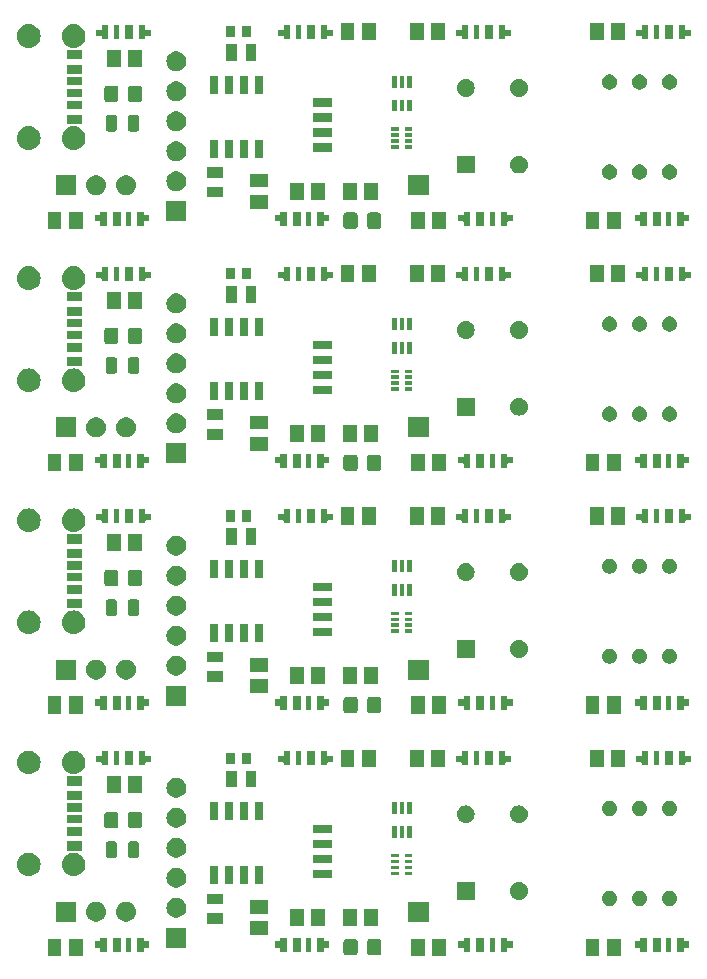
<source format=gts>
%TF.GenerationSoftware,KiCad,Pcbnew,7.0.5*%
%TF.CreationDate,2023-11-06T22:37:59+10:00*%
%TF.ProjectId,TallyLight_Panel,54616c6c-794c-4696-9768-745f50616e65,rev?*%
%TF.SameCoordinates,Original*%
%TF.FileFunction,Soldermask,Top*%
%TF.FilePolarity,Negative*%
%FSLAX46Y46*%
G04 Gerber Fmt 4.6, Leading zero omitted, Abs format (unit mm)*
G04 Created by KiCad (PCBNEW 7.0.5) date 2023-11-06 22:37:59*
%MOMM*%
%LPD*%
G01*
G04 APERTURE LIST*
G04 APERTURE END LIST*
G36*
X91025000Y-132600000D02*
G01*
X89875000Y-132600000D01*
X89875000Y-131150000D01*
X91025000Y-131150000D01*
X91025000Y-132600000D01*
G37*
G36*
X92825000Y-132600000D02*
G01*
X91675000Y-132600000D01*
X91675000Y-131150000D01*
X92825000Y-131150000D01*
X92825000Y-132600000D01*
G37*
G36*
X121775000Y-132600000D02*
G01*
X120625000Y-132600000D01*
X120625000Y-131150000D01*
X121775000Y-131150000D01*
X121775000Y-132600000D01*
G37*
G36*
X123575000Y-132600000D02*
G01*
X122425000Y-132600000D01*
X122425000Y-131150000D01*
X123575000Y-131150000D01*
X123575000Y-132600000D01*
G37*
G36*
X136575000Y-132600000D02*
G01*
X135425000Y-132600000D01*
X135425000Y-131150000D01*
X136575000Y-131150000D01*
X136575000Y-132600000D01*
G37*
G36*
X138375000Y-132600000D02*
G01*
X137225000Y-132600000D01*
X137225000Y-131150000D01*
X138375000Y-131150000D01*
X138375000Y-132600000D01*
G37*
G36*
X115854850Y-131175964D02*
G01*
X115905040Y-131181787D01*
X115922189Y-131189359D01*
X115945671Y-131194030D01*
X115970810Y-131210827D01*
X115990696Y-131219608D01*
X116004277Y-131233189D01*
X116026777Y-131248223D01*
X116041810Y-131270722D01*
X116055391Y-131284303D01*
X116064170Y-131304186D01*
X116080970Y-131329329D01*
X116085641Y-131352812D01*
X116093212Y-131369959D01*
X116099033Y-131420139D01*
X116100000Y-131425000D01*
X116100000Y-132325000D01*
X116099032Y-132329863D01*
X116093212Y-132380040D01*
X116085641Y-132397185D01*
X116080970Y-132420671D01*
X116064169Y-132445815D01*
X116055391Y-132465696D01*
X116041812Y-132479274D01*
X116026777Y-132501777D01*
X116004274Y-132516812D01*
X115990696Y-132530391D01*
X115970815Y-132539169D01*
X115945671Y-132555970D01*
X115922185Y-132560641D01*
X115905040Y-132568212D01*
X115854861Y-132574032D01*
X115850000Y-132575000D01*
X115150000Y-132575000D01*
X115145138Y-132574032D01*
X115094959Y-132568212D01*
X115077812Y-132560641D01*
X115054329Y-132555970D01*
X115029186Y-132539170D01*
X115009303Y-132530391D01*
X114995722Y-132516810D01*
X114973223Y-132501777D01*
X114958189Y-132479277D01*
X114944608Y-132465696D01*
X114935827Y-132445810D01*
X114919030Y-132420671D01*
X114914359Y-132397189D01*
X114906787Y-132380040D01*
X114900964Y-132329849D01*
X114900000Y-132325000D01*
X114900000Y-131425000D01*
X114900964Y-131420150D01*
X114906787Y-131369959D01*
X114914359Y-131352808D01*
X114919030Y-131329329D01*
X114935826Y-131304191D01*
X114944608Y-131284303D01*
X114958191Y-131270719D01*
X114973223Y-131248223D01*
X114995719Y-131233191D01*
X115009303Y-131219608D01*
X115029191Y-131210826D01*
X115054329Y-131194030D01*
X115077808Y-131189359D01*
X115094959Y-131181787D01*
X115145151Y-131175964D01*
X115150000Y-131175000D01*
X115850000Y-131175000D01*
X115854850Y-131175964D01*
G37*
G36*
X117854850Y-131175964D02*
G01*
X117905040Y-131181787D01*
X117922189Y-131189359D01*
X117945671Y-131194030D01*
X117970810Y-131210827D01*
X117990696Y-131219608D01*
X118004277Y-131233189D01*
X118026777Y-131248223D01*
X118041810Y-131270722D01*
X118055391Y-131284303D01*
X118064170Y-131304186D01*
X118080970Y-131329329D01*
X118085641Y-131352812D01*
X118093212Y-131369959D01*
X118099033Y-131420139D01*
X118100000Y-131425000D01*
X118100000Y-132325000D01*
X118099032Y-132329863D01*
X118093212Y-132380040D01*
X118085641Y-132397185D01*
X118080970Y-132420671D01*
X118064169Y-132445815D01*
X118055391Y-132465696D01*
X118041812Y-132479274D01*
X118026777Y-132501777D01*
X118004274Y-132516812D01*
X117990696Y-132530391D01*
X117970815Y-132539169D01*
X117945671Y-132555970D01*
X117922185Y-132560641D01*
X117905040Y-132568212D01*
X117854861Y-132574032D01*
X117850000Y-132575000D01*
X117150000Y-132575000D01*
X117145138Y-132574032D01*
X117094959Y-132568212D01*
X117077812Y-132560641D01*
X117054329Y-132555970D01*
X117029186Y-132539170D01*
X117009303Y-132530391D01*
X116995722Y-132516810D01*
X116973223Y-132501777D01*
X116958189Y-132479277D01*
X116944608Y-132465696D01*
X116935827Y-132445810D01*
X116919030Y-132420671D01*
X116914359Y-132397189D01*
X116906787Y-132380040D01*
X116900964Y-132329849D01*
X116900000Y-132325000D01*
X116900000Y-131425000D01*
X116900964Y-131420150D01*
X116906787Y-131369959D01*
X116914359Y-131352808D01*
X116919030Y-131329329D01*
X116935826Y-131304191D01*
X116944608Y-131284303D01*
X116958191Y-131270719D01*
X116973223Y-131248223D01*
X116995719Y-131233191D01*
X117009303Y-131219608D01*
X117029191Y-131210826D01*
X117054329Y-131194030D01*
X117077808Y-131189359D01*
X117094959Y-131181787D01*
X117145151Y-131175964D01*
X117150000Y-131175000D01*
X117850000Y-131175000D01*
X117854850Y-131175964D01*
G37*
G36*
X94850000Y-132325000D02*
G01*
X94300000Y-132325000D01*
X94300000Y-131960144D01*
X94264854Y-131925000D01*
X93850000Y-131925000D01*
X93850000Y-131375000D01*
X94264854Y-131375000D01*
X94300000Y-131339853D01*
X94300000Y-131130908D01*
X94300000Y-131125000D01*
X94850000Y-131125000D01*
X94850000Y-132325000D01*
G37*
G36*
X96050000Y-132325000D02*
G01*
X95350000Y-132325000D01*
X95350000Y-131125000D01*
X96050000Y-131125000D01*
X96050000Y-132325000D01*
G37*
G36*
X96951000Y-132325000D02*
G01*
X96501000Y-132325000D01*
X96501000Y-131125000D01*
X96951000Y-131125000D01*
X96951000Y-132325000D01*
G37*
G36*
X98000000Y-131339854D02*
G01*
X98035146Y-131375000D01*
X98450000Y-131375000D01*
X98450000Y-131925000D01*
X98035145Y-131925000D01*
X98000000Y-131960144D01*
X98000000Y-132325000D01*
X97450000Y-132325000D01*
X97450000Y-131125000D01*
X98000000Y-131125000D01*
X98000000Y-131339854D01*
G37*
G36*
X110090000Y-132325000D02*
G01*
X109540000Y-132325000D01*
X109540000Y-131960145D01*
X109504854Y-131925000D01*
X109090000Y-131925000D01*
X109090000Y-131375000D01*
X109504854Y-131375000D01*
X109540000Y-131339853D01*
X109540000Y-131130908D01*
X109540000Y-131125000D01*
X110090000Y-131125000D01*
X110090000Y-132325000D01*
G37*
G36*
X111290000Y-132325000D02*
G01*
X110590000Y-132325000D01*
X110590000Y-131125000D01*
X111290000Y-131125000D01*
X111290000Y-132325000D01*
G37*
G36*
X112191000Y-132325000D02*
G01*
X111741000Y-132325000D01*
X111741000Y-131125000D01*
X112191000Y-131125000D01*
X112191000Y-132325000D01*
G37*
G36*
X113240000Y-131339854D02*
G01*
X113275146Y-131375000D01*
X113690000Y-131375000D01*
X113690000Y-131925000D01*
X113275145Y-131925000D01*
X113240000Y-131960144D01*
X113240000Y-132325000D01*
X112690000Y-132325000D01*
X112690000Y-131125000D01*
X113240000Y-131125000D01*
X113240000Y-131339854D01*
G37*
G36*
X125620000Y-132325000D02*
G01*
X125070000Y-132325000D01*
X125070000Y-131960145D01*
X125034854Y-131925000D01*
X124620000Y-131925000D01*
X124620000Y-131375000D01*
X125034854Y-131375000D01*
X125070000Y-131339853D01*
X125070000Y-131130908D01*
X125070000Y-131125000D01*
X125620000Y-131125000D01*
X125620000Y-132325000D01*
G37*
G36*
X126820000Y-132325000D02*
G01*
X126120000Y-132325000D01*
X126120000Y-131125000D01*
X126820000Y-131125000D01*
X126820000Y-132325000D01*
G37*
G36*
X127721000Y-132325000D02*
G01*
X127271000Y-132325000D01*
X127271000Y-131125000D01*
X127721000Y-131125000D01*
X127721000Y-132325000D01*
G37*
G36*
X128770000Y-131339854D02*
G01*
X128805146Y-131375000D01*
X129220000Y-131375000D01*
X129220000Y-131925000D01*
X128805145Y-131925000D01*
X128770000Y-131960144D01*
X128770000Y-132325000D01*
X128220000Y-132325000D01*
X128220000Y-131125000D01*
X128770000Y-131125000D01*
X128770000Y-131339854D01*
G37*
G36*
X140570000Y-132325000D02*
G01*
X140020000Y-132325000D01*
X140020000Y-131960145D01*
X139984854Y-131925000D01*
X139570000Y-131925000D01*
X139570000Y-131375000D01*
X139984854Y-131375000D01*
X140020000Y-131339853D01*
X140020000Y-131130908D01*
X140020000Y-131125000D01*
X140570000Y-131125000D01*
X140570000Y-132325000D01*
G37*
G36*
X141770000Y-132325000D02*
G01*
X141070000Y-132325000D01*
X141070000Y-131125000D01*
X141770000Y-131125000D01*
X141770000Y-132325000D01*
G37*
G36*
X142671000Y-132325000D02*
G01*
X142221000Y-132325000D01*
X142221000Y-131125000D01*
X142671000Y-131125000D01*
X142671000Y-132325000D01*
G37*
G36*
X143720000Y-131339854D02*
G01*
X143755146Y-131375000D01*
X144170000Y-131375000D01*
X144170000Y-131925000D01*
X143755145Y-131925000D01*
X143720000Y-131960144D01*
X143720000Y-132325000D01*
X143170000Y-132325000D01*
X143170000Y-131125000D01*
X143720000Y-131125000D01*
X143720000Y-131339854D01*
G37*
G36*
X101600000Y-131925000D02*
G01*
X99900000Y-131925000D01*
X99900000Y-130225000D01*
X101600000Y-130225000D01*
X101600000Y-131925000D01*
G37*
G36*
X108475000Y-130850000D02*
G01*
X107025000Y-130850000D01*
X107025000Y-129700000D01*
X108475000Y-129700000D01*
X108475000Y-130850000D01*
G37*
G36*
X111525000Y-130100000D02*
G01*
X110375000Y-130100000D01*
X110375000Y-128650000D01*
X111525000Y-128650000D01*
X111525000Y-130100000D01*
G37*
G36*
X113325000Y-130100000D02*
G01*
X112175000Y-130100000D01*
X112175000Y-128650000D01*
X113325000Y-128650000D01*
X113325000Y-130100000D01*
G37*
G36*
X116025000Y-130100000D02*
G01*
X114875000Y-130100000D01*
X114875000Y-128650000D01*
X116025000Y-128650000D01*
X116025000Y-130100000D01*
G37*
G36*
X117825000Y-130100000D02*
G01*
X116675000Y-130100000D01*
X116675000Y-128650000D01*
X117825000Y-128650000D01*
X117825000Y-130100000D01*
G37*
G36*
X104695000Y-129900000D02*
G01*
X103305000Y-129900000D01*
X103305000Y-128990000D01*
X104695000Y-128990000D01*
X104695000Y-129900000D01*
G37*
G36*
X92270000Y-129725000D02*
G01*
X90570000Y-129725000D01*
X90570000Y-128025000D01*
X92270000Y-128025000D01*
X92270000Y-129725000D01*
G37*
G36*
X122100000Y-129725000D02*
G01*
X120400000Y-129725000D01*
X120400000Y-128025000D01*
X122100000Y-128025000D01*
X122100000Y-129725000D01*
G37*
G36*
X94222664Y-128066602D02*
G01*
X94385000Y-128138878D01*
X94528761Y-128243327D01*
X94647664Y-128375383D01*
X94736514Y-128529274D01*
X94791425Y-128698275D01*
X94810000Y-128875000D01*
X94791425Y-129051725D01*
X94736514Y-129220726D01*
X94647664Y-129374617D01*
X94528761Y-129506673D01*
X94385000Y-129611122D01*
X94222664Y-129683398D01*
X94048849Y-129720344D01*
X93871151Y-129720344D01*
X93697336Y-129683398D01*
X93535000Y-129611122D01*
X93391239Y-129506673D01*
X93272336Y-129374617D01*
X93183486Y-129220726D01*
X93128575Y-129051725D01*
X93110000Y-128875000D01*
X93128575Y-128698275D01*
X93183486Y-128529274D01*
X93272336Y-128375383D01*
X93391239Y-128243327D01*
X93535000Y-128138878D01*
X93697336Y-128066602D01*
X93871151Y-128029656D01*
X94048849Y-128029656D01*
X94222664Y-128066602D01*
G37*
G36*
X96762664Y-128066602D02*
G01*
X96925000Y-128138878D01*
X97068761Y-128243327D01*
X97187664Y-128375383D01*
X97276514Y-128529274D01*
X97331425Y-128698275D01*
X97350000Y-128875000D01*
X97331425Y-129051725D01*
X97276514Y-129220726D01*
X97187664Y-129374617D01*
X97068761Y-129506673D01*
X96925000Y-129611122D01*
X96762664Y-129683398D01*
X96588849Y-129720344D01*
X96411151Y-129720344D01*
X96237336Y-129683398D01*
X96075000Y-129611122D01*
X95931239Y-129506673D01*
X95812336Y-129374617D01*
X95723486Y-129220726D01*
X95668575Y-129051725D01*
X95650000Y-128875000D01*
X95668575Y-128698275D01*
X95723486Y-128529274D01*
X95812336Y-128375383D01*
X95931239Y-128243327D01*
X96075000Y-128138878D01*
X96237336Y-128066602D01*
X96411151Y-128029656D01*
X96588849Y-128029656D01*
X96762664Y-128066602D01*
G37*
G36*
X101012664Y-127726602D02*
G01*
X101175000Y-127798878D01*
X101318761Y-127903327D01*
X101437664Y-128035383D01*
X101526514Y-128189274D01*
X101581425Y-128358275D01*
X101600000Y-128535000D01*
X101581425Y-128711725D01*
X101526514Y-128880726D01*
X101437664Y-129034617D01*
X101318761Y-129166673D01*
X101175000Y-129271122D01*
X101012664Y-129343398D01*
X100838849Y-129380344D01*
X100661151Y-129380344D01*
X100487336Y-129343398D01*
X100325000Y-129271122D01*
X100181239Y-129166673D01*
X100062336Y-129034617D01*
X99973486Y-128880726D01*
X99918575Y-128711725D01*
X99900000Y-128535000D01*
X99918575Y-128358275D01*
X99973486Y-128189274D01*
X100062336Y-128035383D01*
X100181239Y-127903327D01*
X100325000Y-127798878D01*
X100487336Y-127726602D01*
X100661151Y-127689656D01*
X100838849Y-127689656D01*
X101012664Y-127726602D01*
G37*
G36*
X108475000Y-129050000D02*
G01*
X107025000Y-129050000D01*
X107025000Y-127900000D01*
X108475000Y-127900000D01*
X108475000Y-129050000D01*
G37*
G36*
X137650493Y-127137239D02*
G01*
X137789242Y-127210060D01*
X137906532Y-127313970D01*
X137995546Y-127442930D01*
X138051112Y-127589445D01*
X138070000Y-127745000D01*
X138051112Y-127900555D01*
X137995546Y-128047070D01*
X137906532Y-128176030D01*
X137789242Y-128279940D01*
X137650493Y-128352761D01*
X137498349Y-128390261D01*
X137341651Y-128390261D01*
X137189507Y-128352761D01*
X137050758Y-128279940D01*
X136933468Y-128176030D01*
X136844454Y-128047070D01*
X136788888Y-127900555D01*
X136770000Y-127745000D01*
X136788888Y-127589445D01*
X136844454Y-127442930D01*
X136933468Y-127313970D01*
X137050758Y-127210060D01*
X137189507Y-127137239D01*
X137341651Y-127099739D01*
X137498349Y-127099739D01*
X137650493Y-127137239D01*
G37*
G36*
X140190493Y-127137239D02*
G01*
X140329242Y-127210060D01*
X140446532Y-127313970D01*
X140535546Y-127442930D01*
X140591112Y-127589445D01*
X140610000Y-127745000D01*
X140591112Y-127900555D01*
X140535546Y-128047070D01*
X140446532Y-128176030D01*
X140329242Y-128279940D01*
X140190493Y-128352761D01*
X140038349Y-128390261D01*
X139881651Y-128390261D01*
X139729507Y-128352761D01*
X139590758Y-128279940D01*
X139473468Y-128176030D01*
X139384454Y-128047070D01*
X139328888Y-127900555D01*
X139310000Y-127745000D01*
X139328888Y-127589445D01*
X139384454Y-127442930D01*
X139473468Y-127313970D01*
X139590758Y-127210060D01*
X139729507Y-127137239D01*
X139881651Y-127099739D01*
X140038349Y-127099739D01*
X140190493Y-127137239D01*
G37*
G36*
X142730493Y-127137239D02*
G01*
X142869242Y-127210060D01*
X142986532Y-127313970D01*
X143075546Y-127442930D01*
X143131112Y-127589445D01*
X143150000Y-127745000D01*
X143131112Y-127900555D01*
X143075546Y-128047070D01*
X142986532Y-128176030D01*
X142869242Y-128279940D01*
X142730493Y-128352761D01*
X142578349Y-128390261D01*
X142421651Y-128390261D01*
X142269507Y-128352761D01*
X142130758Y-128279940D01*
X142013468Y-128176030D01*
X141924454Y-128047070D01*
X141868888Y-127900555D01*
X141850000Y-127745000D01*
X141868888Y-127589445D01*
X141924454Y-127442930D01*
X142013468Y-127313970D01*
X142130758Y-127210060D01*
X142269507Y-127137239D01*
X142421651Y-127099739D01*
X142578349Y-127099739D01*
X142730493Y-127137239D01*
G37*
G36*
X104695000Y-128260000D02*
G01*
X103305000Y-128260000D01*
X103305000Y-127350000D01*
X104695000Y-127350000D01*
X104695000Y-128260000D01*
G37*
G36*
X126000000Y-127875000D02*
G01*
X124500000Y-127875000D01*
X124500000Y-126375000D01*
X126000000Y-126375000D01*
X126000000Y-127875000D01*
G37*
G36*
X129916891Y-126393804D02*
G01*
X130075413Y-126449273D01*
X130217617Y-126538626D01*
X130336374Y-126657383D01*
X130425727Y-126799587D01*
X130481196Y-126958109D01*
X130500000Y-127125000D01*
X130481196Y-127291891D01*
X130425727Y-127450413D01*
X130336374Y-127592617D01*
X130217617Y-127711374D01*
X130075413Y-127800727D01*
X129916891Y-127856196D01*
X129750000Y-127875000D01*
X129583109Y-127856196D01*
X129424587Y-127800727D01*
X129282383Y-127711374D01*
X129163626Y-127592617D01*
X129074273Y-127450413D01*
X129018804Y-127291891D01*
X129000000Y-127125000D01*
X129018804Y-126958109D01*
X129074273Y-126799587D01*
X129163626Y-126657383D01*
X129282383Y-126538626D01*
X129424587Y-126449273D01*
X129583109Y-126393804D01*
X129750000Y-126375000D01*
X129916891Y-126393804D01*
G37*
G36*
X101012664Y-125186602D02*
G01*
X101175000Y-125258878D01*
X101318761Y-125363327D01*
X101437664Y-125495383D01*
X101526514Y-125649274D01*
X101581425Y-125818275D01*
X101600000Y-125995000D01*
X101581425Y-126171725D01*
X101526514Y-126340726D01*
X101437664Y-126494617D01*
X101318761Y-126626673D01*
X101175000Y-126731122D01*
X101012664Y-126803398D01*
X100838849Y-126840344D01*
X100661151Y-126840344D01*
X100487336Y-126803398D01*
X100325000Y-126731122D01*
X100181239Y-126626673D01*
X100062336Y-126494617D01*
X99973486Y-126340726D01*
X99918575Y-126171725D01*
X99900000Y-125995000D01*
X99918575Y-125818275D01*
X99973486Y-125649274D01*
X100062336Y-125495383D01*
X100181239Y-125363327D01*
X100325000Y-125258878D01*
X100487336Y-125186602D01*
X100661151Y-125149656D01*
X100838849Y-125149656D01*
X101012664Y-125186602D01*
G37*
G36*
X104310000Y-126550000D02*
G01*
X103610000Y-126550000D01*
X103610000Y-125000000D01*
X104310000Y-125000000D01*
X104310000Y-126550000D01*
G37*
G36*
X105580000Y-126550000D02*
G01*
X104880000Y-126550000D01*
X104880000Y-125000000D01*
X105580000Y-125000000D01*
X105580000Y-126550000D01*
G37*
G36*
X106850000Y-126550000D02*
G01*
X106150000Y-126550000D01*
X106150000Y-125000000D01*
X106850000Y-125000000D01*
X106850000Y-126550000D01*
G37*
G36*
X108120000Y-126550000D02*
G01*
X107420000Y-126550000D01*
X107420000Y-125000000D01*
X108120000Y-125000000D01*
X108120000Y-126550000D01*
G37*
G36*
X113900000Y-126030000D02*
G01*
X112300000Y-126030000D01*
X112300000Y-125330000D01*
X113900000Y-125330000D01*
X113900000Y-126030000D01*
G37*
G36*
X88446066Y-123889311D02*
G01*
X88634597Y-123946501D01*
X88808348Y-124039373D01*
X88960642Y-124164358D01*
X89085627Y-124316652D01*
X89178499Y-124490403D01*
X89235689Y-124678934D01*
X89255000Y-124875000D01*
X89235689Y-125071066D01*
X89178499Y-125259597D01*
X89085627Y-125433348D01*
X88960642Y-125585642D01*
X88808348Y-125710627D01*
X88634597Y-125803499D01*
X88446066Y-125860689D01*
X88250000Y-125880000D01*
X88053934Y-125860689D01*
X87865403Y-125803499D01*
X87691652Y-125710627D01*
X87539358Y-125585642D01*
X87414373Y-125433348D01*
X87321501Y-125259597D01*
X87264311Y-125071066D01*
X87245000Y-124875000D01*
X87264311Y-124678934D01*
X87321501Y-124490403D01*
X87414373Y-124316652D01*
X87539358Y-124164358D01*
X87691652Y-124039373D01*
X87865403Y-123946501D01*
X88053934Y-123889311D01*
X88250000Y-123870000D01*
X88446066Y-123889311D01*
G37*
G36*
X92246066Y-123889311D02*
G01*
X92434597Y-123946501D01*
X92608348Y-124039373D01*
X92760642Y-124164358D01*
X92885627Y-124316652D01*
X92978499Y-124490403D01*
X93035689Y-124678934D01*
X93055000Y-124875000D01*
X93035689Y-125071066D01*
X92978499Y-125259597D01*
X92885627Y-125433348D01*
X92760642Y-125585642D01*
X92608348Y-125710627D01*
X92434597Y-125803499D01*
X92246066Y-125860689D01*
X92050000Y-125880000D01*
X91853934Y-125860689D01*
X91665403Y-125803499D01*
X91491652Y-125710627D01*
X91339358Y-125585642D01*
X91214373Y-125433348D01*
X91121501Y-125259597D01*
X91064311Y-125071066D01*
X91045000Y-124875000D01*
X91064311Y-124678934D01*
X91121501Y-124490403D01*
X91214373Y-124316652D01*
X91339358Y-124164358D01*
X91491652Y-124039373D01*
X91665403Y-123946501D01*
X91853934Y-123889311D01*
X92050000Y-123870000D01*
X92246066Y-123889311D01*
G37*
G36*
X119575000Y-125775000D02*
G01*
X118925000Y-125775000D01*
X118925000Y-125475000D01*
X119575000Y-125475000D01*
X119575000Y-125775000D01*
G37*
G36*
X120725000Y-125775000D02*
G01*
X120075000Y-125775000D01*
X120075000Y-125475000D01*
X120725000Y-125475000D01*
X120725000Y-125775000D01*
G37*
G36*
X119575000Y-125275000D02*
G01*
X118925000Y-125275000D01*
X118925000Y-124975000D01*
X119575000Y-124975000D01*
X119575000Y-125275000D01*
G37*
G36*
X120725000Y-125275000D02*
G01*
X120075000Y-125275000D01*
X120075000Y-124975000D01*
X120725000Y-124975000D01*
X120725000Y-125275000D01*
G37*
G36*
X119575000Y-124775000D02*
G01*
X118925000Y-124775000D01*
X118925000Y-124475000D01*
X119575000Y-124475000D01*
X119575000Y-124775000D01*
G37*
G36*
X120725000Y-124775000D02*
G01*
X120075000Y-124775000D01*
X120075000Y-124475000D01*
X120725000Y-124475000D01*
X120725000Y-124775000D01*
G37*
G36*
X113900000Y-124760000D02*
G01*
X112300000Y-124760000D01*
X112300000Y-124060000D01*
X113900000Y-124060000D01*
X113900000Y-124760000D01*
G37*
G36*
X95498600Y-122925964D02*
G01*
X95547360Y-122931621D01*
X95564020Y-122938977D01*
X95587029Y-122943554D01*
X95611661Y-122960013D01*
X95630914Y-122968514D01*
X95644064Y-122981664D01*
X95666107Y-122996393D01*
X95680835Y-123018435D01*
X95693985Y-123031585D01*
X95702485Y-123050836D01*
X95718946Y-123075471D01*
X95723523Y-123098481D01*
X95730878Y-123115139D01*
X95736533Y-123163889D01*
X95737500Y-123168750D01*
X95737500Y-124081250D01*
X95736532Y-124086112D01*
X95730878Y-124134860D01*
X95723523Y-124151516D01*
X95718946Y-124174529D01*
X95702483Y-124199165D01*
X95693985Y-124218414D01*
X95680837Y-124231561D01*
X95666107Y-124253607D01*
X95644061Y-124268337D01*
X95630914Y-124281485D01*
X95611665Y-124289983D01*
X95587029Y-124306446D01*
X95564016Y-124311023D01*
X95547360Y-124318378D01*
X95498611Y-124324032D01*
X95493750Y-124325000D01*
X95006250Y-124325000D01*
X95001388Y-124324032D01*
X94952639Y-124318378D01*
X94935981Y-124311023D01*
X94912971Y-124306446D01*
X94888336Y-124289985D01*
X94869085Y-124281485D01*
X94855935Y-124268335D01*
X94833893Y-124253607D01*
X94819164Y-124231564D01*
X94806014Y-124218414D01*
X94797513Y-124199161D01*
X94781054Y-124174529D01*
X94776477Y-124151520D01*
X94769121Y-124134860D01*
X94763464Y-124086099D01*
X94762500Y-124081250D01*
X94762500Y-123168750D01*
X94763464Y-123163900D01*
X94769121Y-123115139D01*
X94776477Y-123098477D01*
X94781054Y-123075471D01*
X94797511Y-123050840D01*
X94806014Y-123031585D01*
X94819166Y-123018432D01*
X94833893Y-122996393D01*
X94855932Y-122981666D01*
X94869085Y-122968514D01*
X94888340Y-122960011D01*
X94912971Y-122943554D01*
X94935977Y-122938977D01*
X94952639Y-122931621D01*
X95001401Y-122925964D01*
X95006250Y-122925000D01*
X95493750Y-122925000D01*
X95498600Y-122925964D01*
G37*
G36*
X97373600Y-122925964D02*
G01*
X97422360Y-122931621D01*
X97439020Y-122938977D01*
X97462029Y-122943554D01*
X97486661Y-122960013D01*
X97505914Y-122968514D01*
X97519064Y-122981664D01*
X97541107Y-122996393D01*
X97555835Y-123018435D01*
X97568985Y-123031585D01*
X97577485Y-123050836D01*
X97593946Y-123075471D01*
X97598523Y-123098481D01*
X97605878Y-123115139D01*
X97611533Y-123163889D01*
X97612500Y-123168750D01*
X97612500Y-124081250D01*
X97611532Y-124086112D01*
X97605878Y-124134860D01*
X97598523Y-124151516D01*
X97593946Y-124174529D01*
X97577483Y-124199165D01*
X97568985Y-124218414D01*
X97555837Y-124231561D01*
X97541107Y-124253607D01*
X97519061Y-124268337D01*
X97505914Y-124281485D01*
X97486665Y-124289983D01*
X97462029Y-124306446D01*
X97439016Y-124311023D01*
X97422360Y-124318378D01*
X97373611Y-124324032D01*
X97368750Y-124325000D01*
X96881250Y-124325000D01*
X96876388Y-124324032D01*
X96827639Y-124318378D01*
X96810981Y-124311023D01*
X96787971Y-124306446D01*
X96763336Y-124289985D01*
X96744085Y-124281485D01*
X96730935Y-124268335D01*
X96708893Y-124253607D01*
X96694164Y-124231564D01*
X96681014Y-124218414D01*
X96672513Y-124199161D01*
X96656054Y-124174529D01*
X96651477Y-124151520D01*
X96644121Y-124134860D01*
X96638464Y-124086099D01*
X96637500Y-124081250D01*
X96637500Y-123168750D01*
X96638464Y-123163900D01*
X96644121Y-123115139D01*
X96651477Y-123098477D01*
X96656054Y-123075471D01*
X96672511Y-123050840D01*
X96681014Y-123031585D01*
X96694166Y-123018432D01*
X96708893Y-122996393D01*
X96730932Y-122981666D01*
X96744085Y-122968514D01*
X96763340Y-122960011D01*
X96787971Y-122943554D01*
X96810977Y-122938977D01*
X96827639Y-122931621D01*
X96876401Y-122925964D01*
X96881250Y-122925000D01*
X97368750Y-122925000D01*
X97373600Y-122925964D01*
G37*
G36*
X101012664Y-122646602D02*
G01*
X101175000Y-122718878D01*
X101318761Y-122823327D01*
X101437664Y-122955383D01*
X101526514Y-123109274D01*
X101581425Y-123278275D01*
X101600000Y-123455000D01*
X101581425Y-123631725D01*
X101526514Y-123800726D01*
X101437664Y-123954617D01*
X101318761Y-124086673D01*
X101175000Y-124191122D01*
X101012664Y-124263398D01*
X100838849Y-124300344D01*
X100661151Y-124300344D01*
X100487336Y-124263398D01*
X100325000Y-124191122D01*
X100181239Y-124086673D01*
X100062336Y-123954617D01*
X99973486Y-123800726D01*
X99918575Y-123631725D01*
X99900000Y-123455000D01*
X99918575Y-123278275D01*
X99973486Y-123109274D01*
X100062336Y-122955383D01*
X100181239Y-122823327D01*
X100325000Y-122718878D01*
X100487336Y-122646602D01*
X100661151Y-122609656D01*
X100838849Y-122609656D01*
X101012664Y-122646602D01*
G37*
G36*
X119575000Y-124275000D02*
G01*
X118925000Y-124275000D01*
X118925000Y-123975000D01*
X119575000Y-123975000D01*
X119575000Y-124275000D01*
G37*
G36*
X120725000Y-124275000D02*
G01*
X120075000Y-124275000D01*
X120075000Y-123975000D01*
X120725000Y-123975000D01*
X120725000Y-124275000D01*
G37*
G36*
X92730000Y-123705000D02*
G01*
X91530000Y-123705000D01*
X91530000Y-122905000D01*
X92730000Y-122905000D01*
X92730000Y-123705000D01*
G37*
G36*
X113900000Y-123490000D02*
G01*
X112300000Y-123490000D01*
X112300000Y-122790000D01*
X113900000Y-122790000D01*
X113900000Y-123490000D01*
G37*
G36*
X119400000Y-122625000D02*
G01*
X119000000Y-122625000D01*
X119000000Y-121625000D01*
X119400000Y-121625000D01*
X119400000Y-122625000D01*
G37*
G36*
X120050000Y-122625000D02*
G01*
X119650000Y-122625000D01*
X119650000Y-121625000D01*
X120050000Y-121625000D01*
X120050000Y-122625000D01*
G37*
G36*
X120700000Y-122625000D02*
G01*
X120300000Y-122625000D01*
X120300000Y-121625000D01*
X120700000Y-121625000D01*
X120700000Y-122625000D01*
G37*
G36*
X92730000Y-122455000D02*
G01*
X91530000Y-122455000D01*
X91530000Y-121695000D01*
X92730000Y-121695000D01*
X92730000Y-122455000D01*
G37*
G36*
X113900000Y-122220000D02*
G01*
X112300000Y-122220000D01*
X112300000Y-121520000D01*
X113900000Y-121520000D01*
X113900000Y-122220000D01*
G37*
G36*
X95604850Y-120425964D02*
G01*
X95655040Y-120431787D01*
X95672189Y-120439359D01*
X95695671Y-120444030D01*
X95720810Y-120460827D01*
X95740696Y-120469608D01*
X95754277Y-120483189D01*
X95776777Y-120498223D01*
X95791810Y-120520722D01*
X95805391Y-120534303D01*
X95814170Y-120554186D01*
X95830970Y-120579329D01*
X95835641Y-120602812D01*
X95843212Y-120619959D01*
X95849033Y-120670139D01*
X95850000Y-120675000D01*
X95850000Y-121575000D01*
X95849032Y-121579863D01*
X95843212Y-121630040D01*
X95835641Y-121647185D01*
X95830970Y-121670671D01*
X95814169Y-121695815D01*
X95805391Y-121715696D01*
X95791812Y-121729274D01*
X95776777Y-121751777D01*
X95754274Y-121766812D01*
X95740696Y-121780391D01*
X95720815Y-121789169D01*
X95695671Y-121805970D01*
X95672185Y-121810641D01*
X95655040Y-121818212D01*
X95604861Y-121824032D01*
X95600000Y-121825000D01*
X94900000Y-121825000D01*
X94895138Y-121824032D01*
X94844959Y-121818212D01*
X94827812Y-121810641D01*
X94804329Y-121805970D01*
X94779186Y-121789170D01*
X94759303Y-121780391D01*
X94745722Y-121766810D01*
X94723223Y-121751777D01*
X94708189Y-121729277D01*
X94694608Y-121715696D01*
X94685827Y-121695810D01*
X94669030Y-121670671D01*
X94664359Y-121647189D01*
X94656787Y-121630040D01*
X94650964Y-121579849D01*
X94650000Y-121575000D01*
X94650000Y-120675000D01*
X94650964Y-120670150D01*
X94656787Y-120619959D01*
X94664359Y-120602808D01*
X94669030Y-120579329D01*
X94685826Y-120554191D01*
X94694608Y-120534303D01*
X94708191Y-120520719D01*
X94723223Y-120498223D01*
X94745719Y-120483191D01*
X94759303Y-120469608D01*
X94779191Y-120460826D01*
X94804329Y-120444030D01*
X94827808Y-120439359D01*
X94844959Y-120431787D01*
X94895151Y-120425964D01*
X94900000Y-120425000D01*
X95600000Y-120425000D01*
X95604850Y-120425964D01*
G37*
G36*
X97604850Y-120425964D02*
G01*
X97655040Y-120431787D01*
X97672189Y-120439359D01*
X97695671Y-120444030D01*
X97720810Y-120460827D01*
X97740696Y-120469608D01*
X97754277Y-120483189D01*
X97776777Y-120498223D01*
X97791810Y-120520722D01*
X97805391Y-120534303D01*
X97814170Y-120554186D01*
X97830970Y-120579329D01*
X97835641Y-120602812D01*
X97843212Y-120619959D01*
X97849033Y-120670139D01*
X97850000Y-120675000D01*
X97850000Y-121575000D01*
X97849032Y-121579863D01*
X97843212Y-121630040D01*
X97835641Y-121647185D01*
X97830970Y-121670671D01*
X97814169Y-121695815D01*
X97805391Y-121715696D01*
X97791812Y-121729274D01*
X97776777Y-121751777D01*
X97754274Y-121766812D01*
X97740696Y-121780391D01*
X97720815Y-121789169D01*
X97695671Y-121805970D01*
X97672185Y-121810641D01*
X97655040Y-121818212D01*
X97604861Y-121824032D01*
X97600000Y-121825000D01*
X96900000Y-121825000D01*
X96895138Y-121824032D01*
X96844959Y-121818212D01*
X96827812Y-121810641D01*
X96804329Y-121805970D01*
X96779186Y-121789170D01*
X96759303Y-121780391D01*
X96745722Y-121766810D01*
X96723223Y-121751777D01*
X96708189Y-121729277D01*
X96694608Y-121715696D01*
X96685827Y-121695810D01*
X96669030Y-121670671D01*
X96664359Y-121647189D01*
X96656787Y-121630040D01*
X96650964Y-121579849D01*
X96650000Y-121575000D01*
X96650000Y-120675000D01*
X96650964Y-120670150D01*
X96656787Y-120619959D01*
X96664359Y-120602808D01*
X96669030Y-120579329D01*
X96685826Y-120554191D01*
X96694608Y-120534303D01*
X96708191Y-120520719D01*
X96723223Y-120498223D01*
X96745719Y-120483191D01*
X96759303Y-120469608D01*
X96779191Y-120460826D01*
X96804329Y-120444030D01*
X96827808Y-120439359D01*
X96844959Y-120431787D01*
X96895151Y-120425964D01*
X96900000Y-120425000D01*
X97600000Y-120425000D01*
X97604850Y-120425964D01*
G37*
G36*
X101012664Y-120106602D02*
G01*
X101175000Y-120178878D01*
X101318761Y-120283327D01*
X101437664Y-120415383D01*
X101526514Y-120569274D01*
X101581425Y-120738275D01*
X101600000Y-120915000D01*
X101581425Y-121091725D01*
X101526514Y-121260726D01*
X101437664Y-121414617D01*
X101318761Y-121546673D01*
X101175000Y-121651122D01*
X101012664Y-121723398D01*
X100838849Y-121760344D01*
X100661151Y-121760344D01*
X100487336Y-121723398D01*
X100325000Y-121651122D01*
X100181239Y-121546673D01*
X100062336Y-121414617D01*
X99973486Y-121260726D01*
X99918575Y-121091725D01*
X99900000Y-120915000D01*
X99918575Y-120738275D01*
X99973486Y-120569274D01*
X100062336Y-120415383D01*
X100181239Y-120283327D01*
X100325000Y-120178878D01*
X100487336Y-120106602D01*
X100661151Y-120069656D01*
X100838849Y-120069656D01*
X101012664Y-120106602D01*
G37*
G36*
X92730000Y-121405000D02*
G01*
X91530000Y-121405000D01*
X91530000Y-120705000D01*
X92730000Y-120705000D01*
X92730000Y-121405000D01*
G37*
G36*
X125416891Y-119893804D02*
G01*
X125575413Y-119949273D01*
X125717617Y-120038626D01*
X125836374Y-120157383D01*
X125925727Y-120299587D01*
X125981196Y-120458109D01*
X126000000Y-120625000D01*
X125981196Y-120791891D01*
X125925727Y-120950413D01*
X125836374Y-121092617D01*
X125717617Y-121211374D01*
X125575413Y-121300727D01*
X125416891Y-121356196D01*
X125250000Y-121375000D01*
X125083109Y-121356196D01*
X124924587Y-121300727D01*
X124782383Y-121211374D01*
X124663626Y-121092617D01*
X124574273Y-120950413D01*
X124518804Y-120791891D01*
X124500000Y-120625000D01*
X124518804Y-120458109D01*
X124574273Y-120299587D01*
X124663626Y-120157383D01*
X124782383Y-120038626D01*
X124924587Y-119949273D01*
X125083109Y-119893804D01*
X125250000Y-119875000D01*
X125416891Y-119893804D01*
G37*
G36*
X129916891Y-119893804D02*
G01*
X130075413Y-119949273D01*
X130217617Y-120038626D01*
X130336374Y-120157383D01*
X130425727Y-120299587D01*
X130481196Y-120458109D01*
X130500000Y-120625000D01*
X130481196Y-120791891D01*
X130425727Y-120950413D01*
X130336374Y-121092617D01*
X130217617Y-121211374D01*
X130075413Y-121300727D01*
X129916891Y-121356196D01*
X129750000Y-121375000D01*
X129583109Y-121356196D01*
X129424587Y-121300727D01*
X129282383Y-121211374D01*
X129163626Y-121092617D01*
X129074273Y-120950413D01*
X129018804Y-120791891D01*
X129000000Y-120625000D01*
X129018804Y-120458109D01*
X129074273Y-120299587D01*
X129163626Y-120157383D01*
X129282383Y-120038626D01*
X129424587Y-119949273D01*
X129583109Y-119893804D01*
X129750000Y-119875000D01*
X129916891Y-119893804D01*
G37*
G36*
X104310000Y-121150000D02*
G01*
X103610000Y-121150000D01*
X103610000Y-119600000D01*
X104310000Y-119600000D01*
X104310000Y-121150000D01*
G37*
G36*
X105580000Y-121150000D02*
G01*
X104880000Y-121150000D01*
X104880000Y-119600000D01*
X105580000Y-119600000D01*
X105580000Y-121150000D01*
G37*
G36*
X106850000Y-121150000D02*
G01*
X106150000Y-121150000D01*
X106150000Y-119600000D01*
X106850000Y-119600000D01*
X106850000Y-121150000D01*
G37*
G36*
X108120000Y-121150000D02*
G01*
X107420000Y-121150000D01*
X107420000Y-119600000D01*
X108120000Y-119600000D01*
X108120000Y-121150000D01*
G37*
G36*
X137650493Y-119517239D02*
G01*
X137789242Y-119590060D01*
X137906532Y-119693970D01*
X137995546Y-119822930D01*
X138051112Y-119969445D01*
X138070000Y-120125000D01*
X138051112Y-120280555D01*
X137995546Y-120427070D01*
X137906532Y-120556030D01*
X137789242Y-120659940D01*
X137650493Y-120732761D01*
X137498349Y-120770261D01*
X137341651Y-120770261D01*
X137189507Y-120732761D01*
X137050758Y-120659940D01*
X136933468Y-120556030D01*
X136844454Y-120427070D01*
X136788888Y-120280555D01*
X136770000Y-120125000D01*
X136788888Y-119969445D01*
X136844454Y-119822930D01*
X136933468Y-119693970D01*
X137050758Y-119590060D01*
X137189507Y-119517239D01*
X137341651Y-119479739D01*
X137498349Y-119479739D01*
X137650493Y-119517239D01*
G37*
G36*
X140190493Y-119517239D02*
G01*
X140329242Y-119590060D01*
X140446532Y-119693970D01*
X140535546Y-119822930D01*
X140591112Y-119969445D01*
X140610000Y-120125000D01*
X140591112Y-120280555D01*
X140535546Y-120427070D01*
X140446532Y-120556030D01*
X140329242Y-120659940D01*
X140190493Y-120732761D01*
X140038349Y-120770261D01*
X139881651Y-120770261D01*
X139729507Y-120732761D01*
X139590758Y-120659940D01*
X139473468Y-120556030D01*
X139384454Y-120427070D01*
X139328888Y-120280555D01*
X139310000Y-120125000D01*
X139328888Y-119969445D01*
X139384454Y-119822930D01*
X139473468Y-119693970D01*
X139590758Y-119590060D01*
X139729507Y-119517239D01*
X139881651Y-119479739D01*
X140038349Y-119479739D01*
X140190493Y-119517239D01*
G37*
G36*
X142730493Y-119517239D02*
G01*
X142869242Y-119590060D01*
X142986532Y-119693970D01*
X143075546Y-119822930D01*
X143131112Y-119969445D01*
X143150000Y-120125000D01*
X143131112Y-120280555D01*
X143075546Y-120427070D01*
X142986532Y-120556030D01*
X142869242Y-120659940D01*
X142730493Y-120732761D01*
X142578349Y-120770261D01*
X142421651Y-120770261D01*
X142269507Y-120732761D01*
X142130758Y-120659940D01*
X142013468Y-120556030D01*
X141924454Y-120427070D01*
X141868888Y-120280555D01*
X141850000Y-120125000D01*
X141868888Y-119969445D01*
X141924454Y-119822930D01*
X142013468Y-119693970D01*
X142130758Y-119590060D01*
X142269507Y-119517239D01*
X142421651Y-119479739D01*
X142578349Y-119479739D01*
X142730493Y-119517239D01*
G37*
G36*
X119400000Y-120625000D02*
G01*
X119000000Y-120625000D01*
X119000000Y-119625000D01*
X119400000Y-119625000D01*
X119400000Y-120625000D01*
G37*
G36*
X120050000Y-120625000D02*
G01*
X119650000Y-120625000D01*
X119650000Y-119625000D01*
X120050000Y-119625000D01*
X120050000Y-120625000D01*
G37*
G36*
X120700000Y-120625000D02*
G01*
X120300000Y-120625000D01*
X120300000Y-119625000D01*
X120700000Y-119625000D01*
X120700000Y-120625000D01*
G37*
G36*
X92730000Y-120405000D02*
G01*
X91530000Y-120405000D01*
X91530000Y-119705000D01*
X92730000Y-119705000D01*
X92730000Y-120405000D01*
G37*
G36*
X92730000Y-119415000D02*
G01*
X91530000Y-119415000D01*
X91530000Y-118655000D01*
X92730000Y-118655000D01*
X92730000Y-119415000D01*
G37*
G36*
X101012664Y-117566602D02*
G01*
X101175000Y-117638878D01*
X101318761Y-117743327D01*
X101437664Y-117875383D01*
X101526514Y-118029274D01*
X101581425Y-118198275D01*
X101600000Y-118375000D01*
X101581425Y-118551725D01*
X101526514Y-118720726D01*
X101437664Y-118874617D01*
X101318761Y-119006673D01*
X101175000Y-119111122D01*
X101012664Y-119183398D01*
X100838849Y-119220344D01*
X100661151Y-119220344D01*
X100487336Y-119183398D01*
X100325000Y-119111122D01*
X100181239Y-119006673D01*
X100062336Y-118874617D01*
X99973486Y-118720726D01*
X99918575Y-118551725D01*
X99900000Y-118375000D01*
X99918575Y-118198275D01*
X99973486Y-118029274D01*
X100062336Y-117875383D01*
X100181239Y-117743327D01*
X100325000Y-117638878D01*
X100487336Y-117566602D01*
X100661151Y-117529656D01*
X100838849Y-117529656D01*
X101012664Y-117566602D01*
G37*
G36*
X96025000Y-118850000D02*
G01*
X94875000Y-118850000D01*
X94875000Y-117400000D01*
X96025000Y-117400000D01*
X96025000Y-118850000D01*
G37*
G36*
X97825000Y-118850000D02*
G01*
X96675000Y-118850000D01*
X96675000Y-117400000D01*
X97825000Y-117400000D01*
X97825000Y-118850000D01*
G37*
G36*
X105885000Y-118320000D02*
G01*
X104975000Y-118320000D01*
X104975000Y-116930000D01*
X105885000Y-116930000D01*
X105885000Y-118320000D01*
G37*
G36*
X107525000Y-118320000D02*
G01*
X106615000Y-118320000D01*
X106615000Y-116930000D01*
X107525000Y-116930000D01*
X107525000Y-118320000D01*
G37*
G36*
X92730000Y-118205000D02*
G01*
X91530000Y-118205000D01*
X91530000Y-117405000D01*
X92730000Y-117405000D01*
X92730000Y-118205000D01*
G37*
G36*
X88446066Y-115249311D02*
G01*
X88634597Y-115306501D01*
X88808348Y-115399373D01*
X88960642Y-115524358D01*
X89085627Y-115676652D01*
X89178499Y-115850403D01*
X89235689Y-116038934D01*
X89255000Y-116235000D01*
X89235689Y-116431066D01*
X89178499Y-116619597D01*
X89085627Y-116793348D01*
X88960642Y-116945642D01*
X88808348Y-117070627D01*
X88634597Y-117163499D01*
X88446066Y-117220689D01*
X88250000Y-117240000D01*
X88053934Y-117220689D01*
X87865403Y-117163499D01*
X87691652Y-117070627D01*
X87539358Y-116945642D01*
X87414373Y-116793348D01*
X87321501Y-116619597D01*
X87264311Y-116431066D01*
X87245000Y-116235000D01*
X87264311Y-116038934D01*
X87321501Y-115850403D01*
X87414373Y-115676652D01*
X87539358Y-115524358D01*
X87691652Y-115399373D01*
X87865403Y-115306501D01*
X88053934Y-115249311D01*
X88250000Y-115230000D01*
X88446066Y-115249311D01*
G37*
G36*
X92246066Y-115249311D02*
G01*
X92434597Y-115306501D01*
X92608348Y-115399373D01*
X92760642Y-115524358D01*
X92885627Y-115676652D01*
X92978499Y-115850403D01*
X93035689Y-116038934D01*
X93055000Y-116235000D01*
X93035689Y-116431066D01*
X92978499Y-116619597D01*
X92885627Y-116793348D01*
X92760642Y-116945642D01*
X92608348Y-117070627D01*
X92434597Y-117163499D01*
X92246066Y-117220689D01*
X92050000Y-117240000D01*
X91853934Y-117220689D01*
X91665403Y-117163499D01*
X91491652Y-117070627D01*
X91339358Y-116945642D01*
X91214373Y-116793348D01*
X91121501Y-116619597D01*
X91064311Y-116431066D01*
X91045000Y-116235000D01*
X91064311Y-116038934D01*
X91121501Y-115850403D01*
X91214373Y-115676652D01*
X91339358Y-115524358D01*
X91491652Y-115399373D01*
X91665403Y-115306501D01*
X91853934Y-115249311D01*
X92050000Y-115230000D01*
X92246066Y-115249311D01*
G37*
G36*
X115825000Y-116600000D02*
G01*
X114675000Y-116600000D01*
X114675000Y-115150000D01*
X115825000Y-115150000D01*
X115825000Y-116600000D01*
G37*
G36*
X117625000Y-116600000D02*
G01*
X116475000Y-116600000D01*
X116475000Y-115150000D01*
X117625000Y-115150000D01*
X117625000Y-116600000D01*
G37*
G36*
X121675000Y-116600000D02*
G01*
X120525000Y-116600000D01*
X120525000Y-115150000D01*
X121675000Y-115150000D01*
X121675000Y-116600000D01*
G37*
G36*
X123475000Y-116600000D02*
G01*
X122325000Y-116600000D01*
X122325000Y-115150000D01*
X123475000Y-115150000D01*
X123475000Y-116600000D01*
G37*
G36*
X136925000Y-116600000D02*
G01*
X135775000Y-116600000D01*
X135775000Y-115150000D01*
X136925000Y-115150000D01*
X136925000Y-116600000D01*
G37*
G36*
X138725000Y-116600000D02*
G01*
X137575000Y-116600000D01*
X137575000Y-115150000D01*
X138725000Y-115150000D01*
X138725000Y-116600000D01*
G37*
G36*
X94976000Y-116485000D02*
G01*
X94426000Y-116485000D01*
X94426000Y-116270145D01*
X94390854Y-116235000D01*
X93976000Y-116235000D01*
X93976000Y-115685000D01*
X94390854Y-115685000D01*
X94426000Y-115649853D01*
X94426000Y-115290908D01*
X94426000Y-115285000D01*
X94976000Y-115285000D01*
X94976000Y-116485000D01*
G37*
G36*
X95925000Y-116485000D02*
G01*
X95475000Y-116485000D01*
X95475000Y-115285000D01*
X95925000Y-115285000D01*
X95925000Y-116485000D01*
G37*
G36*
X97076000Y-116485000D02*
G01*
X96376000Y-116485000D01*
X96376000Y-115285000D01*
X97076000Y-115285000D01*
X97076000Y-116485000D01*
G37*
G36*
X98126000Y-115649854D02*
G01*
X98161146Y-115685000D01*
X98576000Y-115685000D01*
X98576000Y-116235000D01*
X98161145Y-116235000D01*
X98126000Y-116270145D01*
X98126000Y-116485000D01*
X97576000Y-116485000D01*
X97576000Y-115285000D01*
X98126000Y-115285000D01*
X98126000Y-115649854D01*
G37*
G36*
X110380000Y-116485000D02*
G01*
X109830000Y-116485000D01*
X109830000Y-116270145D01*
X109794854Y-116235000D01*
X109380000Y-116235000D01*
X109380000Y-115685000D01*
X109794854Y-115685000D01*
X109830000Y-115649853D01*
X109829999Y-115290908D01*
X109830000Y-115290902D01*
X109830000Y-115285000D01*
X110380000Y-115285000D01*
X110380000Y-116485000D01*
G37*
G36*
X111329000Y-116485000D02*
G01*
X110879000Y-116485000D01*
X110879000Y-115285000D01*
X111329000Y-115285000D01*
X111329000Y-116485000D01*
G37*
G36*
X112480000Y-116485000D02*
G01*
X111780000Y-116485000D01*
X111780000Y-115285000D01*
X112480000Y-115285000D01*
X112480000Y-116485000D01*
G37*
G36*
X113530000Y-115649854D02*
G01*
X113565146Y-115685000D01*
X113980000Y-115685000D01*
X113980000Y-116235000D01*
X113565145Y-116235000D01*
X113530000Y-116270144D01*
X113530000Y-116485000D01*
X112980000Y-116485000D01*
X112980000Y-115285000D01*
X113530000Y-115285000D01*
X113530000Y-115649854D01*
G37*
G36*
X125456000Y-116485000D02*
G01*
X124906000Y-116485000D01*
X124906000Y-116270145D01*
X124870854Y-116235000D01*
X124456000Y-116235000D01*
X124456000Y-115685000D01*
X124870854Y-115685000D01*
X124906000Y-115649853D01*
X124906000Y-115290908D01*
X124906000Y-115285000D01*
X125456000Y-115285000D01*
X125456000Y-116485000D01*
G37*
G36*
X126405000Y-116485000D02*
G01*
X125955000Y-116485000D01*
X125955000Y-115285000D01*
X126405000Y-115285000D01*
X126405000Y-116485000D01*
G37*
G36*
X127556000Y-116485000D02*
G01*
X126856000Y-116485000D01*
X126856000Y-115285000D01*
X127556000Y-115285000D01*
X127556000Y-116485000D01*
G37*
G36*
X128606000Y-115649854D02*
G01*
X128641146Y-115685000D01*
X129056000Y-115685000D01*
X129056000Y-116235000D01*
X128641145Y-116235000D01*
X128606000Y-116270144D01*
X128606000Y-116485000D01*
X128056000Y-116485000D01*
X128056000Y-115285000D01*
X128606000Y-115285000D01*
X128606000Y-115649854D01*
G37*
G36*
X140696000Y-116485000D02*
G01*
X140146000Y-116485000D01*
X140146000Y-116270145D01*
X140110854Y-116235000D01*
X139696000Y-116235000D01*
X139696000Y-115685000D01*
X140110854Y-115685000D01*
X140146000Y-115649853D01*
X140146000Y-115290908D01*
X140146000Y-115285000D01*
X140696000Y-115285000D01*
X140696000Y-116485000D01*
G37*
G36*
X141645000Y-116485000D02*
G01*
X141195000Y-116485000D01*
X141195000Y-115285000D01*
X141645000Y-115285000D01*
X141645000Y-116485000D01*
G37*
G36*
X142796000Y-116485000D02*
G01*
X142096000Y-116485000D01*
X142096000Y-115285000D01*
X142796000Y-115285000D01*
X142796000Y-116485000D01*
G37*
G36*
X143846000Y-115649854D02*
G01*
X143881146Y-115685000D01*
X144296000Y-115685000D01*
X144296000Y-116235000D01*
X143881145Y-116235000D01*
X143846000Y-116270144D01*
X143846000Y-116485000D01*
X143296000Y-116485000D01*
X143296000Y-115285000D01*
X143846000Y-115285000D01*
X143846000Y-115649854D01*
G37*
G36*
X105675000Y-116345000D02*
G01*
X104925000Y-116345000D01*
X104925000Y-115405000D01*
X105675000Y-115405000D01*
X105675000Y-116345000D01*
G37*
G36*
X107075000Y-116345000D02*
G01*
X106325000Y-116345000D01*
X106325000Y-115405000D01*
X107075000Y-115405000D01*
X107075000Y-116345000D01*
G37*
G36*
X91025000Y-112100000D02*
G01*
X89875000Y-112100000D01*
X89875000Y-110650000D01*
X91025000Y-110650000D01*
X91025000Y-112100000D01*
G37*
G36*
X92825000Y-112100000D02*
G01*
X91675000Y-112100000D01*
X91675000Y-110650000D01*
X92825000Y-110650000D01*
X92825000Y-112100000D01*
G37*
G36*
X121775000Y-112100000D02*
G01*
X120625000Y-112100000D01*
X120625000Y-110650000D01*
X121775000Y-110650000D01*
X121775000Y-112100000D01*
G37*
G36*
X123575000Y-112100000D02*
G01*
X122425000Y-112100000D01*
X122425000Y-110650000D01*
X123575000Y-110650000D01*
X123575000Y-112100000D01*
G37*
G36*
X136575000Y-112100000D02*
G01*
X135425000Y-112100000D01*
X135425000Y-110650000D01*
X136575000Y-110650000D01*
X136575000Y-112100000D01*
G37*
G36*
X138375000Y-112100000D02*
G01*
X137225000Y-112100000D01*
X137225000Y-110650000D01*
X138375000Y-110650000D01*
X138375000Y-112100000D01*
G37*
G36*
X115854850Y-110675964D02*
G01*
X115905040Y-110681787D01*
X115922189Y-110689359D01*
X115945671Y-110694030D01*
X115970810Y-110710827D01*
X115990696Y-110719608D01*
X116004277Y-110733189D01*
X116026777Y-110748223D01*
X116041810Y-110770722D01*
X116055391Y-110784303D01*
X116064170Y-110804186D01*
X116080970Y-110829329D01*
X116085641Y-110852812D01*
X116093212Y-110869959D01*
X116099033Y-110920139D01*
X116100000Y-110925000D01*
X116100000Y-111825000D01*
X116099032Y-111829863D01*
X116093212Y-111880040D01*
X116085641Y-111897185D01*
X116080970Y-111920671D01*
X116064169Y-111945815D01*
X116055391Y-111965696D01*
X116041812Y-111979274D01*
X116026777Y-112001777D01*
X116004274Y-112016812D01*
X115990696Y-112030391D01*
X115970815Y-112039169D01*
X115945671Y-112055970D01*
X115922185Y-112060641D01*
X115905040Y-112068212D01*
X115854861Y-112074032D01*
X115850000Y-112075000D01*
X115150000Y-112075000D01*
X115145138Y-112074032D01*
X115094959Y-112068212D01*
X115077812Y-112060641D01*
X115054329Y-112055970D01*
X115029186Y-112039170D01*
X115009303Y-112030391D01*
X114995722Y-112016810D01*
X114973223Y-112001777D01*
X114958189Y-111979277D01*
X114944608Y-111965696D01*
X114935827Y-111945810D01*
X114919030Y-111920671D01*
X114914359Y-111897189D01*
X114906787Y-111880040D01*
X114900964Y-111829849D01*
X114900000Y-111825000D01*
X114900000Y-110925000D01*
X114900964Y-110920150D01*
X114906787Y-110869959D01*
X114914359Y-110852808D01*
X114919030Y-110829329D01*
X114935826Y-110804191D01*
X114944608Y-110784303D01*
X114958191Y-110770719D01*
X114973223Y-110748223D01*
X114995719Y-110733191D01*
X115009303Y-110719608D01*
X115029191Y-110710826D01*
X115054329Y-110694030D01*
X115077808Y-110689359D01*
X115094959Y-110681787D01*
X115145151Y-110675964D01*
X115150000Y-110675000D01*
X115850000Y-110675000D01*
X115854850Y-110675964D01*
G37*
G36*
X117854850Y-110675964D02*
G01*
X117905040Y-110681787D01*
X117922189Y-110689359D01*
X117945671Y-110694030D01*
X117970810Y-110710827D01*
X117990696Y-110719608D01*
X118004277Y-110733189D01*
X118026777Y-110748223D01*
X118041810Y-110770722D01*
X118055391Y-110784303D01*
X118064170Y-110804186D01*
X118080970Y-110829329D01*
X118085641Y-110852812D01*
X118093212Y-110869959D01*
X118099033Y-110920139D01*
X118100000Y-110925000D01*
X118100000Y-111825000D01*
X118099032Y-111829863D01*
X118093212Y-111880040D01*
X118085641Y-111897185D01*
X118080970Y-111920671D01*
X118064169Y-111945815D01*
X118055391Y-111965696D01*
X118041812Y-111979274D01*
X118026777Y-112001777D01*
X118004274Y-112016812D01*
X117990696Y-112030391D01*
X117970815Y-112039169D01*
X117945671Y-112055970D01*
X117922185Y-112060641D01*
X117905040Y-112068212D01*
X117854861Y-112074032D01*
X117850000Y-112075000D01*
X117150000Y-112075000D01*
X117145138Y-112074032D01*
X117094959Y-112068212D01*
X117077812Y-112060641D01*
X117054329Y-112055970D01*
X117029186Y-112039170D01*
X117009303Y-112030391D01*
X116995722Y-112016810D01*
X116973223Y-112001777D01*
X116958189Y-111979277D01*
X116944608Y-111965696D01*
X116935827Y-111945810D01*
X116919030Y-111920671D01*
X116914359Y-111897189D01*
X116906787Y-111880040D01*
X116900964Y-111829849D01*
X116900000Y-111825000D01*
X116900000Y-110925000D01*
X116900964Y-110920150D01*
X116906787Y-110869959D01*
X116914359Y-110852808D01*
X116919030Y-110829329D01*
X116935826Y-110804191D01*
X116944608Y-110784303D01*
X116958191Y-110770719D01*
X116973223Y-110748223D01*
X116995719Y-110733191D01*
X117009303Y-110719608D01*
X117029191Y-110710826D01*
X117054329Y-110694030D01*
X117077808Y-110689359D01*
X117094959Y-110681787D01*
X117145151Y-110675964D01*
X117150000Y-110675000D01*
X117850000Y-110675000D01*
X117854850Y-110675964D01*
G37*
G36*
X94850000Y-111825000D02*
G01*
X94300000Y-111825000D01*
X94300000Y-111460145D01*
X94264854Y-111425000D01*
X93850000Y-111425000D01*
X93850000Y-110875000D01*
X94264854Y-110875000D01*
X94300000Y-110839853D01*
X94300000Y-110630908D01*
X94300000Y-110625000D01*
X94850000Y-110625000D01*
X94850000Y-111825000D01*
G37*
G36*
X96050000Y-111825000D02*
G01*
X95350000Y-111825000D01*
X95350000Y-110625000D01*
X96050000Y-110625000D01*
X96050000Y-111825000D01*
G37*
G36*
X96951000Y-111825000D02*
G01*
X96501000Y-111825000D01*
X96501000Y-110625000D01*
X96951000Y-110625000D01*
X96951000Y-111825000D01*
G37*
G36*
X98000000Y-110839854D02*
G01*
X98035146Y-110875000D01*
X98450000Y-110875000D01*
X98450000Y-111425000D01*
X98035145Y-111425000D01*
X98000000Y-111460145D01*
X98000000Y-111825000D01*
X97450000Y-111825000D01*
X97450000Y-110625000D01*
X98000000Y-110625000D01*
X98000000Y-110839854D01*
G37*
G36*
X110090000Y-111825000D02*
G01*
X109540000Y-111825000D01*
X109540000Y-111460145D01*
X109504854Y-111425000D01*
X109090000Y-111425000D01*
X109090000Y-110875000D01*
X109504854Y-110875000D01*
X109540000Y-110839853D01*
X109540000Y-110630908D01*
X109540000Y-110625000D01*
X110090000Y-110625000D01*
X110090000Y-111825000D01*
G37*
G36*
X111290000Y-111825000D02*
G01*
X110590000Y-111825000D01*
X110590000Y-110625000D01*
X111290000Y-110625000D01*
X111290000Y-111825000D01*
G37*
G36*
X112191000Y-111825000D02*
G01*
X111741000Y-111825000D01*
X111741000Y-110625000D01*
X112191000Y-110625000D01*
X112191000Y-111825000D01*
G37*
G36*
X113240000Y-110839854D02*
G01*
X113275146Y-110875000D01*
X113690000Y-110875000D01*
X113690000Y-111425000D01*
X113275145Y-111425000D01*
X113240000Y-111460144D01*
X113240000Y-111825000D01*
X112690000Y-111825000D01*
X112690000Y-110625000D01*
X113240000Y-110625000D01*
X113240000Y-110839854D01*
G37*
G36*
X125620000Y-111825000D02*
G01*
X125070000Y-111825000D01*
X125070000Y-111460145D01*
X125034854Y-111425000D01*
X124620000Y-111425000D01*
X124620000Y-110875000D01*
X125034854Y-110875000D01*
X125070000Y-110839853D01*
X125070000Y-110630908D01*
X125070000Y-110625000D01*
X125620000Y-110625000D01*
X125620000Y-111825000D01*
G37*
G36*
X126820000Y-111825000D02*
G01*
X126120000Y-111825000D01*
X126120000Y-110625000D01*
X126820000Y-110625000D01*
X126820000Y-111825000D01*
G37*
G36*
X127721000Y-111825000D02*
G01*
X127271000Y-111825000D01*
X127271000Y-110625000D01*
X127721000Y-110625000D01*
X127721000Y-111825000D01*
G37*
G36*
X128770000Y-110839854D02*
G01*
X128805146Y-110875000D01*
X129220000Y-110875000D01*
X129220000Y-111425000D01*
X128805145Y-111425000D01*
X128770000Y-111460144D01*
X128770000Y-111825000D01*
X128220000Y-111825000D01*
X128220000Y-110625000D01*
X128770000Y-110625000D01*
X128770000Y-110839854D01*
G37*
G36*
X140570000Y-111825000D02*
G01*
X140020000Y-111825000D01*
X140020000Y-111460144D01*
X139984854Y-111425000D01*
X139570000Y-111425000D01*
X139570000Y-110875000D01*
X139984854Y-110875000D01*
X140020000Y-110839853D01*
X140020000Y-110630908D01*
X140020000Y-110625000D01*
X140570000Y-110625000D01*
X140570000Y-111825000D01*
G37*
G36*
X141770000Y-111825000D02*
G01*
X141070000Y-111825000D01*
X141070000Y-110625000D01*
X141770000Y-110625000D01*
X141770000Y-111825000D01*
G37*
G36*
X142671000Y-111825000D02*
G01*
X142221000Y-111825000D01*
X142221000Y-110625000D01*
X142671000Y-110625000D01*
X142671000Y-111825000D01*
G37*
G36*
X143720000Y-110839854D02*
G01*
X143755146Y-110875000D01*
X144170000Y-110875000D01*
X144170000Y-111425000D01*
X143755145Y-111425000D01*
X143720000Y-111460144D01*
X143720000Y-111825000D01*
X143170000Y-111825000D01*
X143170000Y-110625000D01*
X143720000Y-110625000D01*
X143720000Y-110839854D01*
G37*
G36*
X101600000Y-111425000D02*
G01*
X99900000Y-111425000D01*
X99900000Y-109725000D01*
X101600000Y-109725000D01*
X101600000Y-111425000D01*
G37*
G36*
X108475000Y-110350000D02*
G01*
X107025000Y-110350000D01*
X107025000Y-109200000D01*
X108475000Y-109200000D01*
X108475000Y-110350000D01*
G37*
G36*
X111525000Y-109600000D02*
G01*
X110375000Y-109600000D01*
X110375000Y-108150000D01*
X111525000Y-108150000D01*
X111525000Y-109600000D01*
G37*
G36*
X113325000Y-109600000D02*
G01*
X112175000Y-109600000D01*
X112175000Y-108150000D01*
X113325000Y-108150000D01*
X113325000Y-109600000D01*
G37*
G36*
X116025000Y-109600000D02*
G01*
X114875000Y-109600000D01*
X114875000Y-108150000D01*
X116025000Y-108150000D01*
X116025000Y-109600000D01*
G37*
G36*
X117825000Y-109600000D02*
G01*
X116675000Y-109600000D01*
X116675000Y-108150000D01*
X117825000Y-108150000D01*
X117825000Y-109600000D01*
G37*
G36*
X104695000Y-109400000D02*
G01*
X103305000Y-109400000D01*
X103305000Y-108490000D01*
X104695000Y-108490000D01*
X104695000Y-109400000D01*
G37*
G36*
X92270000Y-109225000D02*
G01*
X90570000Y-109225000D01*
X90570000Y-107525000D01*
X92270000Y-107525000D01*
X92270000Y-109225000D01*
G37*
G36*
X122100000Y-109225000D02*
G01*
X120400000Y-109225000D01*
X120400000Y-107525000D01*
X122100000Y-107525000D01*
X122100000Y-109225000D01*
G37*
G36*
X94222664Y-107566602D02*
G01*
X94385000Y-107638878D01*
X94528761Y-107743327D01*
X94647664Y-107875383D01*
X94736514Y-108029274D01*
X94791425Y-108198275D01*
X94810000Y-108375000D01*
X94791425Y-108551725D01*
X94736514Y-108720726D01*
X94647664Y-108874617D01*
X94528761Y-109006673D01*
X94385000Y-109111122D01*
X94222664Y-109183398D01*
X94048849Y-109220344D01*
X93871151Y-109220344D01*
X93697336Y-109183398D01*
X93535000Y-109111122D01*
X93391239Y-109006673D01*
X93272336Y-108874617D01*
X93183486Y-108720726D01*
X93128575Y-108551725D01*
X93110000Y-108375000D01*
X93128575Y-108198275D01*
X93183486Y-108029274D01*
X93272336Y-107875383D01*
X93391239Y-107743327D01*
X93535000Y-107638878D01*
X93697336Y-107566602D01*
X93871151Y-107529656D01*
X94048849Y-107529656D01*
X94222664Y-107566602D01*
G37*
G36*
X96762664Y-107566602D02*
G01*
X96925000Y-107638878D01*
X97068761Y-107743327D01*
X97187664Y-107875383D01*
X97276514Y-108029274D01*
X97331425Y-108198275D01*
X97350000Y-108375000D01*
X97331425Y-108551725D01*
X97276514Y-108720726D01*
X97187664Y-108874617D01*
X97068761Y-109006673D01*
X96925000Y-109111122D01*
X96762664Y-109183398D01*
X96588849Y-109220344D01*
X96411151Y-109220344D01*
X96237336Y-109183398D01*
X96075000Y-109111122D01*
X95931239Y-109006673D01*
X95812336Y-108874617D01*
X95723486Y-108720726D01*
X95668575Y-108551725D01*
X95650000Y-108375000D01*
X95668575Y-108198275D01*
X95723486Y-108029274D01*
X95812336Y-107875383D01*
X95931239Y-107743327D01*
X96075000Y-107638878D01*
X96237336Y-107566602D01*
X96411151Y-107529656D01*
X96588849Y-107529656D01*
X96762664Y-107566602D01*
G37*
G36*
X101012664Y-107226602D02*
G01*
X101175000Y-107298878D01*
X101318761Y-107403327D01*
X101437664Y-107535383D01*
X101526514Y-107689274D01*
X101581425Y-107858275D01*
X101600000Y-108035000D01*
X101581425Y-108211725D01*
X101526514Y-108380726D01*
X101437664Y-108534617D01*
X101318761Y-108666673D01*
X101175000Y-108771122D01*
X101012664Y-108843398D01*
X100838849Y-108880344D01*
X100661151Y-108880344D01*
X100487336Y-108843398D01*
X100325000Y-108771122D01*
X100181239Y-108666673D01*
X100062336Y-108534617D01*
X99973486Y-108380726D01*
X99918575Y-108211725D01*
X99900000Y-108035000D01*
X99918575Y-107858275D01*
X99973486Y-107689274D01*
X100062336Y-107535383D01*
X100181239Y-107403327D01*
X100325000Y-107298878D01*
X100487336Y-107226602D01*
X100661151Y-107189656D01*
X100838849Y-107189656D01*
X101012664Y-107226602D01*
G37*
G36*
X108475000Y-108550000D02*
G01*
X107025000Y-108550000D01*
X107025000Y-107400000D01*
X108475000Y-107400000D01*
X108475000Y-108550000D01*
G37*
G36*
X137650493Y-106637239D02*
G01*
X137789242Y-106710060D01*
X137906532Y-106813970D01*
X137995546Y-106942930D01*
X138051112Y-107089445D01*
X138070000Y-107245000D01*
X138051112Y-107400555D01*
X137995546Y-107547070D01*
X137906532Y-107676030D01*
X137789242Y-107779940D01*
X137650493Y-107852761D01*
X137498349Y-107890261D01*
X137341651Y-107890261D01*
X137189507Y-107852761D01*
X137050758Y-107779940D01*
X136933468Y-107676030D01*
X136844454Y-107547070D01*
X136788888Y-107400555D01*
X136770000Y-107245000D01*
X136788888Y-107089445D01*
X136844454Y-106942930D01*
X136933468Y-106813970D01*
X137050758Y-106710060D01*
X137189507Y-106637239D01*
X137341651Y-106599739D01*
X137498349Y-106599739D01*
X137650493Y-106637239D01*
G37*
G36*
X140190493Y-106637239D02*
G01*
X140329242Y-106710060D01*
X140446532Y-106813970D01*
X140535546Y-106942930D01*
X140591112Y-107089445D01*
X140610000Y-107245000D01*
X140591112Y-107400555D01*
X140535546Y-107547070D01*
X140446532Y-107676030D01*
X140329242Y-107779940D01*
X140190493Y-107852761D01*
X140038349Y-107890261D01*
X139881651Y-107890261D01*
X139729507Y-107852761D01*
X139590758Y-107779940D01*
X139473468Y-107676030D01*
X139384454Y-107547070D01*
X139328888Y-107400555D01*
X139310000Y-107245000D01*
X139328888Y-107089445D01*
X139384454Y-106942930D01*
X139473468Y-106813970D01*
X139590758Y-106710060D01*
X139729507Y-106637239D01*
X139881651Y-106599739D01*
X140038349Y-106599739D01*
X140190493Y-106637239D01*
G37*
G36*
X142730493Y-106637239D02*
G01*
X142869242Y-106710060D01*
X142986532Y-106813970D01*
X143075546Y-106942930D01*
X143131112Y-107089445D01*
X143150000Y-107245000D01*
X143131112Y-107400555D01*
X143075546Y-107547070D01*
X142986532Y-107676030D01*
X142869242Y-107779940D01*
X142730493Y-107852761D01*
X142578349Y-107890261D01*
X142421651Y-107890261D01*
X142269507Y-107852761D01*
X142130758Y-107779940D01*
X142013468Y-107676030D01*
X141924454Y-107547070D01*
X141868888Y-107400555D01*
X141850000Y-107245000D01*
X141868888Y-107089445D01*
X141924454Y-106942930D01*
X142013468Y-106813970D01*
X142130758Y-106710060D01*
X142269507Y-106637239D01*
X142421651Y-106599739D01*
X142578349Y-106599739D01*
X142730493Y-106637239D01*
G37*
G36*
X104695000Y-107760000D02*
G01*
X103305000Y-107760000D01*
X103305000Y-106850000D01*
X104695000Y-106850000D01*
X104695000Y-107760000D01*
G37*
G36*
X126000000Y-107375000D02*
G01*
X124500000Y-107375000D01*
X124500000Y-105875000D01*
X126000000Y-105875000D01*
X126000000Y-107375000D01*
G37*
G36*
X129916891Y-105893804D02*
G01*
X130075413Y-105949273D01*
X130217617Y-106038626D01*
X130336374Y-106157383D01*
X130425727Y-106299587D01*
X130481196Y-106458109D01*
X130500000Y-106625000D01*
X130481196Y-106791891D01*
X130425727Y-106950413D01*
X130336374Y-107092617D01*
X130217617Y-107211374D01*
X130075413Y-107300727D01*
X129916891Y-107356196D01*
X129750000Y-107375000D01*
X129583109Y-107356196D01*
X129424587Y-107300727D01*
X129282383Y-107211374D01*
X129163626Y-107092617D01*
X129074273Y-106950413D01*
X129018804Y-106791891D01*
X129000000Y-106625000D01*
X129018804Y-106458109D01*
X129074273Y-106299587D01*
X129163626Y-106157383D01*
X129282383Y-106038626D01*
X129424587Y-105949273D01*
X129583109Y-105893804D01*
X129750000Y-105875000D01*
X129916891Y-105893804D01*
G37*
G36*
X101012664Y-104686602D02*
G01*
X101175000Y-104758878D01*
X101318761Y-104863327D01*
X101437664Y-104995383D01*
X101526514Y-105149274D01*
X101581425Y-105318275D01*
X101600000Y-105495000D01*
X101581425Y-105671725D01*
X101526514Y-105840726D01*
X101437664Y-105994617D01*
X101318761Y-106126673D01*
X101175000Y-106231122D01*
X101012664Y-106303398D01*
X100838849Y-106340344D01*
X100661151Y-106340344D01*
X100487336Y-106303398D01*
X100325000Y-106231122D01*
X100181239Y-106126673D01*
X100062336Y-105994617D01*
X99973486Y-105840726D01*
X99918575Y-105671725D01*
X99900000Y-105495000D01*
X99918575Y-105318275D01*
X99973486Y-105149274D01*
X100062336Y-104995383D01*
X100181239Y-104863327D01*
X100325000Y-104758878D01*
X100487336Y-104686602D01*
X100661151Y-104649656D01*
X100838849Y-104649656D01*
X101012664Y-104686602D01*
G37*
G36*
X104310000Y-106050000D02*
G01*
X103610000Y-106050000D01*
X103610000Y-104500000D01*
X104310000Y-104500000D01*
X104310000Y-106050000D01*
G37*
G36*
X105580000Y-106050000D02*
G01*
X104880000Y-106050000D01*
X104880000Y-104500000D01*
X105580000Y-104500000D01*
X105580000Y-106050000D01*
G37*
G36*
X106850000Y-106050000D02*
G01*
X106150000Y-106050000D01*
X106150000Y-104500000D01*
X106850000Y-104500000D01*
X106850000Y-106050000D01*
G37*
G36*
X108120000Y-106050000D02*
G01*
X107420000Y-106050000D01*
X107420000Y-104500000D01*
X108120000Y-104500000D01*
X108120000Y-106050000D01*
G37*
G36*
X113900000Y-105530000D02*
G01*
X112300000Y-105530000D01*
X112300000Y-104830000D01*
X113900000Y-104830000D01*
X113900000Y-105530000D01*
G37*
G36*
X88446066Y-103389311D02*
G01*
X88634597Y-103446501D01*
X88808348Y-103539373D01*
X88960642Y-103664358D01*
X89085627Y-103816652D01*
X89178499Y-103990403D01*
X89235689Y-104178934D01*
X89255000Y-104375000D01*
X89235689Y-104571066D01*
X89178499Y-104759597D01*
X89085627Y-104933348D01*
X88960642Y-105085642D01*
X88808348Y-105210627D01*
X88634597Y-105303499D01*
X88446066Y-105360689D01*
X88250000Y-105380000D01*
X88053934Y-105360689D01*
X87865403Y-105303499D01*
X87691652Y-105210627D01*
X87539358Y-105085642D01*
X87414373Y-104933348D01*
X87321501Y-104759597D01*
X87264311Y-104571066D01*
X87245000Y-104375000D01*
X87264311Y-104178934D01*
X87321501Y-103990403D01*
X87414373Y-103816652D01*
X87539358Y-103664358D01*
X87691652Y-103539373D01*
X87865403Y-103446501D01*
X88053934Y-103389311D01*
X88250000Y-103370000D01*
X88446066Y-103389311D01*
G37*
G36*
X92246066Y-103389311D02*
G01*
X92434597Y-103446501D01*
X92608348Y-103539373D01*
X92760642Y-103664358D01*
X92885627Y-103816652D01*
X92978499Y-103990403D01*
X93035689Y-104178934D01*
X93055000Y-104375000D01*
X93035689Y-104571066D01*
X92978499Y-104759597D01*
X92885627Y-104933348D01*
X92760642Y-105085642D01*
X92608348Y-105210627D01*
X92434597Y-105303499D01*
X92246066Y-105360689D01*
X92050000Y-105380000D01*
X91853934Y-105360689D01*
X91665403Y-105303499D01*
X91491652Y-105210627D01*
X91339358Y-105085642D01*
X91214373Y-104933348D01*
X91121501Y-104759597D01*
X91064311Y-104571066D01*
X91045000Y-104375000D01*
X91064311Y-104178934D01*
X91121501Y-103990403D01*
X91214373Y-103816652D01*
X91339358Y-103664358D01*
X91491652Y-103539373D01*
X91665403Y-103446501D01*
X91853934Y-103389311D01*
X92050000Y-103370000D01*
X92246066Y-103389311D01*
G37*
G36*
X119575000Y-105275000D02*
G01*
X118925000Y-105275000D01*
X118925000Y-104975000D01*
X119575000Y-104975000D01*
X119575000Y-105275000D01*
G37*
G36*
X120725000Y-105275000D02*
G01*
X120075000Y-105275000D01*
X120075000Y-104975000D01*
X120725000Y-104975000D01*
X120725000Y-105275000D01*
G37*
G36*
X119575000Y-104775000D02*
G01*
X118925000Y-104775000D01*
X118925000Y-104475000D01*
X119575000Y-104475000D01*
X119575000Y-104775000D01*
G37*
G36*
X120725000Y-104775000D02*
G01*
X120075000Y-104775000D01*
X120075000Y-104475000D01*
X120725000Y-104475000D01*
X120725000Y-104775000D01*
G37*
G36*
X119575000Y-104275000D02*
G01*
X118925000Y-104275000D01*
X118925000Y-103975000D01*
X119575000Y-103975000D01*
X119575000Y-104275000D01*
G37*
G36*
X120725000Y-104275000D02*
G01*
X120075000Y-104275000D01*
X120075000Y-103975000D01*
X120725000Y-103975000D01*
X120725000Y-104275000D01*
G37*
G36*
X113900000Y-104260000D02*
G01*
X112300000Y-104260000D01*
X112300000Y-103560000D01*
X113900000Y-103560000D01*
X113900000Y-104260000D01*
G37*
G36*
X95498600Y-102425964D02*
G01*
X95547360Y-102431621D01*
X95564020Y-102438977D01*
X95587029Y-102443554D01*
X95611661Y-102460013D01*
X95630914Y-102468514D01*
X95644064Y-102481664D01*
X95666107Y-102496393D01*
X95680835Y-102518435D01*
X95693985Y-102531585D01*
X95702485Y-102550836D01*
X95718946Y-102575471D01*
X95723523Y-102598481D01*
X95730878Y-102615139D01*
X95736533Y-102663889D01*
X95737500Y-102668750D01*
X95737500Y-103581250D01*
X95736532Y-103586112D01*
X95730878Y-103634860D01*
X95723523Y-103651516D01*
X95718946Y-103674529D01*
X95702483Y-103699165D01*
X95693985Y-103718414D01*
X95680837Y-103731561D01*
X95666107Y-103753607D01*
X95644061Y-103768337D01*
X95630914Y-103781485D01*
X95611665Y-103789983D01*
X95587029Y-103806446D01*
X95564016Y-103811023D01*
X95547360Y-103818378D01*
X95498611Y-103824032D01*
X95493750Y-103825000D01*
X95006250Y-103825000D01*
X95001388Y-103824032D01*
X94952639Y-103818378D01*
X94935981Y-103811023D01*
X94912971Y-103806446D01*
X94888336Y-103789985D01*
X94869085Y-103781485D01*
X94855935Y-103768335D01*
X94833893Y-103753607D01*
X94819164Y-103731564D01*
X94806014Y-103718414D01*
X94797513Y-103699161D01*
X94781054Y-103674529D01*
X94776477Y-103651520D01*
X94769121Y-103634860D01*
X94763464Y-103586099D01*
X94762500Y-103581250D01*
X94762500Y-102668750D01*
X94763464Y-102663900D01*
X94769121Y-102615139D01*
X94776477Y-102598477D01*
X94781054Y-102575471D01*
X94797511Y-102550840D01*
X94806014Y-102531585D01*
X94819166Y-102518432D01*
X94833893Y-102496393D01*
X94855932Y-102481666D01*
X94869085Y-102468514D01*
X94888340Y-102460011D01*
X94912971Y-102443554D01*
X94935977Y-102438977D01*
X94952639Y-102431621D01*
X95001401Y-102425964D01*
X95006250Y-102425000D01*
X95493750Y-102425000D01*
X95498600Y-102425964D01*
G37*
G36*
X97373600Y-102425964D02*
G01*
X97422360Y-102431621D01*
X97439020Y-102438977D01*
X97462029Y-102443554D01*
X97486661Y-102460013D01*
X97505914Y-102468514D01*
X97519064Y-102481664D01*
X97541107Y-102496393D01*
X97555835Y-102518435D01*
X97568985Y-102531585D01*
X97577485Y-102550836D01*
X97593946Y-102575471D01*
X97598523Y-102598481D01*
X97605878Y-102615139D01*
X97611533Y-102663889D01*
X97612500Y-102668750D01*
X97612500Y-103581250D01*
X97611532Y-103586112D01*
X97605878Y-103634860D01*
X97598523Y-103651516D01*
X97593946Y-103674529D01*
X97577483Y-103699165D01*
X97568985Y-103718414D01*
X97555837Y-103731561D01*
X97541107Y-103753607D01*
X97519061Y-103768337D01*
X97505914Y-103781485D01*
X97486665Y-103789983D01*
X97462029Y-103806446D01*
X97439016Y-103811023D01*
X97422360Y-103818378D01*
X97373611Y-103824032D01*
X97368750Y-103825000D01*
X96881250Y-103825000D01*
X96876388Y-103824032D01*
X96827639Y-103818378D01*
X96810981Y-103811023D01*
X96787971Y-103806446D01*
X96763336Y-103789985D01*
X96744085Y-103781485D01*
X96730935Y-103768335D01*
X96708893Y-103753607D01*
X96694164Y-103731564D01*
X96681014Y-103718414D01*
X96672513Y-103699161D01*
X96656054Y-103674529D01*
X96651477Y-103651520D01*
X96644121Y-103634860D01*
X96638464Y-103586099D01*
X96637500Y-103581250D01*
X96637500Y-102668750D01*
X96638464Y-102663900D01*
X96644121Y-102615139D01*
X96651477Y-102598477D01*
X96656054Y-102575471D01*
X96672511Y-102550840D01*
X96681014Y-102531585D01*
X96694166Y-102518432D01*
X96708893Y-102496393D01*
X96730932Y-102481666D01*
X96744085Y-102468514D01*
X96763340Y-102460011D01*
X96787971Y-102443554D01*
X96810977Y-102438977D01*
X96827639Y-102431621D01*
X96876401Y-102425964D01*
X96881250Y-102425000D01*
X97368750Y-102425000D01*
X97373600Y-102425964D01*
G37*
G36*
X101012664Y-102146602D02*
G01*
X101175000Y-102218878D01*
X101318761Y-102323327D01*
X101437664Y-102455383D01*
X101526514Y-102609274D01*
X101581425Y-102778275D01*
X101600000Y-102955000D01*
X101581425Y-103131725D01*
X101526514Y-103300726D01*
X101437664Y-103454617D01*
X101318761Y-103586673D01*
X101175000Y-103691122D01*
X101012664Y-103763398D01*
X100838849Y-103800344D01*
X100661151Y-103800344D01*
X100487336Y-103763398D01*
X100325000Y-103691122D01*
X100181239Y-103586673D01*
X100062336Y-103454617D01*
X99973486Y-103300726D01*
X99918575Y-103131725D01*
X99900000Y-102955000D01*
X99918575Y-102778275D01*
X99973486Y-102609274D01*
X100062336Y-102455383D01*
X100181239Y-102323327D01*
X100325000Y-102218878D01*
X100487336Y-102146602D01*
X100661151Y-102109656D01*
X100838849Y-102109656D01*
X101012664Y-102146602D01*
G37*
G36*
X119575000Y-103775000D02*
G01*
X118925000Y-103775000D01*
X118925000Y-103475000D01*
X119575000Y-103475000D01*
X119575000Y-103775000D01*
G37*
G36*
X120725000Y-103775000D02*
G01*
X120075000Y-103775000D01*
X120075000Y-103475000D01*
X120725000Y-103475000D01*
X120725000Y-103775000D01*
G37*
G36*
X92730000Y-103205000D02*
G01*
X91530000Y-103205000D01*
X91530000Y-102405000D01*
X92730000Y-102405000D01*
X92730000Y-103205000D01*
G37*
G36*
X113900000Y-102990000D02*
G01*
X112300000Y-102990000D01*
X112300000Y-102290000D01*
X113900000Y-102290000D01*
X113900000Y-102990000D01*
G37*
G36*
X119400000Y-102125000D02*
G01*
X119000000Y-102125000D01*
X119000000Y-101125000D01*
X119400000Y-101125000D01*
X119400000Y-102125000D01*
G37*
G36*
X120050000Y-102125000D02*
G01*
X119650000Y-102125000D01*
X119650000Y-101125000D01*
X120050000Y-101125000D01*
X120050000Y-102125000D01*
G37*
G36*
X120700000Y-102125000D02*
G01*
X120300000Y-102125000D01*
X120300000Y-101125000D01*
X120700000Y-101125000D01*
X120700000Y-102125000D01*
G37*
G36*
X92730000Y-101955000D02*
G01*
X91530000Y-101955000D01*
X91530000Y-101195000D01*
X92730000Y-101195000D01*
X92730000Y-101955000D01*
G37*
G36*
X113900000Y-101720000D02*
G01*
X112300000Y-101720000D01*
X112300000Y-101020000D01*
X113900000Y-101020000D01*
X113900000Y-101720000D01*
G37*
G36*
X95604850Y-99925964D02*
G01*
X95655040Y-99931787D01*
X95672189Y-99939359D01*
X95695671Y-99944030D01*
X95720810Y-99960827D01*
X95740696Y-99969608D01*
X95754277Y-99983189D01*
X95776777Y-99998223D01*
X95791810Y-100020722D01*
X95805391Y-100034303D01*
X95814170Y-100054186D01*
X95830970Y-100079329D01*
X95835641Y-100102812D01*
X95843212Y-100119959D01*
X95849033Y-100170139D01*
X95850000Y-100175000D01*
X95850000Y-101075000D01*
X95849032Y-101079863D01*
X95843212Y-101130040D01*
X95835641Y-101147185D01*
X95830970Y-101170671D01*
X95814169Y-101195815D01*
X95805391Y-101215696D01*
X95791812Y-101229274D01*
X95776777Y-101251777D01*
X95754274Y-101266812D01*
X95740696Y-101280391D01*
X95720815Y-101289169D01*
X95695671Y-101305970D01*
X95672185Y-101310641D01*
X95655040Y-101318212D01*
X95604861Y-101324032D01*
X95600000Y-101325000D01*
X94900000Y-101325000D01*
X94895138Y-101324032D01*
X94844959Y-101318212D01*
X94827812Y-101310641D01*
X94804329Y-101305970D01*
X94779186Y-101289170D01*
X94759303Y-101280391D01*
X94745722Y-101266810D01*
X94723223Y-101251777D01*
X94708189Y-101229277D01*
X94694608Y-101215696D01*
X94685827Y-101195810D01*
X94669030Y-101170671D01*
X94664359Y-101147189D01*
X94656787Y-101130040D01*
X94650964Y-101079849D01*
X94650000Y-101075000D01*
X94650000Y-100175000D01*
X94650964Y-100170150D01*
X94656787Y-100119959D01*
X94664359Y-100102808D01*
X94669030Y-100079329D01*
X94685826Y-100054191D01*
X94694608Y-100034303D01*
X94708191Y-100020719D01*
X94723223Y-99998223D01*
X94745719Y-99983191D01*
X94759303Y-99969608D01*
X94779191Y-99960826D01*
X94804329Y-99944030D01*
X94827808Y-99939359D01*
X94844959Y-99931787D01*
X94895151Y-99925964D01*
X94900000Y-99925000D01*
X95600000Y-99925000D01*
X95604850Y-99925964D01*
G37*
G36*
X97604850Y-99925964D02*
G01*
X97655040Y-99931787D01*
X97672189Y-99939359D01*
X97695671Y-99944030D01*
X97720810Y-99960827D01*
X97740696Y-99969608D01*
X97754277Y-99983189D01*
X97776777Y-99998223D01*
X97791810Y-100020722D01*
X97805391Y-100034303D01*
X97814170Y-100054186D01*
X97830970Y-100079329D01*
X97835641Y-100102812D01*
X97843212Y-100119959D01*
X97849033Y-100170139D01*
X97850000Y-100175000D01*
X97850000Y-101075000D01*
X97849032Y-101079863D01*
X97843212Y-101130040D01*
X97835641Y-101147185D01*
X97830970Y-101170671D01*
X97814169Y-101195815D01*
X97805391Y-101215696D01*
X97791812Y-101229274D01*
X97776777Y-101251777D01*
X97754274Y-101266812D01*
X97740696Y-101280391D01*
X97720815Y-101289169D01*
X97695671Y-101305970D01*
X97672185Y-101310641D01*
X97655040Y-101318212D01*
X97604861Y-101324032D01*
X97600000Y-101325000D01*
X96900000Y-101325000D01*
X96895138Y-101324032D01*
X96844959Y-101318212D01*
X96827812Y-101310641D01*
X96804329Y-101305970D01*
X96779186Y-101289170D01*
X96759303Y-101280391D01*
X96745722Y-101266810D01*
X96723223Y-101251777D01*
X96708189Y-101229277D01*
X96694608Y-101215696D01*
X96685827Y-101195810D01*
X96669030Y-101170671D01*
X96664359Y-101147189D01*
X96656787Y-101130040D01*
X96650964Y-101079849D01*
X96650000Y-101075000D01*
X96650000Y-100175000D01*
X96650964Y-100170150D01*
X96656787Y-100119959D01*
X96664359Y-100102808D01*
X96669030Y-100079329D01*
X96685826Y-100054191D01*
X96694608Y-100034303D01*
X96708191Y-100020719D01*
X96723223Y-99998223D01*
X96745719Y-99983191D01*
X96759303Y-99969608D01*
X96779191Y-99960826D01*
X96804329Y-99944030D01*
X96827808Y-99939359D01*
X96844959Y-99931787D01*
X96895151Y-99925964D01*
X96900000Y-99925000D01*
X97600000Y-99925000D01*
X97604850Y-99925964D01*
G37*
G36*
X101012664Y-99606602D02*
G01*
X101175000Y-99678878D01*
X101318761Y-99783327D01*
X101437664Y-99915383D01*
X101526514Y-100069274D01*
X101581425Y-100238275D01*
X101600000Y-100415000D01*
X101581425Y-100591725D01*
X101526514Y-100760726D01*
X101437664Y-100914617D01*
X101318761Y-101046673D01*
X101175000Y-101151122D01*
X101012664Y-101223398D01*
X100838849Y-101260344D01*
X100661151Y-101260344D01*
X100487336Y-101223398D01*
X100325000Y-101151122D01*
X100181239Y-101046673D01*
X100062336Y-100914617D01*
X99973486Y-100760726D01*
X99918575Y-100591725D01*
X99900000Y-100415000D01*
X99918575Y-100238275D01*
X99973486Y-100069274D01*
X100062336Y-99915383D01*
X100181239Y-99783327D01*
X100325000Y-99678878D01*
X100487336Y-99606602D01*
X100661151Y-99569656D01*
X100838849Y-99569656D01*
X101012664Y-99606602D01*
G37*
G36*
X92730000Y-100905000D02*
G01*
X91530000Y-100905000D01*
X91530000Y-100205000D01*
X92730000Y-100205000D01*
X92730000Y-100905000D01*
G37*
G36*
X125416891Y-99393804D02*
G01*
X125575413Y-99449273D01*
X125717617Y-99538626D01*
X125836374Y-99657383D01*
X125925727Y-99799587D01*
X125981196Y-99958109D01*
X126000000Y-100125000D01*
X125981196Y-100291891D01*
X125925727Y-100450413D01*
X125836374Y-100592617D01*
X125717617Y-100711374D01*
X125575413Y-100800727D01*
X125416891Y-100856196D01*
X125250000Y-100875000D01*
X125083109Y-100856196D01*
X124924587Y-100800727D01*
X124782383Y-100711374D01*
X124663626Y-100592617D01*
X124574273Y-100450413D01*
X124518804Y-100291891D01*
X124500000Y-100125000D01*
X124518804Y-99958109D01*
X124574273Y-99799587D01*
X124663626Y-99657383D01*
X124782383Y-99538626D01*
X124924587Y-99449273D01*
X125083109Y-99393804D01*
X125250000Y-99375000D01*
X125416891Y-99393804D01*
G37*
G36*
X129916891Y-99393804D02*
G01*
X130075413Y-99449273D01*
X130217617Y-99538626D01*
X130336374Y-99657383D01*
X130425727Y-99799587D01*
X130481196Y-99958109D01*
X130500000Y-100125000D01*
X130481196Y-100291891D01*
X130425727Y-100450413D01*
X130336374Y-100592617D01*
X130217617Y-100711374D01*
X130075413Y-100800727D01*
X129916891Y-100856196D01*
X129750000Y-100875000D01*
X129583109Y-100856196D01*
X129424587Y-100800727D01*
X129282383Y-100711374D01*
X129163626Y-100592617D01*
X129074273Y-100450413D01*
X129018804Y-100291891D01*
X129000000Y-100125000D01*
X129018804Y-99958109D01*
X129074273Y-99799587D01*
X129163626Y-99657383D01*
X129282383Y-99538626D01*
X129424587Y-99449273D01*
X129583109Y-99393804D01*
X129750000Y-99375000D01*
X129916891Y-99393804D01*
G37*
G36*
X104310000Y-100650000D02*
G01*
X103610000Y-100650000D01*
X103610000Y-99100000D01*
X104310000Y-99100000D01*
X104310000Y-100650000D01*
G37*
G36*
X105580000Y-100650000D02*
G01*
X104880000Y-100650000D01*
X104880000Y-99100000D01*
X105580000Y-99100000D01*
X105580000Y-100650000D01*
G37*
G36*
X106850000Y-100650000D02*
G01*
X106150000Y-100650000D01*
X106150000Y-99100000D01*
X106850000Y-99100000D01*
X106850000Y-100650000D01*
G37*
G36*
X108120000Y-100650000D02*
G01*
X107420000Y-100650000D01*
X107420000Y-99100000D01*
X108120000Y-99100000D01*
X108120000Y-100650000D01*
G37*
G36*
X137650493Y-99017239D02*
G01*
X137789242Y-99090060D01*
X137906532Y-99193970D01*
X137995546Y-99322930D01*
X138051112Y-99469445D01*
X138070000Y-99625000D01*
X138051112Y-99780555D01*
X137995546Y-99927070D01*
X137906532Y-100056030D01*
X137789242Y-100159940D01*
X137650493Y-100232761D01*
X137498349Y-100270261D01*
X137341651Y-100270261D01*
X137189507Y-100232761D01*
X137050758Y-100159940D01*
X136933468Y-100056030D01*
X136844454Y-99927070D01*
X136788888Y-99780555D01*
X136770000Y-99625000D01*
X136788888Y-99469445D01*
X136844454Y-99322930D01*
X136933468Y-99193970D01*
X137050758Y-99090060D01*
X137189507Y-99017239D01*
X137341651Y-98979739D01*
X137498349Y-98979739D01*
X137650493Y-99017239D01*
G37*
G36*
X140190493Y-99017239D02*
G01*
X140329242Y-99090060D01*
X140446532Y-99193970D01*
X140535546Y-99322930D01*
X140591112Y-99469445D01*
X140610000Y-99625000D01*
X140591112Y-99780555D01*
X140535546Y-99927070D01*
X140446532Y-100056030D01*
X140329242Y-100159940D01*
X140190493Y-100232761D01*
X140038349Y-100270261D01*
X139881651Y-100270261D01*
X139729507Y-100232761D01*
X139590758Y-100159940D01*
X139473468Y-100056030D01*
X139384454Y-99927070D01*
X139328888Y-99780555D01*
X139310000Y-99625000D01*
X139328888Y-99469445D01*
X139384454Y-99322930D01*
X139473468Y-99193970D01*
X139590758Y-99090060D01*
X139729507Y-99017239D01*
X139881651Y-98979739D01*
X140038349Y-98979739D01*
X140190493Y-99017239D01*
G37*
G36*
X142730493Y-99017239D02*
G01*
X142869242Y-99090060D01*
X142986532Y-99193970D01*
X143075546Y-99322930D01*
X143131112Y-99469445D01*
X143150000Y-99625000D01*
X143131112Y-99780555D01*
X143075546Y-99927070D01*
X142986532Y-100056030D01*
X142869242Y-100159940D01*
X142730493Y-100232761D01*
X142578349Y-100270261D01*
X142421651Y-100270261D01*
X142269507Y-100232761D01*
X142130758Y-100159940D01*
X142013468Y-100056030D01*
X141924454Y-99927070D01*
X141868888Y-99780555D01*
X141850000Y-99625000D01*
X141868888Y-99469445D01*
X141924454Y-99322930D01*
X142013468Y-99193970D01*
X142130758Y-99090060D01*
X142269507Y-99017239D01*
X142421651Y-98979739D01*
X142578349Y-98979739D01*
X142730493Y-99017239D01*
G37*
G36*
X119400000Y-100125000D02*
G01*
X119000000Y-100125000D01*
X119000000Y-99125000D01*
X119400000Y-99125000D01*
X119400000Y-100125000D01*
G37*
G36*
X120050000Y-100125000D02*
G01*
X119650000Y-100125000D01*
X119650000Y-99125000D01*
X120050000Y-99125000D01*
X120050000Y-100125000D01*
G37*
G36*
X120700000Y-100125000D02*
G01*
X120300000Y-100125000D01*
X120300000Y-99125000D01*
X120700000Y-99125000D01*
X120700000Y-100125000D01*
G37*
G36*
X92730000Y-99905000D02*
G01*
X91530000Y-99905000D01*
X91530000Y-99205000D01*
X92730000Y-99205000D01*
X92730000Y-99905000D01*
G37*
G36*
X92730000Y-98915000D02*
G01*
X91530000Y-98915000D01*
X91530000Y-98155000D01*
X92730000Y-98155000D01*
X92730000Y-98915000D01*
G37*
G36*
X101012664Y-97066602D02*
G01*
X101175000Y-97138878D01*
X101318761Y-97243327D01*
X101437664Y-97375383D01*
X101526514Y-97529274D01*
X101581425Y-97698275D01*
X101600000Y-97875000D01*
X101581425Y-98051725D01*
X101526514Y-98220726D01*
X101437664Y-98374617D01*
X101318761Y-98506673D01*
X101175000Y-98611122D01*
X101012664Y-98683398D01*
X100838849Y-98720344D01*
X100661151Y-98720344D01*
X100487336Y-98683398D01*
X100325000Y-98611122D01*
X100181239Y-98506673D01*
X100062336Y-98374617D01*
X99973486Y-98220726D01*
X99918575Y-98051725D01*
X99900000Y-97875000D01*
X99918575Y-97698275D01*
X99973486Y-97529274D01*
X100062336Y-97375383D01*
X100181239Y-97243327D01*
X100325000Y-97138878D01*
X100487336Y-97066602D01*
X100661151Y-97029656D01*
X100838849Y-97029656D01*
X101012664Y-97066602D01*
G37*
G36*
X96025000Y-98350000D02*
G01*
X94875000Y-98350000D01*
X94875000Y-96900000D01*
X96025000Y-96900000D01*
X96025000Y-98350000D01*
G37*
G36*
X97825000Y-98350000D02*
G01*
X96675000Y-98350000D01*
X96675000Y-96900000D01*
X97825000Y-96900000D01*
X97825000Y-98350000D01*
G37*
G36*
X105885000Y-97820000D02*
G01*
X104975000Y-97820000D01*
X104975000Y-96430000D01*
X105885000Y-96430000D01*
X105885000Y-97820000D01*
G37*
G36*
X107525000Y-97820000D02*
G01*
X106615000Y-97820000D01*
X106615000Y-96430000D01*
X107525000Y-96430000D01*
X107525000Y-97820000D01*
G37*
G36*
X92730000Y-97705000D02*
G01*
X91530000Y-97705000D01*
X91530000Y-96905000D01*
X92730000Y-96905000D01*
X92730000Y-97705000D01*
G37*
G36*
X88446066Y-94749311D02*
G01*
X88634597Y-94806501D01*
X88808348Y-94899373D01*
X88960642Y-95024358D01*
X89085627Y-95176652D01*
X89178499Y-95350403D01*
X89235689Y-95538934D01*
X89255000Y-95735000D01*
X89235689Y-95931066D01*
X89178499Y-96119597D01*
X89085627Y-96293348D01*
X88960642Y-96445642D01*
X88808348Y-96570627D01*
X88634597Y-96663499D01*
X88446066Y-96720689D01*
X88250000Y-96740000D01*
X88053934Y-96720689D01*
X87865403Y-96663499D01*
X87691652Y-96570627D01*
X87539358Y-96445642D01*
X87414373Y-96293348D01*
X87321501Y-96119597D01*
X87264311Y-95931066D01*
X87245000Y-95735000D01*
X87264311Y-95538934D01*
X87321501Y-95350403D01*
X87414373Y-95176652D01*
X87539358Y-95024358D01*
X87691652Y-94899373D01*
X87865403Y-94806501D01*
X88053934Y-94749311D01*
X88250000Y-94730000D01*
X88446066Y-94749311D01*
G37*
G36*
X92246066Y-94749311D02*
G01*
X92434597Y-94806501D01*
X92608348Y-94899373D01*
X92760642Y-95024358D01*
X92885627Y-95176652D01*
X92978499Y-95350403D01*
X93035689Y-95538934D01*
X93055000Y-95735000D01*
X93035689Y-95931066D01*
X92978499Y-96119597D01*
X92885627Y-96293348D01*
X92760642Y-96445642D01*
X92608348Y-96570627D01*
X92434597Y-96663499D01*
X92246066Y-96720689D01*
X92050000Y-96740000D01*
X91853934Y-96720689D01*
X91665403Y-96663499D01*
X91491652Y-96570627D01*
X91339358Y-96445642D01*
X91214373Y-96293348D01*
X91121501Y-96119597D01*
X91064311Y-95931066D01*
X91045000Y-95735000D01*
X91064311Y-95538934D01*
X91121501Y-95350403D01*
X91214373Y-95176652D01*
X91339358Y-95024358D01*
X91491652Y-94899373D01*
X91665403Y-94806501D01*
X91853934Y-94749311D01*
X92050000Y-94730000D01*
X92246066Y-94749311D01*
G37*
G36*
X115825000Y-96100000D02*
G01*
X114675000Y-96100000D01*
X114675000Y-94650000D01*
X115825000Y-94650000D01*
X115825000Y-96100000D01*
G37*
G36*
X117625000Y-96100000D02*
G01*
X116475000Y-96100000D01*
X116475000Y-94650000D01*
X117625000Y-94650000D01*
X117625000Y-96100000D01*
G37*
G36*
X121675000Y-96100000D02*
G01*
X120525000Y-96100000D01*
X120525000Y-94650000D01*
X121675000Y-94650000D01*
X121675000Y-96100000D01*
G37*
G36*
X123475000Y-96100000D02*
G01*
X122325000Y-96100000D01*
X122325000Y-94650000D01*
X123475000Y-94650000D01*
X123475000Y-96100000D01*
G37*
G36*
X136925000Y-96100000D02*
G01*
X135775000Y-96100000D01*
X135775000Y-94650000D01*
X136925000Y-94650000D01*
X136925000Y-96100000D01*
G37*
G36*
X138725000Y-96100000D02*
G01*
X137575000Y-96100000D01*
X137575000Y-94650000D01*
X138725000Y-94650000D01*
X138725000Y-96100000D01*
G37*
G36*
X94976000Y-95985000D02*
G01*
X94426000Y-95985000D01*
X94426000Y-95770145D01*
X94390854Y-95735000D01*
X93976000Y-95735000D01*
X93976000Y-95185000D01*
X94390854Y-95185000D01*
X94426000Y-95149853D01*
X94426000Y-94790908D01*
X94426000Y-94785000D01*
X94976000Y-94785000D01*
X94976000Y-95985000D01*
G37*
G36*
X95925000Y-95985000D02*
G01*
X95475000Y-95985000D01*
X95475000Y-94785000D01*
X95925000Y-94785000D01*
X95925000Y-95985000D01*
G37*
G36*
X97076000Y-95985000D02*
G01*
X96376000Y-95985000D01*
X96376000Y-94785000D01*
X97076000Y-94785000D01*
X97076000Y-95985000D01*
G37*
G36*
X98126000Y-95149854D02*
G01*
X98161146Y-95185000D01*
X98576000Y-95185000D01*
X98576000Y-95735000D01*
X98161145Y-95735000D01*
X98126000Y-95770145D01*
X98126000Y-95985000D01*
X97576000Y-95985000D01*
X97576000Y-94785000D01*
X98126000Y-94785000D01*
X98126000Y-95149854D01*
G37*
G36*
X110380000Y-95985000D02*
G01*
X109830000Y-95985000D01*
X109830000Y-95770145D01*
X109794854Y-95735000D01*
X109380000Y-95735000D01*
X109380000Y-95185000D01*
X109794854Y-95185000D01*
X109830000Y-95149853D01*
X109829999Y-94790908D01*
X109830000Y-94790902D01*
X109830000Y-94785000D01*
X110380000Y-94785000D01*
X110380000Y-95985000D01*
G37*
G36*
X111329000Y-95985000D02*
G01*
X110879000Y-95985000D01*
X110879000Y-94785000D01*
X111329000Y-94785000D01*
X111329000Y-95985000D01*
G37*
G36*
X112480000Y-95985000D02*
G01*
X111780000Y-95985000D01*
X111780000Y-94785000D01*
X112480000Y-94785000D01*
X112480000Y-95985000D01*
G37*
G36*
X113530000Y-95149854D02*
G01*
X113565146Y-95185000D01*
X113980000Y-95185000D01*
X113980000Y-95735000D01*
X113565145Y-95735000D01*
X113530000Y-95770145D01*
X113530000Y-95985000D01*
X112980000Y-95985000D01*
X112980000Y-94785000D01*
X113530000Y-94785000D01*
X113530000Y-95149854D01*
G37*
G36*
X125456000Y-95985000D02*
G01*
X124906000Y-95985000D01*
X124906000Y-95770145D01*
X124870854Y-95735000D01*
X124456000Y-95735000D01*
X124456000Y-95185000D01*
X124870854Y-95185000D01*
X124906000Y-95149853D01*
X124906000Y-94790908D01*
X124906000Y-94785000D01*
X125456000Y-94785000D01*
X125456000Y-95985000D01*
G37*
G36*
X126405000Y-95985000D02*
G01*
X125955000Y-95985000D01*
X125955000Y-94785000D01*
X126405000Y-94785000D01*
X126405000Y-95985000D01*
G37*
G36*
X127556000Y-95985000D02*
G01*
X126856000Y-95985000D01*
X126856000Y-94785000D01*
X127556000Y-94785000D01*
X127556000Y-95985000D01*
G37*
G36*
X128606000Y-95149854D02*
G01*
X128641146Y-95185000D01*
X129056000Y-95185000D01*
X129056000Y-95735000D01*
X128641145Y-95735000D01*
X128606000Y-95770144D01*
X128606000Y-95985000D01*
X128056000Y-95985000D01*
X128056000Y-94785000D01*
X128606000Y-94785000D01*
X128606000Y-95149854D01*
G37*
G36*
X140696000Y-95985000D02*
G01*
X140146000Y-95985000D01*
X140146000Y-95770145D01*
X140110854Y-95735000D01*
X139696000Y-95735000D01*
X139696000Y-95185000D01*
X140110854Y-95185000D01*
X140146000Y-95149853D01*
X140146000Y-94790908D01*
X140146000Y-94785000D01*
X140696000Y-94785000D01*
X140696000Y-95985000D01*
G37*
G36*
X141645000Y-95985000D02*
G01*
X141195000Y-95985000D01*
X141195000Y-94785000D01*
X141645000Y-94785000D01*
X141645000Y-95985000D01*
G37*
G36*
X142796000Y-95985000D02*
G01*
X142096000Y-95985000D01*
X142096000Y-94785000D01*
X142796000Y-94785000D01*
X142796000Y-95985000D01*
G37*
G36*
X143846000Y-95149854D02*
G01*
X143881146Y-95185000D01*
X144296000Y-95185000D01*
X144296000Y-95735000D01*
X143881145Y-95735000D01*
X143846000Y-95770144D01*
X143846000Y-95985000D01*
X143296000Y-95985000D01*
X143296000Y-94785000D01*
X143846000Y-94785000D01*
X143846000Y-95149854D01*
G37*
G36*
X105675000Y-95845000D02*
G01*
X104925000Y-95845000D01*
X104925000Y-94905000D01*
X105675000Y-94905000D01*
X105675000Y-95845000D01*
G37*
G36*
X107075000Y-95845000D02*
G01*
X106325000Y-95845000D01*
X106325000Y-94905000D01*
X107075000Y-94905000D01*
X107075000Y-95845000D01*
G37*
G36*
X91025000Y-91600000D02*
G01*
X89875000Y-91600000D01*
X89875000Y-90150000D01*
X91025000Y-90150000D01*
X91025000Y-91600000D01*
G37*
G36*
X92825000Y-91600000D02*
G01*
X91675000Y-91600000D01*
X91675000Y-90150000D01*
X92825000Y-90150000D01*
X92825000Y-91600000D01*
G37*
G36*
X121775000Y-91600000D02*
G01*
X120625000Y-91600000D01*
X120625000Y-90150000D01*
X121775000Y-90150000D01*
X121775000Y-91600000D01*
G37*
G36*
X123575000Y-91600000D02*
G01*
X122425000Y-91600000D01*
X122425000Y-90150000D01*
X123575000Y-90150000D01*
X123575000Y-91600000D01*
G37*
G36*
X136575000Y-91600000D02*
G01*
X135425000Y-91600000D01*
X135425000Y-90150000D01*
X136575000Y-90150000D01*
X136575000Y-91600000D01*
G37*
G36*
X138375000Y-91600000D02*
G01*
X137225000Y-91600000D01*
X137225000Y-90150000D01*
X138375000Y-90150000D01*
X138375000Y-91600000D01*
G37*
G36*
X115854850Y-90175964D02*
G01*
X115905040Y-90181787D01*
X115922189Y-90189359D01*
X115945671Y-90194030D01*
X115970810Y-90210827D01*
X115990696Y-90219608D01*
X116004277Y-90233189D01*
X116026777Y-90248223D01*
X116041810Y-90270722D01*
X116055391Y-90284303D01*
X116064170Y-90304186D01*
X116080970Y-90329329D01*
X116085641Y-90352812D01*
X116093212Y-90369959D01*
X116099033Y-90420139D01*
X116100000Y-90425000D01*
X116100000Y-91325000D01*
X116099032Y-91329863D01*
X116093212Y-91380040D01*
X116085641Y-91397185D01*
X116080970Y-91420671D01*
X116064169Y-91445815D01*
X116055391Y-91465696D01*
X116041812Y-91479274D01*
X116026777Y-91501777D01*
X116004274Y-91516812D01*
X115990696Y-91530391D01*
X115970815Y-91539169D01*
X115945671Y-91555970D01*
X115922185Y-91560641D01*
X115905040Y-91568212D01*
X115854861Y-91574032D01*
X115850000Y-91575000D01*
X115150000Y-91575000D01*
X115145138Y-91574032D01*
X115094959Y-91568212D01*
X115077812Y-91560641D01*
X115054329Y-91555970D01*
X115029186Y-91539170D01*
X115009303Y-91530391D01*
X114995722Y-91516810D01*
X114973223Y-91501777D01*
X114958189Y-91479277D01*
X114944608Y-91465696D01*
X114935827Y-91445810D01*
X114919030Y-91420671D01*
X114914359Y-91397189D01*
X114906787Y-91380040D01*
X114900964Y-91329849D01*
X114900000Y-91325000D01*
X114900000Y-90425000D01*
X114900964Y-90420150D01*
X114906787Y-90369959D01*
X114914359Y-90352808D01*
X114919030Y-90329329D01*
X114935826Y-90304191D01*
X114944608Y-90284303D01*
X114958191Y-90270719D01*
X114973223Y-90248223D01*
X114995719Y-90233191D01*
X115009303Y-90219608D01*
X115029191Y-90210826D01*
X115054329Y-90194030D01*
X115077808Y-90189359D01*
X115094959Y-90181787D01*
X115145151Y-90175964D01*
X115150000Y-90175000D01*
X115850000Y-90175000D01*
X115854850Y-90175964D01*
G37*
G36*
X117854850Y-90175964D02*
G01*
X117905040Y-90181787D01*
X117922189Y-90189359D01*
X117945671Y-90194030D01*
X117970810Y-90210827D01*
X117990696Y-90219608D01*
X118004277Y-90233189D01*
X118026777Y-90248223D01*
X118041810Y-90270722D01*
X118055391Y-90284303D01*
X118064170Y-90304186D01*
X118080970Y-90329329D01*
X118085641Y-90352812D01*
X118093212Y-90369959D01*
X118099033Y-90420139D01*
X118100000Y-90425000D01*
X118100000Y-91325000D01*
X118099032Y-91329863D01*
X118093212Y-91380040D01*
X118085641Y-91397185D01*
X118080970Y-91420671D01*
X118064169Y-91445815D01*
X118055391Y-91465696D01*
X118041812Y-91479274D01*
X118026777Y-91501777D01*
X118004274Y-91516812D01*
X117990696Y-91530391D01*
X117970815Y-91539169D01*
X117945671Y-91555970D01*
X117922185Y-91560641D01*
X117905040Y-91568212D01*
X117854861Y-91574032D01*
X117850000Y-91575000D01*
X117150000Y-91575000D01*
X117145138Y-91574032D01*
X117094959Y-91568212D01*
X117077812Y-91560641D01*
X117054329Y-91555970D01*
X117029186Y-91539170D01*
X117009303Y-91530391D01*
X116995722Y-91516810D01*
X116973223Y-91501777D01*
X116958189Y-91479277D01*
X116944608Y-91465696D01*
X116935827Y-91445810D01*
X116919030Y-91420671D01*
X116914359Y-91397189D01*
X116906787Y-91380040D01*
X116900964Y-91329849D01*
X116900000Y-91325000D01*
X116900000Y-90425000D01*
X116900964Y-90420150D01*
X116906787Y-90369959D01*
X116914359Y-90352808D01*
X116919030Y-90329329D01*
X116935826Y-90304191D01*
X116944608Y-90284303D01*
X116958191Y-90270719D01*
X116973223Y-90248223D01*
X116995719Y-90233191D01*
X117009303Y-90219608D01*
X117029191Y-90210826D01*
X117054329Y-90194030D01*
X117077808Y-90189359D01*
X117094959Y-90181787D01*
X117145151Y-90175964D01*
X117150000Y-90175000D01*
X117850000Y-90175000D01*
X117854850Y-90175964D01*
G37*
G36*
X94850000Y-91325000D02*
G01*
X94300000Y-91325000D01*
X94300000Y-90960145D01*
X94264854Y-90925000D01*
X93850000Y-90925000D01*
X93850000Y-90375000D01*
X94264854Y-90375000D01*
X94300000Y-90339853D01*
X94300000Y-90130908D01*
X94300000Y-90125000D01*
X94850000Y-90125000D01*
X94850000Y-91325000D01*
G37*
G36*
X96050000Y-91325000D02*
G01*
X95350000Y-91325000D01*
X95350000Y-90125000D01*
X96050000Y-90125000D01*
X96050000Y-91325000D01*
G37*
G36*
X96951000Y-91325000D02*
G01*
X96501000Y-91325000D01*
X96501000Y-90125000D01*
X96951000Y-90125000D01*
X96951000Y-91325000D01*
G37*
G36*
X98000000Y-90339854D02*
G01*
X98035146Y-90375000D01*
X98450000Y-90375000D01*
X98450000Y-90925000D01*
X98035145Y-90925000D01*
X98000000Y-90960145D01*
X98000000Y-91325000D01*
X97450000Y-91325000D01*
X97450000Y-90125000D01*
X98000000Y-90125000D01*
X98000000Y-90339854D01*
G37*
G36*
X110090000Y-91325000D02*
G01*
X109540000Y-91325000D01*
X109540000Y-90960145D01*
X109504854Y-90925000D01*
X109090000Y-90925000D01*
X109090000Y-90375000D01*
X109504854Y-90375000D01*
X109540000Y-90339853D01*
X109540000Y-90130908D01*
X109540000Y-90125000D01*
X110090000Y-90125000D01*
X110090000Y-91325000D01*
G37*
G36*
X111290000Y-91325000D02*
G01*
X110590000Y-91325000D01*
X110590000Y-90125000D01*
X111290000Y-90125000D01*
X111290000Y-91325000D01*
G37*
G36*
X112191000Y-91325000D02*
G01*
X111741000Y-91325000D01*
X111741000Y-90125000D01*
X112191000Y-90125000D01*
X112191000Y-91325000D01*
G37*
G36*
X113240000Y-90339854D02*
G01*
X113275146Y-90375000D01*
X113690000Y-90375000D01*
X113690000Y-90925000D01*
X113275145Y-90925000D01*
X113240000Y-90960145D01*
X113240000Y-91325000D01*
X112690000Y-91325000D01*
X112690000Y-90125000D01*
X113240000Y-90125000D01*
X113240000Y-90339854D01*
G37*
G36*
X125620000Y-91325000D02*
G01*
X125070000Y-91325000D01*
X125070000Y-90960145D01*
X125034854Y-90925000D01*
X124620000Y-90925000D01*
X124620000Y-90375000D01*
X125034854Y-90375000D01*
X125070000Y-90339853D01*
X125070000Y-90130908D01*
X125070000Y-90125000D01*
X125620000Y-90125000D01*
X125620000Y-91325000D01*
G37*
G36*
X126820000Y-91325000D02*
G01*
X126120000Y-91325000D01*
X126120000Y-90125000D01*
X126820000Y-90125000D01*
X126820000Y-91325000D01*
G37*
G36*
X127721000Y-91325000D02*
G01*
X127271000Y-91325000D01*
X127271000Y-90125000D01*
X127721000Y-90125000D01*
X127721000Y-91325000D01*
G37*
G36*
X128770000Y-90339854D02*
G01*
X128805146Y-90375000D01*
X129220000Y-90375000D01*
X129220000Y-90925000D01*
X128805145Y-90925000D01*
X128770000Y-90960144D01*
X128770000Y-91325000D01*
X128220000Y-91325000D01*
X128220000Y-90125000D01*
X128770000Y-90125000D01*
X128770000Y-90339854D01*
G37*
G36*
X140570000Y-91325000D02*
G01*
X140020000Y-91325000D01*
X140020000Y-90960145D01*
X139984854Y-90925000D01*
X139570000Y-90925000D01*
X139570000Y-90375000D01*
X139984854Y-90375000D01*
X140020000Y-90339853D01*
X140020000Y-90130908D01*
X140020000Y-90125000D01*
X140570000Y-90125000D01*
X140570000Y-91325000D01*
G37*
G36*
X141770000Y-91325000D02*
G01*
X141070000Y-91325000D01*
X141070000Y-90125000D01*
X141770000Y-90125000D01*
X141770000Y-91325000D01*
G37*
G36*
X142671000Y-91325000D02*
G01*
X142221000Y-91325000D01*
X142221000Y-90125000D01*
X142671000Y-90125000D01*
X142671000Y-91325000D01*
G37*
G36*
X143720000Y-90339854D02*
G01*
X143755146Y-90375000D01*
X144170000Y-90375000D01*
X144170000Y-90925000D01*
X143755145Y-90925000D01*
X143720000Y-90960144D01*
X143720000Y-91325000D01*
X143170000Y-91325000D01*
X143170000Y-90125000D01*
X143720000Y-90125000D01*
X143720000Y-90339854D01*
G37*
G36*
X101600000Y-90925000D02*
G01*
X99900000Y-90925000D01*
X99900000Y-89225000D01*
X101600000Y-89225000D01*
X101600000Y-90925000D01*
G37*
G36*
X108475000Y-89850000D02*
G01*
X107025000Y-89850000D01*
X107025000Y-88700000D01*
X108475000Y-88700000D01*
X108475000Y-89850000D01*
G37*
G36*
X111525000Y-89100000D02*
G01*
X110375000Y-89100000D01*
X110375000Y-87650000D01*
X111525000Y-87650000D01*
X111525000Y-89100000D01*
G37*
G36*
X113325000Y-89100000D02*
G01*
X112175000Y-89100000D01*
X112175000Y-87650000D01*
X113325000Y-87650000D01*
X113325000Y-89100000D01*
G37*
G36*
X116025000Y-89100000D02*
G01*
X114875000Y-89100000D01*
X114875000Y-87650000D01*
X116025000Y-87650000D01*
X116025000Y-89100000D01*
G37*
G36*
X117825000Y-89100000D02*
G01*
X116675000Y-89100000D01*
X116675000Y-87650000D01*
X117825000Y-87650000D01*
X117825000Y-89100000D01*
G37*
G36*
X104695000Y-88900000D02*
G01*
X103305000Y-88900000D01*
X103305000Y-87990000D01*
X104695000Y-87990000D01*
X104695000Y-88900000D01*
G37*
G36*
X92270000Y-88725000D02*
G01*
X90570000Y-88725000D01*
X90570000Y-87025000D01*
X92270000Y-87025000D01*
X92270000Y-88725000D01*
G37*
G36*
X122100000Y-88725000D02*
G01*
X120400000Y-88725000D01*
X120400000Y-87025000D01*
X122100000Y-87025000D01*
X122100000Y-88725000D01*
G37*
G36*
X94222664Y-87066602D02*
G01*
X94385000Y-87138878D01*
X94528761Y-87243327D01*
X94647664Y-87375383D01*
X94736514Y-87529274D01*
X94791425Y-87698275D01*
X94810000Y-87875000D01*
X94791425Y-88051725D01*
X94736514Y-88220726D01*
X94647664Y-88374617D01*
X94528761Y-88506673D01*
X94385000Y-88611122D01*
X94222664Y-88683398D01*
X94048849Y-88720344D01*
X93871151Y-88720344D01*
X93697336Y-88683398D01*
X93535000Y-88611122D01*
X93391239Y-88506673D01*
X93272336Y-88374617D01*
X93183486Y-88220726D01*
X93128575Y-88051725D01*
X93110000Y-87875000D01*
X93128575Y-87698275D01*
X93183486Y-87529274D01*
X93272336Y-87375383D01*
X93391239Y-87243327D01*
X93535000Y-87138878D01*
X93697336Y-87066602D01*
X93871151Y-87029656D01*
X94048849Y-87029656D01*
X94222664Y-87066602D01*
G37*
G36*
X96762664Y-87066602D02*
G01*
X96925000Y-87138878D01*
X97068761Y-87243327D01*
X97187664Y-87375383D01*
X97276514Y-87529274D01*
X97331425Y-87698275D01*
X97350000Y-87875000D01*
X97331425Y-88051725D01*
X97276514Y-88220726D01*
X97187664Y-88374617D01*
X97068761Y-88506673D01*
X96925000Y-88611122D01*
X96762664Y-88683398D01*
X96588849Y-88720344D01*
X96411151Y-88720344D01*
X96237336Y-88683398D01*
X96075000Y-88611122D01*
X95931239Y-88506673D01*
X95812336Y-88374617D01*
X95723486Y-88220726D01*
X95668575Y-88051725D01*
X95650000Y-87875000D01*
X95668575Y-87698275D01*
X95723486Y-87529274D01*
X95812336Y-87375383D01*
X95931239Y-87243327D01*
X96075000Y-87138878D01*
X96237336Y-87066602D01*
X96411151Y-87029656D01*
X96588849Y-87029656D01*
X96762664Y-87066602D01*
G37*
G36*
X101012664Y-86726602D02*
G01*
X101175000Y-86798878D01*
X101318761Y-86903327D01*
X101437664Y-87035383D01*
X101526514Y-87189274D01*
X101581425Y-87358275D01*
X101600000Y-87535000D01*
X101581425Y-87711725D01*
X101526514Y-87880726D01*
X101437664Y-88034617D01*
X101318761Y-88166673D01*
X101175000Y-88271122D01*
X101012664Y-88343398D01*
X100838849Y-88380344D01*
X100661151Y-88380344D01*
X100487336Y-88343398D01*
X100325000Y-88271122D01*
X100181239Y-88166673D01*
X100062336Y-88034617D01*
X99973486Y-87880726D01*
X99918575Y-87711725D01*
X99900000Y-87535000D01*
X99918575Y-87358275D01*
X99973486Y-87189274D01*
X100062336Y-87035383D01*
X100181239Y-86903327D01*
X100325000Y-86798878D01*
X100487336Y-86726602D01*
X100661151Y-86689656D01*
X100838849Y-86689656D01*
X101012664Y-86726602D01*
G37*
G36*
X108475000Y-88050000D02*
G01*
X107025000Y-88050000D01*
X107025000Y-86900000D01*
X108475000Y-86900000D01*
X108475000Y-88050000D01*
G37*
G36*
X137650493Y-86137239D02*
G01*
X137789242Y-86210060D01*
X137906532Y-86313970D01*
X137995546Y-86442930D01*
X138051112Y-86589445D01*
X138070000Y-86745000D01*
X138051112Y-86900555D01*
X137995546Y-87047070D01*
X137906532Y-87176030D01*
X137789242Y-87279940D01*
X137650493Y-87352761D01*
X137498349Y-87390261D01*
X137341651Y-87390261D01*
X137189507Y-87352761D01*
X137050758Y-87279940D01*
X136933468Y-87176030D01*
X136844454Y-87047070D01*
X136788888Y-86900555D01*
X136770000Y-86745000D01*
X136788888Y-86589445D01*
X136844454Y-86442930D01*
X136933468Y-86313970D01*
X137050758Y-86210060D01*
X137189507Y-86137239D01*
X137341651Y-86099739D01*
X137498349Y-86099739D01*
X137650493Y-86137239D01*
G37*
G36*
X140190493Y-86137239D02*
G01*
X140329242Y-86210060D01*
X140446532Y-86313970D01*
X140535546Y-86442930D01*
X140591112Y-86589445D01*
X140610000Y-86745000D01*
X140591112Y-86900555D01*
X140535546Y-87047070D01*
X140446532Y-87176030D01*
X140329242Y-87279940D01*
X140190493Y-87352761D01*
X140038349Y-87390261D01*
X139881651Y-87390261D01*
X139729507Y-87352761D01*
X139590758Y-87279940D01*
X139473468Y-87176030D01*
X139384454Y-87047070D01*
X139328888Y-86900555D01*
X139310000Y-86745000D01*
X139328888Y-86589445D01*
X139384454Y-86442930D01*
X139473468Y-86313970D01*
X139590758Y-86210060D01*
X139729507Y-86137239D01*
X139881651Y-86099739D01*
X140038349Y-86099739D01*
X140190493Y-86137239D01*
G37*
G36*
X142730493Y-86137239D02*
G01*
X142869242Y-86210060D01*
X142986532Y-86313970D01*
X143075546Y-86442930D01*
X143131112Y-86589445D01*
X143150000Y-86745000D01*
X143131112Y-86900555D01*
X143075546Y-87047070D01*
X142986532Y-87176030D01*
X142869242Y-87279940D01*
X142730493Y-87352761D01*
X142578349Y-87390261D01*
X142421651Y-87390261D01*
X142269507Y-87352761D01*
X142130758Y-87279940D01*
X142013468Y-87176030D01*
X141924454Y-87047070D01*
X141868888Y-86900555D01*
X141850000Y-86745000D01*
X141868888Y-86589445D01*
X141924454Y-86442930D01*
X142013468Y-86313970D01*
X142130758Y-86210060D01*
X142269507Y-86137239D01*
X142421651Y-86099739D01*
X142578349Y-86099739D01*
X142730493Y-86137239D01*
G37*
G36*
X104695000Y-87260000D02*
G01*
X103305000Y-87260000D01*
X103305000Y-86350000D01*
X104695000Y-86350000D01*
X104695000Y-87260000D01*
G37*
G36*
X126000000Y-86875000D02*
G01*
X124500000Y-86875000D01*
X124500000Y-85375000D01*
X126000000Y-85375000D01*
X126000000Y-86875000D01*
G37*
G36*
X129916891Y-85393804D02*
G01*
X130075413Y-85449273D01*
X130217617Y-85538626D01*
X130336374Y-85657383D01*
X130425727Y-85799587D01*
X130481196Y-85958109D01*
X130500000Y-86125000D01*
X130481196Y-86291891D01*
X130425727Y-86450413D01*
X130336374Y-86592617D01*
X130217617Y-86711374D01*
X130075413Y-86800727D01*
X129916891Y-86856196D01*
X129750000Y-86875000D01*
X129583109Y-86856196D01*
X129424587Y-86800727D01*
X129282383Y-86711374D01*
X129163626Y-86592617D01*
X129074273Y-86450413D01*
X129018804Y-86291891D01*
X129000000Y-86125000D01*
X129018804Y-85958109D01*
X129074273Y-85799587D01*
X129163626Y-85657383D01*
X129282383Y-85538626D01*
X129424587Y-85449273D01*
X129583109Y-85393804D01*
X129750000Y-85375000D01*
X129916891Y-85393804D01*
G37*
G36*
X101012664Y-84186602D02*
G01*
X101175000Y-84258878D01*
X101318761Y-84363327D01*
X101437664Y-84495383D01*
X101526514Y-84649274D01*
X101581425Y-84818275D01*
X101600000Y-84995000D01*
X101581425Y-85171725D01*
X101526514Y-85340726D01*
X101437664Y-85494617D01*
X101318761Y-85626673D01*
X101175000Y-85731122D01*
X101012664Y-85803398D01*
X100838849Y-85840344D01*
X100661151Y-85840344D01*
X100487336Y-85803398D01*
X100325000Y-85731122D01*
X100181239Y-85626673D01*
X100062336Y-85494617D01*
X99973486Y-85340726D01*
X99918575Y-85171725D01*
X99900000Y-84995000D01*
X99918575Y-84818275D01*
X99973486Y-84649274D01*
X100062336Y-84495383D01*
X100181239Y-84363327D01*
X100325000Y-84258878D01*
X100487336Y-84186602D01*
X100661151Y-84149656D01*
X100838849Y-84149656D01*
X101012664Y-84186602D01*
G37*
G36*
X104310000Y-85550000D02*
G01*
X103610000Y-85550000D01*
X103610000Y-84000000D01*
X104310000Y-84000000D01*
X104310000Y-85550000D01*
G37*
G36*
X105580000Y-85550000D02*
G01*
X104880000Y-85550000D01*
X104880000Y-84000000D01*
X105580000Y-84000000D01*
X105580000Y-85550000D01*
G37*
G36*
X106850000Y-85550000D02*
G01*
X106150000Y-85550000D01*
X106150000Y-84000000D01*
X106850000Y-84000000D01*
X106850000Y-85550000D01*
G37*
G36*
X108120000Y-85550000D02*
G01*
X107420000Y-85550000D01*
X107420000Y-84000000D01*
X108120000Y-84000000D01*
X108120000Y-85550000D01*
G37*
G36*
X113900000Y-85030000D02*
G01*
X112300000Y-85030000D01*
X112300000Y-84330000D01*
X113900000Y-84330000D01*
X113900000Y-85030000D01*
G37*
G36*
X88446066Y-82889311D02*
G01*
X88634597Y-82946501D01*
X88808348Y-83039373D01*
X88960642Y-83164358D01*
X89085627Y-83316652D01*
X89178499Y-83490403D01*
X89235689Y-83678934D01*
X89255000Y-83875000D01*
X89235689Y-84071066D01*
X89178499Y-84259597D01*
X89085627Y-84433348D01*
X88960642Y-84585642D01*
X88808348Y-84710627D01*
X88634597Y-84803499D01*
X88446066Y-84860689D01*
X88250000Y-84880000D01*
X88053934Y-84860689D01*
X87865403Y-84803499D01*
X87691652Y-84710627D01*
X87539358Y-84585642D01*
X87414373Y-84433348D01*
X87321501Y-84259597D01*
X87264311Y-84071066D01*
X87245000Y-83875000D01*
X87264311Y-83678934D01*
X87321501Y-83490403D01*
X87414373Y-83316652D01*
X87539358Y-83164358D01*
X87691652Y-83039373D01*
X87865403Y-82946501D01*
X88053934Y-82889311D01*
X88250000Y-82870000D01*
X88446066Y-82889311D01*
G37*
G36*
X92246066Y-82889311D02*
G01*
X92434597Y-82946501D01*
X92608348Y-83039373D01*
X92760642Y-83164358D01*
X92885627Y-83316652D01*
X92978499Y-83490403D01*
X93035689Y-83678934D01*
X93055000Y-83875000D01*
X93035689Y-84071066D01*
X92978499Y-84259597D01*
X92885627Y-84433348D01*
X92760642Y-84585642D01*
X92608348Y-84710627D01*
X92434597Y-84803499D01*
X92246066Y-84860689D01*
X92050000Y-84880000D01*
X91853934Y-84860689D01*
X91665403Y-84803499D01*
X91491652Y-84710627D01*
X91339358Y-84585642D01*
X91214373Y-84433348D01*
X91121501Y-84259597D01*
X91064311Y-84071066D01*
X91045000Y-83875000D01*
X91064311Y-83678934D01*
X91121501Y-83490403D01*
X91214373Y-83316652D01*
X91339358Y-83164358D01*
X91491652Y-83039373D01*
X91665403Y-82946501D01*
X91853934Y-82889311D01*
X92050000Y-82870000D01*
X92246066Y-82889311D01*
G37*
G36*
X119575000Y-84775000D02*
G01*
X118925000Y-84775000D01*
X118925000Y-84475000D01*
X119575000Y-84475000D01*
X119575000Y-84775000D01*
G37*
G36*
X120725000Y-84775000D02*
G01*
X120075000Y-84775000D01*
X120075000Y-84475000D01*
X120725000Y-84475000D01*
X120725000Y-84775000D01*
G37*
G36*
X119575000Y-84275000D02*
G01*
X118925000Y-84275000D01*
X118925000Y-83975000D01*
X119575000Y-83975000D01*
X119575000Y-84275000D01*
G37*
G36*
X120725000Y-84275000D02*
G01*
X120075000Y-84275000D01*
X120075000Y-83975000D01*
X120725000Y-83975000D01*
X120725000Y-84275000D01*
G37*
G36*
X119575000Y-83775000D02*
G01*
X118925000Y-83775000D01*
X118925000Y-83475000D01*
X119575000Y-83475000D01*
X119575000Y-83775000D01*
G37*
G36*
X120725000Y-83775000D02*
G01*
X120075000Y-83775000D01*
X120075000Y-83475000D01*
X120725000Y-83475000D01*
X120725000Y-83775000D01*
G37*
G36*
X113900000Y-83760000D02*
G01*
X112300000Y-83760000D01*
X112300000Y-83060000D01*
X113900000Y-83060000D01*
X113900000Y-83760000D01*
G37*
G36*
X95498600Y-81925964D02*
G01*
X95547360Y-81931621D01*
X95564020Y-81938977D01*
X95587029Y-81943554D01*
X95611661Y-81960013D01*
X95630914Y-81968514D01*
X95644064Y-81981664D01*
X95666107Y-81996393D01*
X95680835Y-82018435D01*
X95693985Y-82031585D01*
X95702485Y-82050836D01*
X95718946Y-82075471D01*
X95723523Y-82098481D01*
X95730878Y-82115139D01*
X95736533Y-82163889D01*
X95737500Y-82168750D01*
X95737500Y-83081250D01*
X95736532Y-83086112D01*
X95730878Y-83134860D01*
X95723523Y-83151516D01*
X95718946Y-83174529D01*
X95702483Y-83199165D01*
X95693985Y-83218414D01*
X95680837Y-83231561D01*
X95666107Y-83253607D01*
X95644061Y-83268337D01*
X95630914Y-83281485D01*
X95611665Y-83289983D01*
X95587029Y-83306446D01*
X95564016Y-83311023D01*
X95547360Y-83318378D01*
X95498611Y-83324032D01*
X95493750Y-83325000D01*
X95006250Y-83325000D01*
X95001388Y-83324032D01*
X94952639Y-83318378D01*
X94935981Y-83311023D01*
X94912971Y-83306446D01*
X94888336Y-83289985D01*
X94869085Y-83281485D01*
X94855935Y-83268335D01*
X94833893Y-83253607D01*
X94819164Y-83231564D01*
X94806014Y-83218414D01*
X94797513Y-83199161D01*
X94781054Y-83174529D01*
X94776477Y-83151520D01*
X94769121Y-83134860D01*
X94763464Y-83086099D01*
X94762500Y-83081250D01*
X94762500Y-82168750D01*
X94763464Y-82163900D01*
X94769121Y-82115139D01*
X94776477Y-82098477D01*
X94781054Y-82075471D01*
X94797511Y-82050840D01*
X94806014Y-82031585D01*
X94819166Y-82018432D01*
X94833893Y-81996393D01*
X94855932Y-81981666D01*
X94869085Y-81968514D01*
X94888340Y-81960011D01*
X94912971Y-81943554D01*
X94935977Y-81938977D01*
X94952639Y-81931621D01*
X95001401Y-81925964D01*
X95006250Y-81925000D01*
X95493750Y-81925000D01*
X95498600Y-81925964D01*
G37*
G36*
X97373600Y-81925964D02*
G01*
X97422360Y-81931621D01*
X97439020Y-81938977D01*
X97462029Y-81943554D01*
X97486661Y-81960013D01*
X97505914Y-81968514D01*
X97519064Y-81981664D01*
X97541107Y-81996393D01*
X97555835Y-82018435D01*
X97568985Y-82031585D01*
X97577485Y-82050836D01*
X97593946Y-82075471D01*
X97598523Y-82098481D01*
X97605878Y-82115139D01*
X97611533Y-82163889D01*
X97612500Y-82168750D01*
X97612500Y-83081250D01*
X97611532Y-83086112D01*
X97605878Y-83134860D01*
X97598523Y-83151516D01*
X97593946Y-83174529D01*
X97577483Y-83199165D01*
X97568985Y-83218414D01*
X97555837Y-83231561D01*
X97541107Y-83253607D01*
X97519061Y-83268337D01*
X97505914Y-83281485D01*
X97486665Y-83289983D01*
X97462029Y-83306446D01*
X97439016Y-83311023D01*
X97422360Y-83318378D01*
X97373611Y-83324032D01*
X97368750Y-83325000D01*
X96881250Y-83325000D01*
X96876388Y-83324032D01*
X96827639Y-83318378D01*
X96810981Y-83311023D01*
X96787971Y-83306446D01*
X96763336Y-83289985D01*
X96744085Y-83281485D01*
X96730935Y-83268335D01*
X96708893Y-83253607D01*
X96694164Y-83231564D01*
X96681014Y-83218414D01*
X96672513Y-83199161D01*
X96656054Y-83174529D01*
X96651477Y-83151520D01*
X96644121Y-83134860D01*
X96638464Y-83086099D01*
X96637500Y-83081250D01*
X96637500Y-82168750D01*
X96638464Y-82163900D01*
X96644121Y-82115139D01*
X96651477Y-82098477D01*
X96656054Y-82075471D01*
X96672511Y-82050840D01*
X96681014Y-82031585D01*
X96694166Y-82018432D01*
X96708893Y-81996393D01*
X96730932Y-81981666D01*
X96744085Y-81968514D01*
X96763340Y-81960011D01*
X96787971Y-81943554D01*
X96810977Y-81938977D01*
X96827639Y-81931621D01*
X96876401Y-81925964D01*
X96881250Y-81925000D01*
X97368750Y-81925000D01*
X97373600Y-81925964D01*
G37*
G36*
X101012664Y-81646602D02*
G01*
X101175000Y-81718878D01*
X101318761Y-81823327D01*
X101437664Y-81955383D01*
X101526514Y-82109274D01*
X101581425Y-82278275D01*
X101600000Y-82455000D01*
X101581425Y-82631725D01*
X101526514Y-82800726D01*
X101437664Y-82954617D01*
X101318761Y-83086673D01*
X101175000Y-83191122D01*
X101012664Y-83263398D01*
X100838849Y-83300344D01*
X100661151Y-83300344D01*
X100487336Y-83263398D01*
X100325000Y-83191122D01*
X100181239Y-83086673D01*
X100062336Y-82954617D01*
X99973486Y-82800726D01*
X99918575Y-82631725D01*
X99900000Y-82455000D01*
X99918575Y-82278275D01*
X99973486Y-82109274D01*
X100062336Y-81955383D01*
X100181239Y-81823327D01*
X100325000Y-81718878D01*
X100487336Y-81646602D01*
X100661151Y-81609656D01*
X100838849Y-81609656D01*
X101012664Y-81646602D01*
G37*
G36*
X119575000Y-83275000D02*
G01*
X118925000Y-83275000D01*
X118925000Y-82975000D01*
X119575000Y-82975000D01*
X119575000Y-83275000D01*
G37*
G36*
X120725000Y-83275000D02*
G01*
X120075000Y-83275000D01*
X120075000Y-82975000D01*
X120725000Y-82975000D01*
X120725000Y-83275000D01*
G37*
G36*
X92730000Y-82705000D02*
G01*
X91530000Y-82705000D01*
X91530000Y-81905000D01*
X92730000Y-81905000D01*
X92730000Y-82705000D01*
G37*
G36*
X113900000Y-82490000D02*
G01*
X112300000Y-82490000D01*
X112300000Y-81790000D01*
X113900000Y-81790000D01*
X113900000Y-82490000D01*
G37*
G36*
X119400000Y-81625000D02*
G01*
X119000000Y-81625000D01*
X119000000Y-80625000D01*
X119400000Y-80625000D01*
X119400000Y-81625000D01*
G37*
G36*
X120050000Y-81625000D02*
G01*
X119650000Y-81625000D01*
X119650000Y-80625000D01*
X120050000Y-80625000D01*
X120050000Y-81625000D01*
G37*
G36*
X120700000Y-81625000D02*
G01*
X120300000Y-81625000D01*
X120300000Y-80625000D01*
X120700000Y-80625000D01*
X120700000Y-81625000D01*
G37*
G36*
X92730000Y-81455000D02*
G01*
X91530000Y-81455000D01*
X91530000Y-80695000D01*
X92730000Y-80695000D01*
X92730000Y-81455000D01*
G37*
G36*
X113900000Y-81220000D02*
G01*
X112300000Y-81220000D01*
X112300000Y-80520000D01*
X113900000Y-80520000D01*
X113900000Y-81220000D01*
G37*
G36*
X95604850Y-79425964D02*
G01*
X95655040Y-79431787D01*
X95672189Y-79439359D01*
X95695671Y-79444030D01*
X95720810Y-79460827D01*
X95740696Y-79469608D01*
X95754277Y-79483189D01*
X95776777Y-79498223D01*
X95791810Y-79520722D01*
X95805391Y-79534303D01*
X95814170Y-79554186D01*
X95830970Y-79579329D01*
X95835641Y-79602812D01*
X95843212Y-79619959D01*
X95849033Y-79670139D01*
X95850000Y-79675000D01*
X95850000Y-80575000D01*
X95849032Y-80579863D01*
X95843212Y-80630040D01*
X95835641Y-80647185D01*
X95830970Y-80670671D01*
X95814169Y-80695815D01*
X95805391Y-80715696D01*
X95791812Y-80729274D01*
X95776777Y-80751777D01*
X95754274Y-80766812D01*
X95740696Y-80780391D01*
X95720815Y-80789169D01*
X95695671Y-80805970D01*
X95672185Y-80810641D01*
X95655040Y-80818212D01*
X95604861Y-80824032D01*
X95600000Y-80825000D01*
X94900000Y-80825000D01*
X94895138Y-80824032D01*
X94844959Y-80818212D01*
X94827812Y-80810641D01*
X94804329Y-80805970D01*
X94779186Y-80789170D01*
X94759303Y-80780391D01*
X94745722Y-80766810D01*
X94723223Y-80751777D01*
X94708189Y-80729277D01*
X94694608Y-80715696D01*
X94685827Y-80695810D01*
X94669030Y-80670671D01*
X94664359Y-80647189D01*
X94656787Y-80630040D01*
X94650964Y-80579849D01*
X94650000Y-80575000D01*
X94650000Y-79675000D01*
X94650964Y-79670150D01*
X94656787Y-79619959D01*
X94664359Y-79602808D01*
X94669030Y-79579329D01*
X94685826Y-79554191D01*
X94694608Y-79534303D01*
X94708191Y-79520719D01*
X94723223Y-79498223D01*
X94745719Y-79483191D01*
X94759303Y-79469608D01*
X94779191Y-79460826D01*
X94804329Y-79444030D01*
X94827808Y-79439359D01*
X94844959Y-79431787D01*
X94895151Y-79425964D01*
X94900000Y-79425000D01*
X95600000Y-79425000D01*
X95604850Y-79425964D01*
G37*
G36*
X97604850Y-79425964D02*
G01*
X97655040Y-79431787D01*
X97672189Y-79439359D01*
X97695671Y-79444030D01*
X97720810Y-79460827D01*
X97740696Y-79469608D01*
X97754277Y-79483189D01*
X97776777Y-79498223D01*
X97791810Y-79520722D01*
X97805391Y-79534303D01*
X97814170Y-79554186D01*
X97830970Y-79579329D01*
X97835641Y-79602812D01*
X97843212Y-79619959D01*
X97849033Y-79670139D01*
X97850000Y-79675000D01*
X97850000Y-80575000D01*
X97849032Y-80579863D01*
X97843212Y-80630040D01*
X97835641Y-80647185D01*
X97830970Y-80670671D01*
X97814169Y-80695815D01*
X97805391Y-80715696D01*
X97791812Y-80729274D01*
X97776777Y-80751777D01*
X97754274Y-80766812D01*
X97740696Y-80780391D01*
X97720815Y-80789169D01*
X97695671Y-80805970D01*
X97672185Y-80810641D01*
X97655040Y-80818212D01*
X97604861Y-80824032D01*
X97600000Y-80825000D01*
X96900000Y-80825000D01*
X96895138Y-80824032D01*
X96844959Y-80818212D01*
X96827812Y-80810641D01*
X96804329Y-80805970D01*
X96779186Y-80789170D01*
X96759303Y-80780391D01*
X96745722Y-80766810D01*
X96723223Y-80751777D01*
X96708189Y-80729277D01*
X96694608Y-80715696D01*
X96685827Y-80695810D01*
X96669030Y-80670671D01*
X96664359Y-80647189D01*
X96656787Y-80630040D01*
X96650964Y-80579849D01*
X96650000Y-80575000D01*
X96650000Y-79675000D01*
X96650964Y-79670150D01*
X96656787Y-79619959D01*
X96664359Y-79602808D01*
X96669030Y-79579329D01*
X96685826Y-79554191D01*
X96694608Y-79534303D01*
X96708191Y-79520719D01*
X96723223Y-79498223D01*
X96745719Y-79483191D01*
X96759303Y-79469608D01*
X96779191Y-79460826D01*
X96804329Y-79444030D01*
X96827808Y-79439359D01*
X96844959Y-79431787D01*
X96895151Y-79425964D01*
X96900000Y-79425000D01*
X97600000Y-79425000D01*
X97604850Y-79425964D01*
G37*
G36*
X101012664Y-79106602D02*
G01*
X101175000Y-79178878D01*
X101318761Y-79283327D01*
X101437664Y-79415383D01*
X101526514Y-79569274D01*
X101581425Y-79738275D01*
X101600000Y-79915000D01*
X101581425Y-80091725D01*
X101526514Y-80260726D01*
X101437664Y-80414617D01*
X101318761Y-80546673D01*
X101175000Y-80651122D01*
X101012664Y-80723398D01*
X100838849Y-80760344D01*
X100661151Y-80760344D01*
X100487336Y-80723398D01*
X100325000Y-80651122D01*
X100181239Y-80546673D01*
X100062336Y-80414617D01*
X99973486Y-80260726D01*
X99918575Y-80091725D01*
X99900000Y-79915000D01*
X99918575Y-79738275D01*
X99973486Y-79569274D01*
X100062336Y-79415383D01*
X100181239Y-79283327D01*
X100325000Y-79178878D01*
X100487336Y-79106602D01*
X100661151Y-79069656D01*
X100838849Y-79069656D01*
X101012664Y-79106602D01*
G37*
G36*
X92730000Y-80405000D02*
G01*
X91530000Y-80405000D01*
X91530000Y-79705000D01*
X92730000Y-79705000D01*
X92730000Y-80405000D01*
G37*
G36*
X125416891Y-78893804D02*
G01*
X125575413Y-78949273D01*
X125717617Y-79038626D01*
X125836374Y-79157383D01*
X125925727Y-79299587D01*
X125981196Y-79458109D01*
X126000000Y-79625000D01*
X125981196Y-79791891D01*
X125925727Y-79950413D01*
X125836374Y-80092617D01*
X125717617Y-80211374D01*
X125575413Y-80300727D01*
X125416891Y-80356196D01*
X125250000Y-80375000D01*
X125083109Y-80356196D01*
X124924587Y-80300727D01*
X124782383Y-80211374D01*
X124663626Y-80092617D01*
X124574273Y-79950413D01*
X124518804Y-79791891D01*
X124500000Y-79625000D01*
X124518804Y-79458109D01*
X124574273Y-79299587D01*
X124663626Y-79157383D01*
X124782383Y-79038626D01*
X124924587Y-78949273D01*
X125083109Y-78893804D01*
X125250000Y-78875000D01*
X125416891Y-78893804D01*
G37*
G36*
X129916891Y-78893804D02*
G01*
X130075413Y-78949273D01*
X130217617Y-79038626D01*
X130336374Y-79157383D01*
X130425727Y-79299587D01*
X130481196Y-79458109D01*
X130500000Y-79625000D01*
X130481196Y-79791891D01*
X130425727Y-79950413D01*
X130336374Y-80092617D01*
X130217617Y-80211374D01*
X130075413Y-80300727D01*
X129916891Y-80356196D01*
X129750000Y-80375000D01*
X129583109Y-80356196D01*
X129424587Y-80300727D01*
X129282383Y-80211374D01*
X129163626Y-80092617D01*
X129074273Y-79950413D01*
X129018804Y-79791891D01*
X129000000Y-79625000D01*
X129018804Y-79458109D01*
X129074273Y-79299587D01*
X129163626Y-79157383D01*
X129282383Y-79038626D01*
X129424587Y-78949273D01*
X129583109Y-78893804D01*
X129750000Y-78875000D01*
X129916891Y-78893804D01*
G37*
G36*
X104310000Y-80150000D02*
G01*
X103610000Y-80150000D01*
X103610000Y-78600000D01*
X104310000Y-78600000D01*
X104310000Y-80150000D01*
G37*
G36*
X105580000Y-80150000D02*
G01*
X104880000Y-80150000D01*
X104880000Y-78600000D01*
X105580000Y-78600000D01*
X105580000Y-80150000D01*
G37*
G36*
X106850000Y-80150000D02*
G01*
X106150000Y-80150000D01*
X106150000Y-78600000D01*
X106850000Y-78600000D01*
X106850000Y-80150000D01*
G37*
G36*
X108120000Y-80150000D02*
G01*
X107420000Y-80150000D01*
X107420000Y-78600000D01*
X108120000Y-78600000D01*
X108120000Y-80150000D01*
G37*
G36*
X137650493Y-78517239D02*
G01*
X137789242Y-78590060D01*
X137906532Y-78693970D01*
X137995546Y-78822930D01*
X138051112Y-78969445D01*
X138070000Y-79125000D01*
X138051112Y-79280555D01*
X137995546Y-79427070D01*
X137906532Y-79556030D01*
X137789242Y-79659940D01*
X137650493Y-79732761D01*
X137498349Y-79770261D01*
X137341651Y-79770261D01*
X137189507Y-79732761D01*
X137050758Y-79659940D01*
X136933468Y-79556030D01*
X136844454Y-79427070D01*
X136788888Y-79280555D01*
X136770000Y-79125000D01*
X136788888Y-78969445D01*
X136844454Y-78822930D01*
X136933468Y-78693970D01*
X137050758Y-78590060D01*
X137189507Y-78517239D01*
X137341651Y-78479739D01*
X137498349Y-78479739D01*
X137650493Y-78517239D01*
G37*
G36*
X140190493Y-78517239D02*
G01*
X140329242Y-78590060D01*
X140446532Y-78693970D01*
X140535546Y-78822930D01*
X140591112Y-78969445D01*
X140610000Y-79125000D01*
X140591112Y-79280555D01*
X140535546Y-79427070D01*
X140446532Y-79556030D01*
X140329242Y-79659940D01*
X140190493Y-79732761D01*
X140038349Y-79770261D01*
X139881651Y-79770261D01*
X139729507Y-79732761D01*
X139590758Y-79659940D01*
X139473468Y-79556030D01*
X139384454Y-79427070D01*
X139328888Y-79280555D01*
X139310000Y-79125000D01*
X139328888Y-78969445D01*
X139384454Y-78822930D01*
X139473468Y-78693970D01*
X139590758Y-78590060D01*
X139729507Y-78517239D01*
X139881651Y-78479739D01*
X140038349Y-78479739D01*
X140190493Y-78517239D01*
G37*
G36*
X142730493Y-78517239D02*
G01*
X142869242Y-78590060D01*
X142986532Y-78693970D01*
X143075546Y-78822930D01*
X143131112Y-78969445D01*
X143150000Y-79125000D01*
X143131112Y-79280555D01*
X143075546Y-79427070D01*
X142986532Y-79556030D01*
X142869242Y-79659940D01*
X142730493Y-79732761D01*
X142578349Y-79770261D01*
X142421651Y-79770261D01*
X142269507Y-79732761D01*
X142130758Y-79659940D01*
X142013468Y-79556030D01*
X141924454Y-79427070D01*
X141868888Y-79280555D01*
X141850000Y-79125000D01*
X141868888Y-78969445D01*
X141924454Y-78822930D01*
X142013468Y-78693970D01*
X142130758Y-78590060D01*
X142269507Y-78517239D01*
X142421651Y-78479739D01*
X142578349Y-78479739D01*
X142730493Y-78517239D01*
G37*
G36*
X119400000Y-79625000D02*
G01*
X119000000Y-79625000D01*
X119000000Y-78625000D01*
X119400000Y-78625000D01*
X119400000Y-79625000D01*
G37*
G36*
X120050000Y-79625000D02*
G01*
X119650000Y-79625000D01*
X119650000Y-78625000D01*
X120050000Y-78625000D01*
X120050000Y-79625000D01*
G37*
G36*
X120700000Y-79625000D02*
G01*
X120300000Y-79625000D01*
X120300000Y-78625000D01*
X120700000Y-78625000D01*
X120700000Y-79625000D01*
G37*
G36*
X92730000Y-79405000D02*
G01*
X91530000Y-79405000D01*
X91530000Y-78705000D01*
X92730000Y-78705000D01*
X92730000Y-79405000D01*
G37*
G36*
X92730000Y-78415000D02*
G01*
X91530000Y-78415000D01*
X91530000Y-77655000D01*
X92730000Y-77655000D01*
X92730000Y-78415000D01*
G37*
G36*
X101012664Y-76566602D02*
G01*
X101175000Y-76638878D01*
X101318761Y-76743327D01*
X101437664Y-76875383D01*
X101526514Y-77029274D01*
X101581425Y-77198275D01*
X101600000Y-77375000D01*
X101581425Y-77551725D01*
X101526514Y-77720726D01*
X101437664Y-77874617D01*
X101318761Y-78006673D01*
X101175000Y-78111122D01*
X101012664Y-78183398D01*
X100838849Y-78220344D01*
X100661151Y-78220344D01*
X100487336Y-78183398D01*
X100325000Y-78111122D01*
X100181239Y-78006673D01*
X100062336Y-77874617D01*
X99973486Y-77720726D01*
X99918575Y-77551725D01*
X99900000Y-77375000D01*
X99918575Y-77198275D01*
X99973486Y-77029274D01*
X100062336Y-76875383D01*
X100181239Y-76743327D01*
X100325000Y-76638878D01*
X100487336Y-76566602D01*
X100661151Y-76529656D01*
X100838849Y-76529656D01*
X101012664Y-76566602D01*
G37*
G36*
X96025000Y-77850000D02*
G01*
X94875000Y-77850000D01*
X94875000Y-76400000D01*
X96025000Y-76400000D01*
X96025000Y-77850000D01*
G37*
G36*
X97825000Y-77850000D02*
G01*
X96675000Y-77850000D01*
X96675000Y-76400000D01*
X97825000Y-76400000D01*
X97825000Y-77850000D01*
G37*
G36*
X105885000Y-77320000D02*
G01*
X104975000Y-77320000D01*
X104975000Y-75930000D01*
X105885000Y-75930000D01*
X105885000Y-77320000D01*
G37*
G36*
X107525000Y-77320000D02*
G01*
X106615000Y-77320000D01*
X106615000Y-75930000D01*
X107525000Y-75930000D01*
X107525000Y-77320000D01*
G37*
G36*
X92730000Y-77205000D02*
G01*
X91530000Y-77205000D01*
X91530000Y-76405000D01*
X92730000Y-76405000D01*
X92730000Y-77205000D01*
G37*
G36*
X88446066Y-74249311D02*
G01*
X88634597Y-74306501D01*
X88808348Y-74399373D01*
X88960642Y-74524358D01*
X89085627Y-74676652D01*
X89178499Y-74850403D01*
X89235689Y-75038934D01*
X89255000Y-75235000D01*
X89235689Y-75431066D01*
X89178499Y-75619597D01*
X89085627Y-75793348D01*
X88960642Y-75945642D01*
X88808348Y-76070627D01*
X88634597Y-76163499D01*
X88446066Y-76220689D01*
X88250000Y-76240000D01*
X88053934Y-76220689D01*
X87865403Y-76163499D01*
X87691652Y-76070627D01*
X87539358Y-75945642D01*
X87414373Y-75793348D01*
X87321501Y-75619597D01*
X87264311Y-75431066D01*
X87245000Y-75235000D01*
X87264311Y-75038934D01*
X87321501Y-74850403D01*
X87414373Y-74676652D01*
X87539358Y-74524358D01*
X87691652Y-74399373D01*
X87865403Y-74306501D01*
X88053934Y-74249311D01*
X88250000Y-74230000D01*
X88446066Y-74249311D01*
G37*
G36*
X92246066Y-74249311D02*
G01*
X92434597Y-74306501D01*
X92608348Y-74399373D01*
X92760642Y-74524358D01*
X92885627Y-74676652D01*
X92978499Y-74850403D01*
X93035689Y-75038934D01*
X93055000Y-75235000D01*
X93035689Y-75431066D01*
X92978499Y-75619597D01*
X92885627Y-75793348D01*
X92760642Y-75945642D01*
X92608348Y-76070627D01*
X92434597Y-76163499D01*
X92246066Y-76220689D01*
X92050000Y-76240000D01*
X91853934Y-76220689D01*
X91665403Y-76163499D01*
X91491652Y-76070627D01*
X91339358Y-75945642D01*
X91214373Y-75793348D01*
X91121501Y-75619597D01*
X91064311Y-75431066D01*
X91045000Y-75235000D01*
X91064311Y-75038934D01*
X91121501Y-74850403D01*
X91214373Y-74676652D01*
X91339358Y-74524358D01*
X91491652Y-74399373D01*
X91665403Y-74306501D01*
X91853934Y-74249311D01*
X92050000Y-74230000D01*
X92246066Y-74249311D01*
G37*
G36*
X115825000Y-75600000D02*
G01*
X114675000Y-75600000D01*
X114675000Y-74150000D01*
X115825000Y-74150000D01*
X115825000Y-75600000D01*
G37*
G36*
X117625000Y-75600000D02*
G01*
X116475000Y-75600000D01*
X116475000Y-74150000D01*
X117625000Y-74150000D01*
X117625000Y-75600000D01*
G37*
G36*
X121675000Y-75600000D02*
G01*
X120525000Y-75600000D01*
X120525000Y-74150000D01*
X121675000Y-74150000D01*
X121675000Y-75600000D01*
G37*
G36*
X123475000Y-75600000D02*
G01*
X122325000Y-75600000D01*
X122325000Y-74150000D01*
X123475000Y-74150000D01*
X123475000Y-75600000D01*
G37*
G36*
X136925000Y-75600000D02*
G01*
X135775000Y-75600000D01*
X135775000Y-74150000D01*
X136925000Y-74150000D01*
X136925000Y-75600000D01*
G37*
G36*
X138725000Y-75600000D02*
G01*
X137575000Y-75600000D01*
X137575000Y-74150000D01*
X138725000Y-74150000D01*
X138725000Y-75600000D01*
G37*
G36*
X94976000Y-75485000D02*
G01*
X94426000Y-75485000D01*
X94426000Y-75270145D01*
X94390854Y-75235000D01*
X93976000Y-75235000D01*
X93976000Y-74685000D01*
X94390854Y-74685000D01*
X94426000Y-74649853D01*
X94426000Y-74290908D01*
X94426000Y-74285000D01*
X94976000Y-74285000D01*
X94976000Y-75485000D01*
G37*
G36*
X95925000Y-75485000D02*
G01*
X95475000Y-75485000D01*
X95475000Y-74285000D01*
X95925000Y-74285000D01*
X95925000Y-75485000D01*
G37*
G36*
X97076000Y-75485000D02*
G01*
X96376000Y-75485000D01*
X96376000Y-74285000D01*
X97076000Y-74285000D01*
X97076000Y-75485000D01*
G37*
G36*
X98126000Y-74649854D02*
G01*
X98161146Y-74685000D01*
X98576000Y-74685000D01*
X98576000Y-75235000D01*
X98161145Y-75235000D01*
X98126000Y-75270145D01*
X98126000Y-75485000D01*
X97576000Y-75485000D01*
X97576000Y-74285000D01*
X98126000Y-74285000D01*
X98126000Y-74649854D01*
G37*
G36*
X110380000Y-75485000D02*
G01*
X109830000Y-75485000D01*
X109830000Y-75270145D01*
X109794854Y-75235000D01*
X109380000Y-75235000D01*
X109380000Y-74685000D01*
X109794854Y-74685000D01*
X109830000Y-74649853D01*
X109829999Y-74290908D01*
X109830000Y-74290902D01*
X109830000Y-74285000D01*
X110380000Y-74285000D01*
X110380000Y-75485000D01*
G37*
G36*
X111329000Y-75485000D02*
G01*
X110879000Y-75485000D01*
X110879000Y-74285000D01*
X111329000Y-74285000D01*
X111329000Y-75485000D01*
G37*
G36*
X112480000Y-75485000D02*
G01*
X111780000Y-75485000D01*
X111780000Y-74285000D01*
X112480000Y-74285000D01*
X112480000Y-75485000D01*
G37*
G36*
X113530000Y-74649854D02*
G01*
X113565146Y-74685000D01*
X113980000Y-74685000D01*
X113980000Y-75235000D01*
X113565145Y-75235000D01*
X113530000Y-75270145D01*
X113530000Y-75485000D01*
X112980000Y-75485000D01*
X112980000Y-74285000D01*
X113530000Y-74285000D01*
X113530000Y-74649854D01*
G37*
G36*
X125456000Y-75485000D02*
G01*
X124906000Y-75485000D01*
X124906000Y-75270145D01*
X124870854Y-75235000D01*
X124456000Y-75235000D01*
X124456000Y-74685000D01*
X124870854Y-74685000D01*
X124906000Y-74649853D01*
X124906000Y-74290908D01*
X124906000Y-74285000D01*
X125456000Y-74285000D01*
X125456000Y-75485000D01*
G37*
G36*
X126405000Y-75485000D02*
G01*
X125955000Y-75485000D01*
X125955000Y-74285000D01*
X126405000Y-74285000D01*
X126405000Y-75485000D01*
G37*
G36*
X127556000Y-75485000D02*
G01*
X126856000Y-75485000D01*
X126856000Y-74285000D01*
X127556000Y-74285000D01*
X127556000Y-75485000D01*
G37*
G36*
X128606000Y-74649854D02*
G01*
X128641146Y-74685000D01*
X129056000Y-74685000D01*
X129056000Y-75235000D01*
X128641145Y-75235000D01*
X128606000Y-75270145D01*
X128606000Y-75485000D01*
X128056000Y-75485000D01*
X128056000Y-74285000D01*
X128606000Y-74285000D01*
X128606000Y-74649854D01*
G37*
G36*
X140696000Y-75485000D02*
G01*
X140146000Y-75485000D01*
X140146000Y-75270145D01*
X140110854Y-75235000D01*
X139696000Y-75235000D01*
X139696000Y-74685000D01*
X140110854Y-74685000D01*
X140146000Y-74649853D01*
X140146000Y-74290908D01*
X140146000Y-74285000D01*
X140696000Y-74285000D01*
X140696000Y-75485000D01*
G37*
G36*
X141645000Y-75485000D02*
G01*
X141195000Y-75485000D01*
X141195000Y-74285000D01*
X141645000Y-74285000D01*
X141645000Y-75485000D01*
G37*
G36*
X142796000Y-75485000D02*
G01*
X142096000Y-75485000D01*
X142096000Y-74285000D01*
X142796000Y-74285000D01*
X142796000Y-75485000D01*
G37*
G36*
X143846000Y-74649854D02*
G01*
X143881146Y-74685000D01*
X144296000Y-74685000D01*
X144296000Y-75235000D01*
X143881145Y-75235000D01*
X143846000Y-75270144D01*
X143846000Y-75485000D01*
X143296000Y-75485000D01*
X143296000Y-74285000D01*
X143846000Y-74285000D01*
X143846000Y-74649854D01*
G37*
G36*
X105675000Y-75345000D02*
G01*
X104925000Y-75345000D01*
X104925000Y-74405000D01*
X105675000Y-74405000D01*
X105675000Y-75345000D01*
G37*
G36*
X107075000Y-75345000D02*
G01*
X106325000Y-75345000D01*
X106325000Y-74405000D01*
X107075000Y-74405000D01*
X107075000Y-75345000D01*
G37*
G36*
X91025000Y-71100000D02*
G01*
X89875000Y-71100000D01*
X89875000Y-69650000D01*
X91025000Y-69650000D01*
X91025000Y-71100000D01*
G37*
G36*
X92825000Y-71100000D02*
G01*
X91675000Y-71100000D01*
X91675000Y-69650000D01*
X92825000Y-69650000D01*
X92825000Y-71100000D01*
G37*
G36*
X121775000Y-71100000D02*
G01*
X120625000Y-71100000D01*
X120625000Y-69650000D01*
X121775000Y-69650000D01*
X121775000Y-71100000D01*
G37*
G36*
X123575000Y-71100000D02*
G01*
X122425000Y-71100000D01*
X122425000Y-69650000D01*
X123575000Y-69650000D01*
X123575000Y-71100000D01*
G37*
G36*
X136575000Y-71100000D02*
G01*
X135425000Y-71100000D01*
X135425000Y-69650000D01*
X136575000Y-69650000D01*
X136575000Y-71100000D01*
G37*
G36*
X138375000Y-71100000D02*
G01*
X137225000Y-71100000D01*
X137225000Y-69650000D01*
X138375000Y-69650000D01*
X138375000Y-71100000D01*
G37*
G36*
X115854850Y-69675964D02*
G01*
X115905040Y-69681787D01*
X115922189Y-69689359D01*
X115945671Y-69694030D01*
X115970810Y-69710827D01*
X115990696Y-69719608D01*
X116004277Y-69733189D01*
X116026777Y-69748223D01*
X116041810Y-69770722D01*
X116055391Y-69784303D01*
X116064170Y-69804186D01*
X116080970Y-69829329D01*
X116085641Y-69852812D01*
X116093212Y-69869959D01*
X116099033Y-69920139D01*
X116100000Y-69925000D01*
X116100000Y-70825000D01*
X116099032Y-70829863D01*
X116093212Y-70880040D01*
X116085641Y-70897185D01*
X116080970Y-70920671D01*
X116064169Y-70945815D01*
X116055391Y-70965696D01*
X116041812Y-70979274D01*
X116026777Y-71001777D01*
X116004274Y-71016812D01*
X115990696Y-71030391D01*
X115970815Y-71039169D01*
X115945671Y-71055970D01*
X115922185Y-71060641D01*
X115905040Y-71068212D01*
X115854861Y-71074032D01*
X115850000Y-71075000D01*
X115150000Y-71075000D01*
X115145138Y-71074032D01*
X115094959Y-71068212D01*
X115077812Y-71060641D01*
X115054329Y-71055970D01*
X115029186Y-71039170D01*
X115009303Y-71030391D01*
X114995722Y-71016810D01*
X114973223Y-71001777D01*
X114958189Y-70979277D01*
X114944608Y-70965696D01*
X114935827Y-70945810D01*
X114919030Y-70920671D01*
X114914359Y-70897189D01*
X114906787Y-70880040D01*
X114900964Y-70829849D01*
X114900000Y-70825000D01*
X114900000Y-69925000D01*
X114900964Y-69920150D01*
X114906787Y-69869959D01*
X114914359Y-69852808D01*
X114919030Y-69829329D01*
X114935826Y-69804191D01*
X114944608Y-69784303D01*
X114958191Y-69770719D01*
X114973223Y-69748223D01*
X114995719Y-69733191D01*
X115009303Y-69719608D01*
X115029191Y-69710826D01*
X115054329Y-69694030D01*
X115077808Y-69689359D01*
X115094959Y-69681787D01*
X115145151Y-69675964D01*
X115150000Y-69675000D01*
X115850000Y-69675000D01*
X115854850Y-69675964D01*
G37*
G36*
X117854850Y-69675964D02*
G01*
X117905040Y-69681787D01*
X117922189Y-69689359D01*
X117945671Y-69694030D01*
X117970810Y-69710827D01*
X117990696Y-69719608D01*
X118004277Y-69733189D01*
X118026777Y-69748223D01*
X118041810Y-69770722D01*
X118055391Y-69784303D01*
X118064170Y-69804186D01*
X118080970Y-69829329D01*
X118085641Y-69852812D01*
X118093212Y-69869959D01*
X118099033Y-69920139D01*
X118100000Y-69925000D01*
X118100000Y-70825000D01*
X118099032Y-70829863D01*
X118093212Y-70880040D01*
X118085641Y-70897185D01*
X118080970Y-70920671D01*
X118064169Y-70945815D01*
X118055391Y-70965696D01*
X118041812Y-70979274D01*
X118026777Y-71001777D01*
X118004274Y-71016812D01*
X117990696Y-71030391D01*
X117970815Y-71039169D01*
X117945671Y-71055970D01*
X117922185Y-71060641D01*
X117905040Y-71068212D01*
X117854861Y-71074032D01*
X117850000Y-71075000D01*
X117150000Y-71075000D01*
X117145138Y-71074032D01*
X117094959Y-71068212D01*
X117077812Y-71060641D01*
X117054329Y-71055970D01*
X117029186Y-71039170D01*
X117009303Y-71030391D01*
X116995722Y-71016810D01*
X116973223Y-71001777D01*
X116958189Y-70979277D01*
X116944608Y-70965696D01*
X116935827Y-70945810D01*
X116919030Y-70920671D01*
X116914359Y-70897189D01*
X116906787Y-70880040D01*
X116900964Y-70829849D01*
X116900000Y-70825000D01*
X116900000Y-69925000D01*
X116900964Y-69920150D01*
X116906787Y-69869959D01*
X116914359Y-69852808D01*
X116919030Y-69829329D01*
X116935826Y-69804191D01*
X116944608Y-69784303D01*
X116958191Y-69770719D01*
X116973223Y-69748223D01*
X116995719Y-69733191D01*
X117009303Y-69719608D01*
X117029191Y-69710826D01*
X117054329Y-69694030D01*
X117077808Y-69689359D01*
X117094959Y-69681787D01*
X117145151Y-69675964D01*
X117150000Y-69675000D01*
X117850000Y-69675000D01*
X117854850Y-69675964D01*
G37*
G36*
X94850000Y-70825000D02*
G01*
X94300000Y-70825000D01*
X94300000Y-70460145D01*
X94264854Y-70425000D01*
X93850000Y-70425000D01*
X93850000Y-69875000D01*
X94264854Y-69875000D01*
X94300000Y-69839853D01*
X94300000Y-69630908D01*
X94300000Y-69625000D01*
X94850000Y-69625000D01*
X94850000Y-70825000D01*
G37*
G36*
X96050000Y-70825000D02*
G01*
X95350000Y-70825000D01*
X95350000Y-69625000D01*
X96050000Y-69625000D01*
X96050000Y-70825000D01*
G37*
G36*
X96951000Y-70825000D02*
G01*
X96501000Y-70825000D01*
X96501000Y-69625000D01*
X96951000Y-69625000D01*
X96951000Y-70825000D01*
G37*
G36*
X98000000Y-69839854D02*
G01*
X98035146Y-69875000D01*
X98450000Y-69875000D01*
X98450000Y-70425000D01*
X98035145Y-70425000D01*
X98000000Y-70460145D01*
X98000000Y-70825000D01*
X97450000Y-70825000D01*
X97450000Y-69625000D01*
X98000000Y-69625000D01*
X98000000Y-69839854D01*
G37*
G36*
X110090000Y-70825000D02*
G01*
X109540000Y-70825000D01*
X109540000Y-70460145D01*
X109504854Y-70425000D01*
X109090000Y-70425000D01*
X109090000Y-69875000D01*
X109504854Y-69875000D01*
X109540000Y-69839853D01*
X109540000Y-69630908D01*
X109540000Y-69625000D01*
X110090000Y-69625000D01*
X110090000Y-70825000D01*
G37*
G36*
X111290000Y-70825000D02*
G01*
X110590000Y-70825000D01*
X110590000Y-69625000D01*
X111290000Y-69625000D01*
X111290000Y-70825000D01*
G37*
G36*
X112191000Y-70825000D02*
G01*
X111741000Y-70825000D01*
X111741000Y-69625000D01*
X112191000Y-69625000D01*
X112191000Y-70825000D01*
G37*
G36*
X113240000Y-69839854D02*
G01*
X113275146Y-69875000D01*
X113690000Y-69875000D01*
X113690000Y-70425000D01*
X113275145Y-70425000D01*
X113240000Y-70460145D01*
X113240000Y-70825000D01*
X112690000Y-70825000D01*
X112690000Y-69625000D01*
X113240000Y-69625000D01*
X113240000Y-69839854D01*
G37*
G36*
X125620000Y-70825000D02*
G01*
X125070000Y-70825000D01*
X125070000Y-70460145D01*
X125034854Y-70425000D01*
X124620000Y-70425000D01*
X124620000Y-69875000D01*
X125034854Y-69875000D01*
X125070000Y-69839853D01*
X125070000Y-69630908D01*
X125070000Y-69625000D01*
X125620000Y-69625000D01*
X125620000Y-70825000D01*
G37*
G36*
X126820000Y-70825000D02*
G01*
X126120000Y-70825000D01*
X126120000Y-69625000D01*
X126820000Y-69625000D01*
X126820000Y-70825000D01*
G37*
G36*
X127721000Y-70825000D02*
G01*
X127271000Y-70825000D01*
X127271000Y-69625000D01*
X127721000Y-69625000D01*
X127721000Y-70825000D01*
G37*
G36*
X128770000Y-69839854D02*
G01*
X128805146Y-69875000D01*
X129220000Y-69875000D01*
X129220000Y-70425000D01*
X128805145Y-70425000D01*
X128770000Y-70460145D01*
X128770000Y-70825000D01*
X128220000Y-70825000D01*
X128220000Y-69625000D01*
X128770000Y-69625000D01*
X128770000Y-69839854D01*
G37*
G36*
X140570000Y-70825000D02*
G01*
X140020000Y-70825000D01*
X140020000Y-70460145D01*
X139984854Y-70425000D01*
X139570000Y-70425000D01*
X139570000Y-69875000D01*
X139984854Y-69875000D01*
X140020000Y-69839853D01*
X140020000Y-69630908D01*
X140020000Y-69625000D01*
X140570000Y-69625000D01*
X140570000Y-70825000D01*
G37*
G36*
X141770000Y-70825000D02*
G01*
X141070000Y-70825000D01*
X141070000Y-69625000D01*
X141770000Y-69625000D01*
X141770000Y-70825000D01*
G37*
G36*
X142671000Y-70825000D02*
G01*
X142221000Y-70825000D01*
X142221000Y-69625000D01*
X142671000Y-69625000D01*
X142671000Y-70825000D01*
G37*
G36*
X143720000Y-69839854D02*
G01*
X143755146Y-69875000D01*
X144170000Y-69875000D01*
X144170000Y-70425000D01*
X143755145Y-70425000D01*
X143720000Y-70460145D01*
X143720000Y-70825000D01*
X143170000Y-70825000D01*
X143170000Y-69625000D01*
X143720000Y-69625000D01*
X143720000Y-69839854D01*
G37*
G36*
X101600000Y-70425000D02*
G01*
X99900000Y-70425000D01*
X99900000Y-68725000D01*
X101600000Y-68725000D01*
X101600000Y-70425000D01*
G37*
G36*
X108475000Y-69350000D02*
G01*
X107025000Y-69350000D01*
X107025000Y-68200000D01*
X108475000Y-68200000D01*
X108475000Y-69350000D01*
G37*
G36*
X111525000Y-68600000D02*
G01*
X110375000Y-68600000D01*
X110375000Y-67150000D01*
X111525000Y-67150000D01*
X111525000Y-68600000D01*
G37*
G36*
X113325000Y-68600000D02*
G01*
X112175000Y-68600000D01*
X112175000Y-67150000D01*
X113325000Y-67150000D01*
X113325000Y-68600000D01*
G37*
G36*
X116025000Y-68600000D02*
G01*
X114875000Y-68600000D01*
X114875000Y-67150000D01*
X116025000Y-67150000D01*
X116025000Y-68600000D01*
G37*
G36*
X117825000Y-68600000D02*
G01*
X116675000Y-68600000D01*
X116675000Y-67150000D01*
X117825000Y-67150000D01*
X117825000Y-68600000D01*
G37*
G36*
X104695000Y-68400000D02*
G01*
X103305000Y-68400000D01*
X103305000Y-67490000D01*
X104695000Y-67490000D01*
X104695000Y-68400000D01*
G37*
G36*
X92270000Y-68225000D02*
G01*
X90570000Y-68225000D01*
X90570000Y-66525000D01*
X92270000Y-66525000D01*
X92270000Y-68225000D01*
G37*
G36*
X122100000Y-68225000D02*
G01*
X120400000Y-68225000D01*
X120400000Y-66525000D01*
X122100000Y-66525000D01*
X122100000Y-68225000D01*
G37*
G36*
X94222664Y-66566602D02*
G01*
X94385000Y-66638878D01*
X94528761Y-66743327D01*
X94647664Y-66875383D01*
X94736514Y-67029274D01*
X94791425Y-67198275D01*
X94810000Y-67375000D01*
X94791425Y-67551725D01*
X94736514Y-67720726D01*
X94647664Y-67874617D01*
X94528761Y-68006673D01*
X94385000Y-68111122D01*
X94222664Y-68183398D01*
X94048849Y-68220344D01*
X93871151Y-68220344D01*
X93697336Y-68183398D01*
X93535000Y-68111122D01*
X93391239Y-68006673D01*
X93272336Y-67874617D01*
X93183486Y-67720726D01*
X93128575Y-67551725D01*
X93110000Y-67375000D01*
X93128575Y-67198275D01*
X93183486Y-67029274D01*
X93272336Y-66875383D01*
X93391239Y-66743327D01*
X93535000Y-66638878D01*
X93697336Y-66566602D01*
X93871151Y-66529656D01*
X94048849Y-66529656D01*
X94222664Y-66566602D01*
G37*
G36*
X96762664Y-66566602D02*
G01*
X96925000Y-66638878D01*
X97068761Y-66743327D01*
X97187664Y-66875383D01*
X97276514Y-67029274D01*
X97331425Y-67198275D01*
X97350000Y-67375000D01*
X97331425Y-67551725D01*
X97276514Y-67720726D01*
X97187664Y-67874617D01*
X97068761Y-68006673D01*
X96925000Y-68111122D01*
X96762664Y-68183398D01*
X96588849Y-68220344D01*
X96411151Y-68220344D01*
X96237336Y-68183398D01*
X96075000Y-68111122D01*
X95931239Y-68006673D01*
X95812336Y-67874617D01*
X95723486Y-67720726D01*
X95668575Y-67551725D01*
X95650000Y-67375000D01*
X95668575Y-67198275D01*
X95723486Y-67029274D01*
X95812336Y-66875383D01*
X95931239Y-66743327D01*
X96075000Y-66638878D01*
X96237336Y-66566602D01*
X96411151Y-66529656D01*
X96588849Y-66529656D01*
X96762664Y-66566602D01*
G37*
G36*
X101012664Y-66226602D02*
G01*
X101175000Y-66298878D01*
X101318761Y-66403327D01*
X101437664Y-66535383D01*
X101526514Y-66689274D01*
X101581425Y-66858275D01*
X101600000Y-67035000D01*
X101581425Y-67211725D01*
X101526514Y-67380726D01*
X101437664Y-67534617D01*
X101318761Y-67666673D01*
X101175000Y-67771122D01*
X101012664Y-67843398D01*
X100838849Y-67880344D01*
X100661151Y-67880344D01*
X100487336Y-67843398D01*
X100325000Y-67771122D01*
X100181239Y-67666673D01*
X100062336Y-67534617D01*
X99973486Y-67380726D01*
X99918575Y-67211725D01*
X99900000Y-67035000D01*
X99918575Y-66858275D01*
X99973486Y-66689274D01*
X100062336Y-66535383D01*
X100181239Y-66403327D01*
X100325000Y-66298878D01*
X100487336Y-66226602D01*
X100661151Y-66189656D01*
X100838849Y-66189656D01*
X101012664Y-66226602D01*
G37*
G36*
X108475000Y-67550000D02*
G01*
X107025000Y-67550000D01*
X107025000Y-66400000D01*
X108475000Y-66400000D01*
X108475000Y-67550000D01*
G37*
G36*
X137650493Y-65637239D02*
G01*
X137789242Y-65710060D01*
X137906532Y-65813970D01*
X137995546Y-65942930D01*
X138051112Y-66089445D01*
X138070000Y-66245000D01*
X138051112Y-66400555D01*
X137995546Y-66547070D01*
X137906532Y-66676030D01*
X137789242Y-66779940D01*
X137650493Y-66852761D01*
X137498349Y-66890261D01*
X137341651Y-66890261D01*
X137189507Y-66852761D01*
X137050758Y-66779940D01*
X136933468Y-66676030D01*
X136844454Y-66547070D01*
X136788888Y-66400555D01*
X136770000Y-66245000D01*
X136788888Y-66089445D01*
X136844454Y-65942930D01*
X136933468Y-65813970D01*
X137050758Y-65710060D01*
X137189507Y-65637239D01*
X137341651Y-65599739D01*
X137498349Y-65599739D01*
X137650493Y-65637239D01*
G37*
G36*
X140190493Y-65637239D02*
G01*
X140329242Y-65710060D01*
X140446532Y-65813970D01*
X140535546Y-65942930D01*
X140591112Y-66089445D01*
X140610000Y-66245000D01*
X140591112Y-66400555D01*
X140535546Y-66547070D01*
X140446532Y-66676030D01*
X140329242Y-66779940D01*
X140190493Y-66852761D01*
X140038349Y-66890261D01*
X139881651Y-66890261D01*
X139729507Y-66852761D01*
X139590758Y-66779940D01*
X139473468Y-66676030D01*
X139384454Y-66547070D01*
X139328888Y-66400555D01*
X139310000Y-66245000D01*
X139328888Y-66089445D01*
X139384454Y-65942930D01*
X139473468Y-65813970D01*
X139590758Y-65710060D01*
X139729507Y-65637239D01*
X139881651Y-65599739D01*
X140038349Y-65599739D01*
X140190493Y-65637239D01*
G37*
G36*
X142730493Y-65637239D02*
G01*
X142869242Y-65710060D01*
X142986532Y-65813970D01*
X143075546Y-65942930D01*
X143131112Y-66089445D01*
X143150000Y-66245000D01*
X143131112Y-66400555D01*
X143075546Y-66547070D01*
X142986532Y-66676030D01*
X142869242Y-66779940D01*
X142730493Y-66852761D01*
X142578349Y-66890261D01*
X142421651Y-66890261D01*
X142269507Y-66852761D01*
X142130758Y-66779940D01*
X142013468Y-66676030D01*
X141924454Y-66547070D01*
X141868888Y-66400555D01*
X141850000Y-66245000D01*
X141868888Y-66089445D01*
X141924454Y-65942930D01*
X142013468Y-65813970D01*
X142130758Y-65710060D01*
X142269507Y-65637239D01*
X142421651Y-65599739D01*
X142578349Y-65599739D01*
X142730493Y-65637239D01*
G37*
G36*
X104695000Y-66760000D02*
G01*
X103305000Y-66760000D01*
X103305000Y-65850000D01*
X104695000Y-65850000D01*
X104695000Y-66760000D01*
G37*
G36*
X126000000Y-66375000D02*
G01*
X124500000Y-66375000D01*
X124500000Y-64875000D01*
X126000000Y-64875000D01*
X126000000Y-66375000D01*
G37*
G36*
X129916891Y-64893804D02*
G01*
X130075413Y-64949273D01*
X130217617Y-65038626D01*
X130336374Y-65157383D01*
X130425727Y-65299587D01*
X130481196Y-65458109D01*
X130500000Y-65625000D01*
X130481196Y-65791891D01*
X130425727Y-65950413D01*
X130336374Y-66092617D01*
X130217617Y-66211374D01*
X130075413Y-66300727D01*
X129916891Y-66356196D01*
X129750000Y-66375000D01*
X129583109Y-66356196D01*
X129424587Y-66300727D01*
X129282383Y-66211374D01*
X129163626Y-66092617D01*
X129074273Y-65950413D01*
X129018804Y-65791891D01*
X129000000Y-65625000D01*
X129018804Y-65458109D01*
X129074273Y-65299587D01*
X129163626Y-65157383D01*
X129282383Y-65038626D01*
X129424587Y-64949273D01*
X129583109Y-64893804D01*
X129750000Y-64875000D01*
X129916891Y-64893804D01*
G37*
G36*
X101012664Y-63686602D02*
G01*
X101175000Y-63758878D01*
X101318761Y-63863327D01*
X101437664Y-63995383D01*
X101526514Y-64149274D01*
X101581425Y-64318275D01*
X101600000Y-64495000D01*
X101581425Y-64671725D01*
X101526514Y-64840726D01*
X101437664Y-64994617D01*
X101318761Y-65126673D01*
X101175000Y-65231122D01*
X101012664Y-65303398D01*
X100838849Y-65340344D01*
X100661151Y-65340344D01*
X100487336Y-65303398D01*
X100325000Y-65231122D01*
X100181239Y-65126673D01*
X100062336Y-64994617D01*
X99973486Y-64840726D01*
X99918575Y-64671725D01*
X99900000Y-64495000D01*
X99918575Y-64318275D01*
X99973486Y-64149274D01*
X100062336Y-63995383D01*
X100181239Y-63863327D01*
X100325000Y-63758878D01*
X100487336Y-63686602D01*
X100661151Y-63649656D01*
X100838849Y-63649656D01*
X101012664Y-63686602D01*
G37*
G36*
X104310000Y-65050000D02*
G01*
X103610000Y-65050000D01*
X103610000Y-63500000D01*
X104310000Y-63500000D01*
X104310000Y-65050000D01*
G37*
G36*
X105580000Y-65050000D02*
G01*
X104880000Y-65050000D01*
X104880000Y-63500000D01*
X105580000Y-63500000D01*
X105580000Y-65050000D01*
G37*
G36*
X106850000Y-65050000D02*
G01*
X106150000Y-65050000D01*
X106150000Y-63500000D01*
X106850000Y-63500000D01*
X106850000Y-65050000D01*
G37*
G36*
X108120000Y-65050000D02*
G01*
X107420000Y-65050000D01*
X107420000Y-63500000D01*
X108120000Y-63500000D01*
X108120000Y-65050000D01*
G37*
G36*
X113900000Y-64530000D02*
G01*
X112300000Y-64530000D01*
X112300000Y-63830000D01*
X113900000Y-63830000D01*
X113900000Y-64530000D01*
G37*
G36*
X88446066Y-62389311D02*
G01*
X88634597Y-62446501D01*
X88808348Y-62539373D01*
X88960642Y-62664358D01*
X89085627Y-62816652D01*
X89178499Y-62990403D01*
X89235689Y-63178934D01*
X89255000Y-63375000D01*
X89235689Y-63571066D01*
X89178499Y-63759597D01*
X89085627Y-63933348D01*
X88960642Y-64085642D01*
X88808348Y-64210627D01*
X88634597Y-64303499D01*
X88446066Y-64360689D01*
X88250000Y-64380000D01*
X88053934Y-64360689D01*
X87865403Y-64303499D01*
X87691652Y-64210627D01*
X87539358Y-64085642D01*
X87414373Y-63933348D01*
X87321501Y-63759597D01*
X87264311Y-63571066D01*
X87245000Y-63375000D01*
X87264311Y-63178934D01*
X87321501Y-62990403D01*
X87414373Y-62816652D01*
X87539358Y-62664358D01*
X87691652Y-62539373D01*
X87865403Y-62446501D01*
X88053934Y-62389311D01*
X88250000Y-62370000D01*
X88446066Y-62389311D01*
G37*
G36*
X92246066Y-62389311D02*
G01*
X92434597Y-62446501D01*
X92608348Y-62539373D01*
X92760642Y-62664358D01*
X92885627Y-62816652D01*
X92978499Y-62990403D01*
X93035689Y-63178934D01*
X93055000Y-63375000D01*
X93035689Y-63571066D01*
X92978499Y-63759597D01*
X92885627Y-63933348D01*
X92760642Y-64085642D01*
X92608348Y-64210627D01*
X92434597Y-64303499D01*
X92246066Y-64360689D01*
X92050000Y-64380000D01*
X91853934Y-64360689D01*
X91665403Y-64303499D01*
X91491652Y-64210627D01*
X91339358Y-64085642D01*
X91214373Y-63933348D01*
X91121501Y-63759597D01*
X91064311Y-63571066D01*
X91045000Y-63375000D01*
X91064311Y-63178934D01*
X91121501Y-62990403D01*
X91214373Y-62816652D01*
X91339358Y-62664358D01*
X91491652Y-62539373D01*
X91665403Y-62446501D01*
X91853934Y-62389311D01*
X92050000Y-62370000D01*
X92246066Y-62389311D01*
G37*
G36*
X119575000Y-64275000D02*
G01*
X118925000Y-64275000D01*
X118925000Y-63975000D01*
X119575000Y-63975000D01*
X119575000Y-64275000D01*
G37*
G36*
X120725000Y-64275000D02*
G01*
X120075000Y-64275000D01*
X120075000Y-63975000D01*
X120725000Y-63975000D01*
X120725000Y-64275000D01*
G37*
G36*
X119575000Y-63775000D02*
G01*
X118925000Y-63775000D01*
X118925000Y-63475000D01*
X119575000Y-63475000D01*
X119575000Y-63775000D01*
G37*
G36*
X120725000Y-63775000D02*
G01*
X120075000Y-63775000D01*
X120075000Y-63475000D01*
X120725000Y-63475000D01*
X120725000Y-63775000D01*
G37*
G36*
X119575000Y-63275000D02*
G01*
X118925000Y-63275000D01*
X118925000Y-62975000D01*
X119575000Y-62975000D01*
X119575000Y-63275000D01*
G37*
G36*
X120725000Y-63275000D02*
G01*
X120075000Y-63275000D01*
X120075000Y-62975000D01*
X120725000Y-62975000D01*
X120725000Y-63275000D01*
G37*
G36*
X113900000Y-63260000D02*
G01*
X112300000Y-63260000D01*
X112300000Y-62560000D01*
X113900000Y-62560000D01*
X113900000Y-63260000D01*
G37*
G36*
X95498600Y-61425964D02*
G01*
X95547360Y-61431621D01*
X95564020Y-61438977D01*
X95587029Y-61443554D01*
X95611661Y-61460013D01*
X95630914Y-61468514D01*
X95644064Y-61481664D01*
X95666107Y-61496393D01*
X95680835Y-61518435D01*
X95693985Y-61531585D01*
X95702485Y-61550836D01*
X95718946Y-61575471D01*
X95723523Y-61598481D01*
X95730878Y-61615139D01*
X95736533Y-61663889D01*
X95737500Y-61668750D01*
X95737500Y-62581250D01*
X95736532Y-62586112D01*
X95730878Y-62634860D01*
X95723523Y-62651516D01*
X95718946Y-62674529D01*
X95702483Y-62699165D01*
X95693985Y-62718414D01*
X95680837Y-62731561D01*
X95666107Y-62753607D01*
X95644061Y-62768337D01*
X95630914Y-62781485D01*
X95611665Y-62789983D01*
X95587029Y-62806446D01*
X95564016Y-62811023D01*
X95547360Y-62818378D01*
X95498611Y-62824032D01*
X95493750Y-62825000D01*
X95006250Y-62825000D01*
X95001388Y-62824032D01*
X94952639Y-62818378D01*
X94935981Y-62811023D01*
X94912971Y-62806446D01*
X94888336Y-62789985D01*
X94869085Y-62781485D01*
X94855935Y-62768335D01*
X94833893Y-62753607D01*
X94819164Y-62731564D01*
X94806014Y-62718414D01*
X94797513Y-62699161D01*
X94781054Y-62674529D01*
X94776477Y-62651520D01*
X94769121Y-62634860D01*
X94763464Y-62586099D01*
X94762500Y-62581250D01*
X94762500Y-61668750D01*
X94763464Y-61663900D01*
X94769121Y-61615139D01*
X94776477Y-61598477D01*
X94781054Y-61575471D01*
X94797511Y-61550840D01*
X94806014Y-61531585D01*
X94819166Y-61518432D01*
X94833893Y-61496393D01*
X94855932Y-61481666D01*
X94869085Y-61468514D01*
X94888340Y-61460011D01*
X94912971Y-61443554D01*
X94935977Y-61438977D01*
X94952639Y-61431621D01*
X95001401Y-61425964D01*
X95006250Y-61425000D01*
X95493750Y-61425000D01*
X95498600Y-61425964D01*
G37*
G36*
X97373600Y-61425964D02*
G01*
X97422360Y-61431621D01*
X97439020Y-61438977D01*
X97462029Y-61443554D01*
X97486661Y-61460013D01*
X97505914Y-61468514D01*
X97519064Y-61481664D01*
X97541107Y-61496393D01*
X97555835Y-61518435D01*
X97568985Y-61531585D01*
X97577485Y-61550836D01*
X97593946Y-61575471D01*
X97598523Y-61598481D01*
X97605878Y-61615139D01*
X97611533Y-61663889D01*
X97612500Y-61668750D01*
X97612500Y-62581250D01*
X97611532Y-62586112D01*
X97605878Y-62634860D01*
X97598523Y-62651516D01*
X97593946Y-62674529D01*
X97577483Y-62699165D01*
X97568985Y-62718414D01*
X97555837Y-62731561D01*
X97541107Y-62753607D01*
X97519061Y-62768337D01*
X97505914Y-62781485D01*
X97486665Y-62789983D01*
X97462029Y-62806446D01*
X97439016Y-62811023D01*
X97422360Y-62818378D01*
X97373611Y-62824032D01*
X97368750Y-62825000D01*
X96881250Y-62825000D01*
X96876388Y-62824032D01*
X96827639Y-62818378D01*
X96810981Y-62811023D01*
X96787971Y-62806446D01*
X96763336Y-62789985D01*
X96744085Y-62781485D01*
X96730935Y-62768335D01*
X96708893Y-62753607D01*
X96694164Y-62731564D01*
X96681014Y-62718414D01*
X96672513Y-62699161D01*
X96656054Y-62674529D01*
X96651477Y-62651520D01*
X96644121Y-62634860D01*
X96638464Y-62586099D01*
X96637500Y-62581250D01*
X96637500Y-61668750D01*
X96638464Y-61663900D01*
X96644121Y-61615139D01*
X96651477Y-61598477D01*
X96656054Y-61575471D01*
X96672511Y-61550840D01*
X96681014Y-61531585D01*
X96694166Y-61518432D01*
X96708893Y-61496393D01*
X96730932Y-61481666D01*
X96744085Y-61468514D01*
X96763340Y-61460011D01*
X96787971Y-61443554D01*
X96810977Y-61438977D01*
X96827639Y-61431621D01*
X96876401Y-61425964D01*
X96881250Y-61425000D01*
X97368750Y-61425000D01*
X97373600Y-61425964D01*
G37*
G36*
X101012664Y-61146602D02*
G01*
X101175000Y-61218878D01*
X101318761Y-61323327D01*
X101437664Y-61455383D01*
X101526514Y-61609274D01*
X101581425Y-61778275D01*
X101600000Y-61955000D01*
X101581425Y-62131725D01*
X101526514Y-62300726D01*
X101437664Y-62454617D01*
X101318761Y-62586673D01*
X101175000Y-62691122D01*
X101012664Y-62763398D01*
X100838849Y-62800344D01*
X100661151Y-62800344D01*
X100487336Y-62763398D01*
X100325000Y-62691122D01*
X100181239Y-62586673D01*
X100062336Y-62454617D01*
X99973486Y-62300726D01*
X99918575Y-62131725D01*
X99900000Y-61955000D01*
X99918575Y-61778275D01*
X99973486Y-61609274D01*
X100062336Y-61455383D01*
X100181239Y-61323327D01*
X100325000Y-61218878D01*
X100487336Y-61146602D01*
X100661151Y-61109656D01*
X100838849Y-61109656D01*
X101012664Y-61146602D01*
G37*
G36*
X119575000Y-62775000D02*
G01*
X118925000Y-62775000D01*
X118925000Y-62475000D01*
X119575000Y-62475000D01*
X119575000Y-62775000D01*
G37*
G36*
X120725000Y-62775000D02*
G01*
X120075000Y-62775000D01*
X120075000Y-62475000D01*
X120725000Y-62475000D01*
X120725000Y-62775000D01*
G37*
G36*
X92730000Y-62205000D02*
G01*
X91530000Y-62205000D01*
X91530000Y-61405000D01*
X92730000Y-61405000D01*
X92730000Y-62205000D01*
G37*
G36*
X113900000Y-61990000D02*
G01*
X112300000Y-61990000D01*
X112300000Y-61290000D01*
X113900000Y-61290000D01*
X113900000Y-61990000D01*
G37*
G36*
X119400000Y-61125000D02*
G01*
X119000000Y-61125000D01*
X119000000Y-60125000D01*
X119400000Y-60125000D01*
X119400000Y-61125000D01*
G37*
G36*
X120050000Y-61125000D02*
G01*
X119650000Y-61125000D01*
X119650000Y-60125000D01*
X120050000Y-60125000D01*
X120050000Y-61125000D01*
G37*
G36*
X120700000Y-61125000D02*
G01*
X120300000Y-61125000D01*
X120300000Y-60125000D01*
X120700000Y-60125000D01*
X120700000Y-61125000D01*
G37*
G36*
X92730000Y-60955000D02*
G01*
X91530000Y-60955000D01*
X91530000Y-60195000D01*
X92730000Y-60195000D01*
X92730000Y-60955000D01*
G37*
G36*
X113900000Y-60720000D02*
G01*
X112300000Y-60720000D01*
X112300000Y-60020000D01*
X113900000Y-60020000D01*
X113900000Y-60720000D01*
G37*
G36*
X95604850Y-58925964D02*
G01*
X95655040Y-58931787D01*
X95672189Y-58939359D01*
X95695671Y-58944030D01*
X95720810Y-58960827D01*
X95740696Y-58969608D01*
X95754277Y-58983189D01*
X95776777Y-58998223D01*
X95791810Y-59020722D01*
X95805391Y-59034303D01*
X95814170Y-59054186D01*
X95830970Y-59079329D01*
X95835641Y-59102812D01*
X95843212Y-59119959D01*
X95849033Y-59170139D01*
X95850000Y-59175000D01*
X95850000Y-60075000D01*
X95849032Y-60079863D01*
X95843212Y-60130040D01*
X95835641Y-60147185D01*
X95830970Y-60170671D01*
X95814169Y-60195815D01*
X95805391Y-60215696D01*
X95791812Y-60229274D01*
X95776777Y-60251777D01*
X95754274Y-60266812D01*
X95740696Y-60280391D01*
X95720815Y-60289169D01*
X95695671Y-60305970D01*
X95672185Y-60310641D01*
X95655040Y-60318212D01*
X95604861Y-60324032D01*
X95600000Y-60325000D01*
X94900000Y-60325000D01*
X94895138Y-60324032D01*
X94844959Y-60318212D01*
X94827812Y-60310641D01*
X94804329Y-60305970D01*
X94779186Y-60289170D01*
X94759303Y-60280391D01*
X94745722Y-60266810D01*
X94723223Y-60251777D01*
X94708189Y-60229277D01*
X94694608Y-60215696D01*
X94685827Y-60195810D01*
X94669030Y-60170671D01*
X94664359Y-60147189D01*
X94656787Y-60130040D01*
X94650964Y-60079849D01*
X94650000Y-60075000D01*
X94650000Y-59175000D01*
X94650964Y-59170150D01*
X94656787Y-59119959D01*
X94664359Y-59102808D01*
X94669030Y-59079329D01*
X94685826Y-59054191D01*
X94694608Y-59034303D01*
X94708191Y-59020719D01*
X94723223Y-58998223D01*
X94745719Y-58983191D01*
X94759303Y-58969608D01*
X94779191Y-58960826D01*
X94804329Y-58944030D01*
X94827808Y-58939359D01*
X94844959Y-58931787D01*
X94895151Y-58925964D01*
X94900000Y-58925000D01*
X95600000Y-58925000D01*
X95604850Y-58925964D01*
G37*
G36*
X97604850Y-58925964D02*
G01*
X97655040Y-58931787D01*
X97672189Y-58939359D01*
X97695671Y-58944030D01*
X97720810Y-58960827D01*
X97740696Y-58969608D01*
X97754277Y-58983189D01*
X97776777Y-58998223D01*
X97791810Y-59020722D01*
X97805391Y-59034303D01*
X97814170Y-59054186D01*
X97830970Y-59079329D01*
X97835641Y-59102812D01*
X97843212Y-59119959D01*
X97849033Y-59170139D01*
X97850000Y-59175000D01*
X97850000Y-60075000D01*
X97849032Y-60079863D01*
X97843212Y-60130040D01*
X97835641Y-60147185D01*
X97830970Y-60170671D01*
X97814169Y-60195815D01*
X97805391Y-60215696D01*
X97791812Y-60229274D01*
X97776777Y-60251777D01*
X97754274Y-60266812D01*
X97740696Y-60280391D01*
X97720815Y-60289169D01*
X97695671Y-60305970D01*
X97672185Y-60310641D01*
X97655040Y-60318212D01*
X97604861Y-60324032D01*
X97600000Y-60325000D01*
X96900000Y-60325000D01*
X96895138Y-60324032D01*
X96844959Y-60318212D01*
X96827812Y-60310641D01*
X96804329Y-60305970D01*
X96779186Y-60289170D01*
X96759303Y-60280391D01*
X96745722Y-60266810D01*
X96723223Y-60251777D01*
X96708189Y-60229277D01*
X96694608Y-60215696D01*
X96685827Y-60195810D01*
X96669030Y-60170671D01*
X96664359Y-60147189D01*
X96656787Y-60130040D01*
X96650964Y-60079849D01*
X96650000Y-60075000D01*
X96650000Y-59175000D01*
X96650964Y-59170150D01*
X96656787Y-59119959D01*
X96664359Y-59102808D01*
X96669030Y-59079329D01*
X96685826Y-59054191D01*
X96694608Y-59034303D01*
X96708191Y-59020719D01*
X96723223Y-58998223D01*
X96745719Y-58983191D01*
X96759303Y-58969608D01*
X96779191Y-58960826D01*
X96804329Y-58944030D01*
X96827808Y-58939359D01*
X96844959Y-58931787D01*
X96895151Y-58925964D01*
X96900000Y-58925000D01*
X97600000Y-58925000D01*
X97604850Y-58925964D01*
G37*
G36*
X101012664Y-58606602D02*
G01*
X101175000Y-58678878D01*
X101318761Y-58783327D01*
X101437664Y-58915383D01*
X101526514Y-59069274D01*
X101581425Y-59238275D01*
X101600000Y-59415000D01*
X101581425Y-59591725D01*
X101526514Y-59760726D01*
X101437664Y-59914617D01*
X101318761Y-60046673D01*
X101175000Y-60151122D01*
X101012664Y-60223398D01*
X100838849Y-60260344D01*
X100661151Y-60260344D01*
X100487336Y-60223398D01*
X100325000Y-60151122D01*
X100181239Y-60046673D01*
X100062336Y-59914617D01*
X99973486Y-59760726D01*
X99918575Y-59591725D01*
X99900000Y-59415000D01*
X99918575Y-59238275D01*
X99973486Y-59069274D01*
X100062336Y-58915383D01*
X100181239Y-58783327D01*
X100325000Y-58678878D01*
X100487336Y-58606602D01*
X100661151Y-58569656D01*
X100838849Y-58569656D01*
X101012664Y-58606602D01*
G37*
G36*
X92730000Y-59905000D02*
G01*
X91530000Y-59905000D01*
X91530000Y-59205000D01*
X92730000Y-59205000D01*
X92730000Y-59905000D01*
G37*
G36*
X125416891Y-58393804D02*
G01*
X125575413Y-58449273D01*
X125717617Y-58538626D01*
X125836374Y-58657383D01*
X125925727Y-58799587D01*
X125981196Y-58958109D01*
X126000000Y-59125000D01*
X125981196Y-59291891D01*
X125925727Y-59450413D01*
X125836374Y-59592617D01*
X125717617Y-59711374D01*
X125575413Y-59800727D01*
X125416891Y-59856196D01*
X125250000Y-59875000D01*
X125083109Y-59856196D01*
X124924587Y-59800727D01*
X124782383Y-59711374D01*
X124663626Y-59592617D01*
X124574273Y-59450413D01*
X124518804Y-59291891D01*
X124500000Y-59125000D01*
X124518804Y-58958109D01*
X124574273Y-58799587D01*
X124663626Y-58657383D01*
X124782383Y-58538626D01*
X124924587Y-58449273D01*
X125083109Y-58393804D01*
X125250000Y-58375000D01*
X125416891Y-58393804D01*
G37*
G36*
X129916891Y-58393804D02*
G01*
X130075413Y-58449273D01*
X130217617Y-58538626D01*
X130336374Y-58657383D01*
X130425727Y-58799587D01*
X130481196Y-58958109D01*
X130500000Y-59125000D01*
X130481196Y-59291891D01*
X130425727Y-59450413D01*
X130336374Y-59592617D01*
X130217617Y-59711374D01*
X130075413Y-59800727D01*
X129916891Y-59856196D01*
X129750000Y-59875000D01*
X129583109Y-59856196D01*
X129424587Y-59800727D01*
X129282383Y-59711374D01*
X129163626Y-59592617D01*
X129074273Y-59450413D01*
X129018804Y-59291891D01*
X129000000Y-59125000D01*
X129018804Y-58958109D01*
X129074273Y-58799587D01*
X129163626Y-58657383D01*
X129282383Y-58538626D01*
X129424587Y-58449273D01*
X129583109Y-58393804D01*
X129750000Y-58375000D01*
X129916891Y-58393804D01*
G37*
G36*
X104310000Y-59650000D02*
G01*
X103610000Y-59650000D01*
X103610000Y-58100000D01*
X104310000Y-58100000D01*
X104310000Y-59650000D01*
G37*
G36*
X105580000Y-59650000D02*
G01*
X104880000Y-59650000D01*
X104880000Y-58100000D01*
X105580000Y-58100000D01*
X105580000Y-59650000D01*
G37*
G36*
X106850000Y-59650000D02*
G01*
X106150000Y-59650000D01*
X106150000Y-58100000D01*
X106850000Y-58100000D01*
X106850000Y-59650000D01*
G37*
G36*
X108120000Y-59650000D02*
G01*
X107420000Y-59650000D01*
X107420000Y-58100000D01*
X108120000Y-58100000D01*
X108120000Y-59650000D01*
G37*
G36*
X137650493Y-58017239D02*
G01*
X137789242Y-58090060D01*
X137906532Y-58193970D01*
X137995546Y-58322930D01*
X138051112Y-58469445D01*
X138070000Y-58625000D01*
X138051112Y-58780555D01*
X137995546Y-58927070D01*
X137906532Y-59056030D01*
X137789242Y-59159940D01*
X137650493Y-59232761D01*
X137498349Y-59270261D01*
X137341651Y-59270261D01*
X137189507Y-59232761D01*
X137050758Y-59159940D01*
X136933468Y-59056030D01*
X136844454Y-58927070D01*
X136788888Y-58780555D01*
X136770000Y-58625000D01*
X136788888Y-58469445D01*
X136844454Y-58322930D01*
X136933468Y-58193970D01*
X137050758Y-58090060D01*
X137189507Y-58017239D01*
X137341651Y-57979739D01*
X137498349Y-57979739D01*
X137650493Y-58017239D01*
G37*
G36*
X140190493Y-58017239D02*
G01*
X140329242Y-58090060D01*
X140446532Y-58193970D01*
X140535546Y-58322930D01*
X140591112Y-58469445D01*
X140610000Y-58625000D01*
X140591112Y-58780555D01*
X140535546Y-58927070D01*
X140446532Y-59056030D01*
X140329242Y-59159940D01*
X140190493Y-59232761D01*
X140038349Y-59270261D01*
X139881651Y-59270261D01*
X139729507Y-59232761D01*
X139590758Y-59159940D01*
X139473468Y-59056030D01*
X139384454Y-58927070D01*
X139328888Y-58780555D01*
X139310000Y-58625000D01*
X139328888Y-58469445D01*
X139384454Y-58322930D01*
X139473468Y-58193970D01*
X139590758Y-58090060D01*
X139729507Y-58017239D01*
X139881651Y-57979739D01*
X140038349Y-57979739D01*
X140190493Y-58017239D01*
G37*
G36*
X142730493Y-58017239D02*
G01*
X142869242Y-58090060D01*
X142986532Y-58193970D01*
X143075546Y-58322930D01*
X143131112Y-58469445D01*
X143150000Y-58625000D01*
X143131112Y-58780555D01*
X143075546Y-58927070D01*
X142986532Y-59056030D01*
X142869242Y-59159940D01*
X142730493Y-59232761D01*
X142578349Y-59270261D01*
X142421651Y-59270261D01*
X142269507Y-59232761D01*
X142130758Y-59159940D01*
X142013468Y-59056030D01*
X141924454Y-58927070D01*
X141868888Y-58780555D01*
X141850000Y-58625000D01*
X141868888Y-58469445D01*
X141924454Y-58322930D01*
X142013468Y-58193970D01*
X142130758Y-58090060D01*
X142269507Y-58017239D01*
X142421651Y-57979739D01*
X142578349Y-57979739D01*
X142730493Y-58017239D01*
G37*
G36*
X119400000Y-59125000D02*
G01*
X119000000Y-59125000D01*
X119000000Y-58125000D01*
X119400000Y-58125000D01*
X119400000Y-59125000D01*
G37*
G36*
X120050000Y-59125000D02*
G01*
X119650000Y-59125000D01*
X119650000Y-58125000D01*
X120050000Y-58125000D01*
X120050000Y-59125000D01*
G37*
G36*
X120700000Y-59125000D02*
G01*
X120300000Y-59125000D01*
X120300000Y-58125000D01*
X120700000Y-58125000D01*
X120700000Y-59125000D01*
G37*
G36*
X92730000Y-58905000D02*
G01*
X91530000Y-58905000D01*
X91530000Y-58205000D01*
X92730000Y-58205000D01*
X92730000Y-58905000D01*
G37*
G36*
X92730000Y-57915000D02*
G01*
X91530000Y-57915000D01*
X91530000Y-57155000D01*
X92730000Y-57155000D01*
X92730000Y-57915000D01*
G37*
G36*
X101012664Y-56066602D02*
G01*
X101175000Y-56138878D01*
X101318761Y-56243327D01*
X101437664Y-56375383D01*
X101526514Y-56529274D01*
X101581425Y-56698275D01*
X101600000Y-56875000D01*
X101581425Y-57051725D01*
X101526514Y-57220726D01*
X101437664Y-57374617D01*
X101318761Y-57506673D01*
X101175000Y-57611122D01*
X101012664Y-57683398D01*
X100838849Y-57720344D01*
X100661151Y-57720344D01*
X100487336Y-57683398D01*
X100325000Y-57611122D01*
X100181239Y-57506673D01*
X100062336Y-57374617D01*
X99973486Y-57220726D01*
X99918575Y-57051725D01*
X99900000Y-56875000D01*
X99918575Y-56698275D01*
X99973486Y-56529274D01*
X100062336Y-56375383D01*
X100181239Y-56243327D01*
X100325000Y-56138878D01*
X100487336Y-56066602D01*
X100661151Y-56029656D01*
X100838849Y-56029656D01*
X101012664Y-56066602D01*
G37*
G36*
X96025000Y-57350000D02*
G01*
X94875000Y-57350000D01*
X94875000Y-55900000D01*
X96025000Y-55900000D01*
X96025000Y-57350000D01*
G37*
G36*
X97825000Y-57350000D02*
G01*
X96675000Y-57350000D01*
X96675000Y-55900000D01*
X97825000Y-55900000D01*
X97825000Y-57350000D01*
G37*
G36*
X105885000Y-56820000D02*
G01*
X104975000Y-56820000D01*
X104975000Y-55430000D01*
X105885000Y-55430000D01*
X105885000Y-56820000D01*
G37*
G36*
X107525000Y-56820000D02*
G01*
X106615000Y-56820000D01*
X106615000Y-55430000D01*
X107525000Y-55430000D01*
X107525000Y-56820000D01*
G37*
G36*
X92730000Y-56705000D02*
G01*
X91530000Y-56705000D01*
X91530000Y-55905000D01*
X92730000Y-55905000D01*
X92730000Y-56705000D01*
G37*
G36*
X88446066Y-53749311D02*
G01*
X88634597Y-53806501D01*
X88808348Y-53899373D01*
X88960642Y-54024358D01*
X89085627Y-54176652D01*
X89178499Y-54350403D01*
X89235689Y-54538934D01*
X89255000Y-54735000D01*
X89235689Y-54931066D01*
X89178499Y-55119597D01*
X89085627Y-55293348D01*
X88960642Y-55445642D01*
X88808348Y-55570627D01*
X88634597Y-55663499D01*
X88446066Y-55720689D01*
X88250000Y-55740000D01*
X88053934Y-55720689D01*
X87865403Y-55663499D01*
X87691652Y-55570627D01*
X87539358Y-55445642D01*
X87414373Y-55293348D01*
X87321501Y-55119597D01*
X87264311Y-54931066D01*
X87245000Y-54735000D01*
X87264311Y-54538934D01*
X87321501Y-54350403D01*
X87414373Y-54176652D01*
X87539358Y-54024358D01*
X87691652Y-53899373D01*
X87865403Y-53806501D01*
X88053934Y-53749311D01*
X88250000Y-53730000D01*
X88446066Y-53749311D01*
G37*
G36*
X92246066Y-53749311D02*
G01*
X92434597Y-53806501D01*
X92608348Y-53899373D01*
X92760642Y-54024358D01*
X92885627Y-54176652D01*
X92978499Y-54350403D01*
X93035689Y-54538934D01*
X93055000Y-54735000D01*
X93035689Y-54931066D01*
X92978499Y-55119597D01*
X92885627Y-55293348D01*
X92760642Y-55445642D01*
X92608348Y-55570627D01*
X92434597Y-55663499D01*
X92246066Y-55720689D01*
X92050000Y-55740000D01*
X91853934Y-55720689D01*
X91665403Y-55663499D01*
X91491652Y-55570627D01*
X91339358Y-55445642D01*
X91214373Y-55293348D01*
X91121501Y-55119597D01*
X91064311Y-54931066D01*
X91045000Y-54735000D01*
X91064311Y-54538934D01*
X91121501Y-54350403D01*
X91214373Y-54176652D01*
X91339358Y-54024358D01*
X91491652Y-53899373D01*
X91665403Y-53806501D01*
X91853934Y-53749311D01*
X92050000Y-53730000D01*
X92246066Y-53749311D01*
G37*
G36*
X115825000Y-55100000D02*
G01*
X114675000Y-55100000D01*
X114675000Y-53650000D01*
X115825000Y-53650000D01*
X115825000Y-55100000D01*
G37*
G36*
X117625000Y-55100000D02*
G01*
X116475000Y-55100000D01*
X116475000Y-53650000D01*
X117625000Y-53650000D01*
X117625000Y-55100000D01*
G37*
G36*
X121675000Y-55100000D02*
G01*
X120525000Y-55100000D01*
X120525000Y-53650000D01*
X121675000Y-53650000D01*
X121675000Y-55100000D01*
G37*
G36*
X123475000Y-55100000D02*
G01*
X122325000Y-55100000D01*
X122325000Y-53650000D01*
X123475000Y-53650000D01*
X123475000Y-55100000D01*
G37*
G36*
X136925000Y-55100000D02*
G01*
X135775000Y-55100000D01*
X135775000Y-53650000D01*
X136925000Y-53650000D01*
X136925000Y-55100000D01*
G37*
G36*
X138725000Y-55100000D02*
G01*
X137575000Y-55100000D01*
X137575000Y-53650000D01*
X138725000Y-53650000D01*
X138725000Y-55100000D01*
G37*
G36*
X94976000Y-54985000D02*
G01*
X94426000Y-54985000D01*
X94426000Y-54770145D01*
X94390854Y-54735000D01*
X93976000Y-54735000D01*
X93976000Y-54185000D01*
X94390854Y-54185000D01*
X94426000Y-54149853D01*
X94426000Y-53790908D01*
X94426000Y-53785000D01*
X94976000Y-53785000D01*
X94976000Y-54985000D01*
G37*
G36*
X95925000Y-54985000D02*
G01*
X95475000Y-54985000D01*
X95475000Y-53785000D01*
X95925000Y-53785000D01*
X95925000Y-54985000D01*
G37*
G36*
X97076000Y-54985000D02*
G01*
X96376000Y-54985000D01*
X96376000Y-53785000D01*
X97076000Y-53785000D01*
X97076000Y-54985000D01*
G37*
G36*
X98126000Y-54149854D02*
G01*
X98161146Y-54185000D01*
X98576000Y-54185000D01*
X98576000Y-54735000D01*
X98161145Y-54735000D01*
X98126000Y-54770145D01*
X98126000Y-54985000D01*
X97576000Y-54985000D01*
X97576000Y-53785000D01*
X98126000Y-53785000D01*
X98126000Y-54149854D01*
G37*
G36*
X110380000Y-54985000D02*
G01*
X109830000Y-54985000D01*
X109830000Y-54770145D01*
X109794854Y-54735000D01*
X109380000Y-54735000D01*
X109380000Y-54185000D01*
X109794854Y-54185000D01*
X109830000Y-54149853D01*
X109829999Y-53790908D01*
X109830000Y-53790902D01*
X109830000Y-53785000D01*
X110380000Y-53785000D01*
X110380000Y-54985000D01*
G37*
G36*
X111329000Y-54985000D02*
G01*
X110879000Y-54985000D01*
X110879000Y-53785000D01*
X111329000Y-53785000D01*
X111329000Y-54985000D01*
G37*
G36*
X112480000Y-54985000D02*
G01*
X111780000Y-54985000D01*
X111780000Y-53785000D01*
X112480000Y-53785000D01*
X112480000Y-54985000D01*
G37*
G36*
X113530000Y-54149854D02*
G01*
X113565146Y-54185000D01*
X113980000Y-54185000D01*
X113980000Y-54735000D01*
X113565145Y-54735000D01*
X113530000Y-54770145D01*
X113530000Y-54985000D01*
X112980000Y-54985000D01*
X112980000Y-53785000D01*
X113530000Y-53785000D01*
X113530000Y-54149854D01*
G37*
G36*
X125456000Y-54985000D02*
G01*
X124906000Y-54985000D01*
X124906000Y-54770145D01*
X124870854Y-54735000D01*
X124456000Y-54735000D01*
X124456000Y-54185000D01*
X124870854Y-54185000D01*
X124906000Y-54149853D01*
X124906000Y-53790908D01*
X124906000Y-53785000D01*
X125456000Y-53785000D01*
X125456000Y-54985000D01*
G37*
G36*
X126405000Y-54985000D02*
G01*
X125955000Y-54985000D01*
X125955000Y-53785000D01*
X126405000Y-53785000D01*
X126405000Y-54985000D01*
G37*
G36*
X127556000Y-54985000D02*
G01*
X126856000Y-54985000D01*
X126856000Y-53785000D01*
X127556000Y-53785000D01*
X127556000Y-54985000D01*
G37*
G36*
X128606000Y-54149854D02*
G01*
X128641146Y-54185000D01*
X129056000Y-54185000D01*
X129056000Y-54735000D01*
X128641145Y-54735000D01*
X128606000Y-54770145D01*
X128606000Y-54985000D01*
X128056000Y-54985000D01*
X128056000Y-53785000D01*
X128606000Y-53785000D01*
X128606000Y-54149854D01*
G37*
G36*
X140696000Y-54985000D02*
G01*
X140146000Y-54985000D01*
X140146000Y-54770145D01*
X140110854Y-54735000D01*
X139696000Y-54735000D01*
X139696000Y-54185000D01*
X140110854Y-54185000D01*
X140146000Y-54149853D01*
X140146000Y-53790908D01*
X140146000Y-53785000D01*
X140696000Y-53785000D01*
X140696000Y-54985000D01*
G37*
G36*
X141645000Y-54985000D02*
G01*
X141195000Y-54985000D01*
X141195000Y-53785000D01*
X141645000Y-53785000D01*
X141645000Y-54985000D01*
G37*
G36*
X142796000Y-54985000D02*
G01*
X142096000Y-54985000D01*
X142096000Y-53785000D01*
X142796000Y-53785000D01*
X142796000Y-54985000D01*
G37*
G36*
X143846000Y-54149854D02*
G01*
X143881146Y-54185000D01*
X144296000Y-54185000D01*
X144296000Y-54735000D01*
X143881145Y-54735000D01*
X143846000Y-54770145D01*
X143846000Y-54985000D01*
X143296000Y-54985000D01*
X143296000Y-53785000D01*
X143846000Y-53785000D01*
X143846000Y-54149854D01*
G37*
G36*
X105675000Y-54845000D02*
G01*
X104925000Y-54845000D01*
X104925000Y-53905000D01*
X105675000Y-53905000D01*
X105675000Y-54845000D01*
G37*
G36*
X107075000Y-54845000D02*
G01*
X106325000Y-54845000D01*
X106325000Y-53905000D01*
X107075000Y-53905000D01*
X107075000Y-54845000D01*
G37*
M02*

</source>
